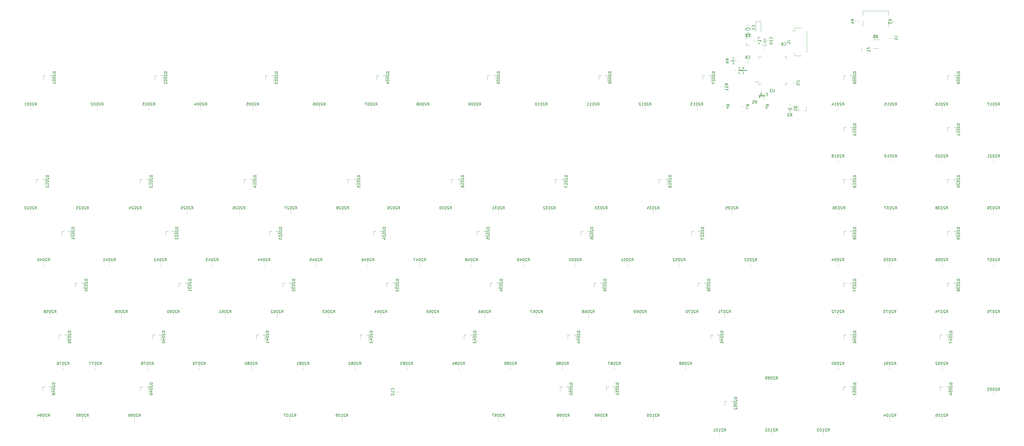
<source format=gbr>
G04 #@! TF.GenerationSoftware,KiCad,Pcbnew,(5.1.6)-1*
G04 #@! TF.CreationDate,2020-06-29T21:56:33+02:00*
G04 #@! TF.ProjectId,E80-1800-pcb-universal,4538302d-3138-4303-902d-7063622d756e,rev?*
G04 #@! TF.SameCoordinates,Original*
G04 #@! TF.FileFunction,Legend,Bot*
G04 #@! TF.FilePolarity,Positive*
%FSLAX46Y46*%
G04 Gerber Fmt 4.6, Leading zero omitted, Abs format (unit mm)*
G04 Created by KiCad (PCBNEW (5.1.6)-1) date 2020-06-29 21:56:33*
%MOMM*%
%LPD*%
G01*
G04 APERTURE LIST*
%ADD10C,0.120000*%
%ADD11C,0.150000*%
%ADD12C,4.100000*%
%ADD13C,1.900000*%
%ADD14R,1.900000X1.900000*%
%ADD15C,6.100000*%
%ADD16R,1.160000X0.750000*%
%ADD17R,0.700000X1.550000*%
%ADD18R,0.400000X1.550000*%
%ADD19O,1.100000X2.200000*%
%ADD20C,0.750000*%
%ADD21O,1.100000X1.700000*%
%ADD22O,1.800000X1.800000*%
%ADD23R,1.800000X1.800000*%
%ADD24C,1.850000*%
%ADD25R,2.005000X2.005000*%
%ADD26C,2.005000*%
%ADD27C,2.350000*%
%ADD28C,4.087800*%
%ADD29R,0.900000X1.000000*%
%ADD30C,3.148000*%
%ADD31R,1.000000X0.900000*%
G04 APERTURE END LIST*
D10*
X267904250Y8942767D02*
X267904250Y8600233D01*
X268924250Y8942767D02*
X268924250Y8600233D01*
X274649490Y-4641667D02*
X274649490Y-4299133D01*
X275669490Y-4641667D02*
X275669490Y-4299133D01*
X267435890Y-4665767D02*
X267435890Y-4323233D01*
X268455890Y-4665767D02*
X268455890Y-4323233D01*
X260222290Y-4641667D02*
X260222290Y-4299133D01*
X261242290Y-4641667D02*
X261242290Y-4299133D01*
X284538623Y-5649500D02*
X284881157Y-5649500D01*
X284538623Y-6669500D02*
X284881157Y-6669500D01*
X322811890Y20515733D02*
X322811890Y20858267D01*
X321791890Y20515733D02*
X321791890Y20858267D01*
X317105890Y16807000D02*
X315305890Y16807000D01*
X315305890Y20027000D02*
X317755890Y20027000D01*
X308735000Y26970267D02*
X308735000Y26627733D01*
X309755000Y26970267D02*
X309755000Y26627733D01*
X322604690Y26942867D02*
X322604690Y26600333D01*
X323624690Y26942867D02*
X323624690Y26600333D01*
X311505890Y28776000D02*
X311505890Y30676000D01*
X311505890Y24876000D02*
X311505890Y26876000D01*
X320905890Y28776000D02*
X320905890Y30676000D01*
X320905890Y24876000D02*
X320905890Y26876000D01*
X311505890Y30676000D02*
X320905890Y30676000D01*
X312861390Y15780936D02*
X312861390Y16985064D01*
X311041390Y15780936D02*
X311041390Y16985064D01*
X274042983Y1081500D02*
X274385517Y1081500D01*
X274042983Y61500D02*
X274385517Y61500D01*
X266304250Y8600233D02*
X266304250Y8942767D01*
X267324250Y8600233D02*
X267324250Y8942767D01*
X275487017Y-2046500D02*
X275144483Y-2046500D01*
X275487017Y-1026500D02*
X275144483Y-1026500D01*
X140781500Y-109111725D02*
X140781500Y-109454259D01*
X139761500Y-109111725D02*
X139761500Y-109454259D01*
X271690390Y19450233D02*
X271690390Y19792767D01*
X272710390Y19450233D02*
X272710390Y19792767D01*
X275897890Y19474873D02*
X275897890Y19817407D01*
X276917890Y19474873D02*
X276917890Y19817407D01*
X282658657Y16461500D02*
X282316123Y16461500D01*
X282658657Y17481500D02*
X282316123Y17481500D01*
X275522017Y16461500D02*
X275179483Y16461500D01*
X275522017Y17481500D02*
X275179483Y17481500D01*
X269411267Y11619008D02*
X269068733Y11619008D01*
X269411267Y12639008D02*
X269068733Y12639008D01*
X285938500Y4020241D02*
X285938500Y4362775D01*
X286958500Y4020241D02*
X286958500Y4362775D01*
X273897890Y19474873D02*
X273897890Y19817407D01*
X274917890Y19474873D02*
X274917890Y19817407D01*
X269171623Y25711860D02*
X269514157Y25711860D01*
X269171623Y24691860D02*
X269514157Y24691860D01*
X269171623Y23425860D02*
X269514157Y23425860D01*
X269171623Y22405860D02*
X269514157Y22405860D01*
X278182522Y-124227913D02*
X277839988Y-124227913D01*
X278182522Y-125247913D02*
X277839988Y-125247913D01*
X259132442Y-124227913D02*
X258789908Y-124227913D01*
X259132442Y-125247913D02*
X258789908Y-125247913D01*
X234725377Y-118870320D02*
X234382843Y-118870320D01*
X234725377Y-119890320D02*
X234382843Y-119890320D01*
X215675297Y-118870320D02*
X215332763Y-118870320D01*
X215675297Y-119890320D02*
X215332763Y-119890320D01*
X201703367Y-118870320D02*
X201360833Y-118870320D01*
X201703367Y-119890320D02*
X201360833Y-119890320D01*
X177890767Y-118870320D02*
X177548233Y-118870320D01*
X177890767Y-119890320D02*
X177548233Y-119890320D01*
X44224577Y-118870320D02*
X43882043Y-118870320D01*
X44224577Y-119890320D02*
X43882043Y-119890320D01*
X25174497Y-118870320D02*
X24831963Y-118870320D01*
X25174497Y-119890320D02*
X24831963Y-119890320D01*
X10886937Y-118870320D02*
X10544403Y-118870320D01*
X10886937Y-119890320D02*
X10544403Y-119890320D01*
X278182522Y-106197833D02*
X277839988Y-106197833D01*
X278182522Y-105177833D02*
X277839988Y-105177833D01*
X246631677Y-100840240D02*
X246289143Y-100840240D01*
X246631677Y-99820240D02*
X246289143Y-99820240D01*
X220437817Y-100840240D02*
X220095283Y-100840240D01*
X220437817Y-99820240D02*
X220095283Y-99820240D01*
X201387737Y-100840240D02*
X201045203Y-100840240D01*
X201387737Y-99820240D02*
X201045203Y-99820240D01*
X182337657Y-100840240D02*
X181995123Y-100840240D01*
X182337657Y-99820240D02*
X181995123Y-99820240D01*
X163287577Y-100840240D02*
X162945043Y-100840240D01*
X163287577Y-99820240D02*
X162945043Y-99820240D01*
X144237497Y-100840240D02*
X143894963Y-100840240D01*
X144237497Y-99820240D02*
X143894963Y-99820240D01*
X125187417Y-100840240D02*
X124844883Y-100840240D01*
X125187417Y-99820240D02*
X124844883Y-99820240D01*
X106137337Y-100840240D02*
X105794803Y-100840240D01*
X106137337Y-99820240D02*
X105794803Y-99820240D01*
X87087257Y-100840240D02*
X86744723Y-100840240D01*
X87087257Y-99820240D02*
X86744723Y-99820240D01*
X68037177Y-100840240D02*
X67694643Y-100840240D01*
X68037177Y-99820240D02*
X67694643Y-99820240D01*
X48987097Y-100840240D02*
X48644563Y-100840240D01*
X48987097Y-99820240D02*
X48644563Y-99820240D01*
X29937017Y-100840240D02*
X29594483Y-100840240D01*
X29937017Y-99820240D02*
X29594483Y-99820240D01*
X18030717Y-100840240D02*
X17688183Y-100840240D01*
X18030717Y-99820240D02*
X17688183Y-99820240D01*
X260919237Y-81790160D02*
X260576703Y-81790160D01*
X260919237Y-80770160D02*
X260576703Y-80770160D01*
X249012937Y-81790160D02*
X248670403Y-81790160D01*
X249012937Y-80770160D02*
X248670403Y-80770160D01*
X229962857Y-81790160D02*
X229620323Y-81790160D01*
X229962857Y-80770160D02*
X229620323Y-80770160D01*
X210912777Y-81790160D02*
X210570243Y-81790160D01*
X210912777Y-80770160D02*
X210570243Y-80770160D01*
X191862697Y-81790160D02*
X191520163Y-81790160D01*
X191862697Y-80770160D02*
X191520163Y-80770160D01*
X172812617Y-81790160D02*
X172470083Y-81790160D01*
X172812617Y-80770160D02*
X172470083Y-80770160D01*
X153762537Y-81790160D02*
X153420003Y-81790160D01*
X153762537Y-80770160D02*
X153420003Y-80770160D01*
X134712457Y-81790160D02*
X134369923Y-81790160D01*
X134712457Y-80770160D02*
X134369923Y-80770160D01*
X115662377Y-81790160D02*
X115319843Y-81790160D01*
X115662377Y-80770160D02*
X115319843Y-80770160D01*
X96612297Y-81790160D02*
X96269763Y-81790160D01*
X96612297Y-80770160D02*
X96269763Y-80770160D01*
X77562217Y-81790160D02*
X77219683Y-81790160D01*
X77562217Y-80770160D02*
X77219683Y-80770160D01*
X58512137Y-81790160D02*
X58169603Y-81790160D01*
X58512137Y-80770160D02*
X58169603Y-80770160D01*
X39462057Y-81790160D02*
X39119523Y-81790160D01*
X39462057Y-80770160D02*
X39119523Y-80770160D01*
X13268197Y-81790160D02*
X12925663Y-81790160D01*
X13268197Y-80770160D02*
X12925663Y-80770160D01*
X101374817Y-119890320D02*
X101032283Y-119890320D01*
X101374817Y-118870320D02*
X101032283Y-118870320D01*
X120424897Y-119890320D02*
X120082363Y-119890320D01*
X120424897Y-118870320D02*
X120082363Y-118870320D01*
X340690467Y-119890480D02*
X340347933Y-119890480D01*
X340690467Y-118870480D02*
X340347933Y-118870480D01*
X321640387Y-119890480D02*
X321297853Y-119890480D01*
X321640387Y-118870480D02*
X321297853Y-118870480D01*
X297232602Y-125247913D02*
X296890068Y-125247913D01*
X297232602Y-124227913D02*
X296890068Y-124227913D01*
X359740547Y-110365440D02*
X359398013Y-110365440D01*
X359740547Y-109345440D02*
X359398013Y-109345440D01*
X340690467Y-100840400D02*
X340347933Y-100840400D01*
X340690467Y-99820400D02*
X340347933Y-99820400D01*
X321640387Y-100840400D02*
X321297853Y-100840400D01*
X321640387Y-99820400D02*
X321297853Y-99820400D01*
X302590307Y-100840400D02*
X302247773Y-100840400D01*
X302590307Y-99820400D02*
X302247773Y-99820400D01*
X359740547Y-81790320D02*
X359398013Y-81790320D01*
X359740547Y-80770320D02*
X359398013Y-80770320D01*
X340690467Y-81790320D02*
X340347933Y-81790320D01*
X340690467Y-80770320D02*
X340347933Y-80770320D01*
X321640387Y-81790320D02*
X321297853Y-81790320D01*
X321640387Y-80770320D02*
X321297853Y-80770320D01*
X302590307Y-81790320D02*
X302247773Y-81790320D01*
X302590307Y-80770320D02*
X302247773Y-80770320D01*
X359740547Y-62740240D02*
X359398013Y-62740240D01*
X359740547Y-61720240D02*
X359398013Y-61720240D01*
X340690467Y-62740240D02*
X340347933Y-62740240D01*
X340690467Y-61720240D02*
X340347933Y-61720240D01*
X321640387Y-62740240D02*
X321297853Y-62740240D01*
X321640387Y-61720240D02*
X321297853Y-61720240D01*
X302590307Y-62740240D02*
X302247773Y-62740240D01*
X302590307Y-61720240D02*
X302247773Y-61720240D01*
X270592292Y-62763913D02*
X270249758Y-62763913D01*
X270592292Y-61743913D02*
X270249758Y-61743913D01*
X244250417Y-62740080D02*
X243907883Y-62740080D01*
X244250417Y-61720080D02*
X243907883Y-61720080D01*
X225200337Y-62740080D02*
X224857803Y-62740080D01*
X225200337Y-61720080D02*
X224857803Y-61720080D01*
X206150257Y-62740080D02*
X205807723Y-62740080D01*
X206150257Y-61720080D02*
X205807723Y-61720080D01*
X187100177Y-62740080D02*
X186757643Y-62740080D01*
X187100177Y-61720080D02*
X186757643Y-61720080D01*
X168050097Y-62740080D02*
X167707563Y-62740080D01*
X168050097Y-61720080D02*
X167707563Y-61720080D01*
X149000017Y-62740080D02*
X148657483Y-62740080D01*
X149000017Y-61720080D02*
X148657483Y-61720080D01*
X129949937Y-62740080D02*
X129607403Y-62740080D01*
X129949937Y-61720080D02*
X129607403Y-61720080D01*
X110899857Y-62740080D02*
X110557323Y-62740080D01*
X110899857Y-61720080D02*
X110557323Y-61720080D01*
X91849777Y-62740080D02*
X91507243Y-62740080D01*
X91849777Y-61720080D02*
X91507243Y-61720080D01*
X72799697Y-62740080D02*
X72457163Y-62740080D01*
X72799697Y-61720080D02*
X72457163Y-61720080D01*
X53749617Y-62740080D02*
X53407083Y-62740080D01*
X53749617Y-61720080D02*
X53407083Y-61720080D01*
X35015167Y-62740080D02*
X34672633Y-62740080D01*
X35015167Y-61720080D02*
X34672633Y-61720080D01*
X10886937Y-62740080D02*
X10544403Y-62740080D01*
X10886937Y-61720080D02*
X10544403Y-61720080D01*
X359740547Y-42670000D02*
X359398013Y-42670000D01*
X359740547Y-43690000D02*
X359398013Y-43690000D01*
X340690282Y-42670000D02*
X340347748Y-42670000D01*
X340690282Y-43690000D02*
X340347748Y-43690000D01*
X321955907Y-42670000D02*
X321613373Y-42670000D01*
X321955907Y-43690000D02*
X321613373Y-43690000D01*
X302905907Y-42670000D02*
X302563373Y-42670000D01*
X302905907Y-43690000D02*
X302563373Y-43690000D01*
X263615017Y-42670000D02*
X263272483Y-42670000D01*
X263615017Y-43690000D02*
X263272483Y-43690000D01*
X234724392Y-42670000D02*
X234381858Y-42670000D01*
X234724392Y-43690000D02*
X234381858Y-43690000D01*
X215674392Y-42670000D02*
X215331858Y-42670000D01*
X215674392Y-43690000D02*
X215331858Y-43690000D01*
X196624392Y-42670000D02*
X196281858Y-42670000D01*
X196624392Y-43690000D02*
X196281858Y-43690000D01*
X177890017Y-42670000D02*
X177547483Y-42670000D01*
X177890017Y-43690000D02*
X177547483Y-43690000D01*
X158524392Y-42670000D02*
X158181858Y-42670000D01*
X158524392Y-43690000D02*
X158181858Y-43690000D01*
X139474392Y-42670000D02*
X139131858Y-42670000D01*
X139474392Y-43690000D02*
X139131858Y-43690000D01*
X120740017Y-42670000D02*
X120397483Y-42670000D01*
X120740017Y-43690000D02*
X120397483Y-43690000D01*
X101690017Y-42670000D02*
X101347483Y-42670000D01*
X101690017Y-43690000D02*
X101347483Y-43690000D01*
X82640017Y-42670000D02*
X82297483Y-42670000D01*
X82640017Y-43690000D02*
X82297483Y-43690000D01*
X63590017Y-42670000D02*
X63247483Y-42670000D01*
X63590017Y-43690000D02*
X63247483Y-43690000D01*
X44540017Y-42670000D02*
X44197483Y-42670000D01*
X44540017Y-43690000D02*
X44197483Y-43690000D01*
X25174392Y-42670000D02*
X24831858Y-42670000D01*
X25174392Y-43690000D02*
X24831858Y-43690000D01*
X6124392Y-42670000D02*
X5781858Y-42670000D01*
X6124392Y-43690000D02*
X5781858Y-43690000D01*
X359740547Y-23619920D02*
X359398013Y-23619920D01*
X359740547Y-24639920D02*
X359398013Y-24639920D01*
X340690282Y-23620000D02*
X340347748Y-23620000D01*
X340690282Y-24640000D02*
X340347748Y-24640000D01*
X321955907Y-23620000D02*
X321613373Y-23620000D01*
X321955907Y-24640000D02*
X321613373Y-24640000D01*
X302590282Y-23620000D02*
X302247748Y-23620000D01*
X302590282Y-24640000D02*
X302247748Y-24640000D01*
X359740547Y-5589840D02*
X359398013Y-5589840D01*
X359740547Y-4569840D02*
X359398013Y-4569840D01*
X340690282Y-5590000D02*
X340347748Y-5590000D01*
X340690282Y-4570000D02*
X340347748Y-4570000D01*
X321955907Y-5590000D02*
X321613373Y-5590000D01*
X321955907Y-4570000D02*
X321613373Y-4570000D01*
X302590282Y-5590000D02*
X302247748Y-5590000D01*
X302590282Y-4570000D02*
X302247748Y-4570000D01*
X250797987Y-5590000D02*
X250455453Y-5590000D01*
X250797987Y-4570000D02*
X250455453Y-4570000D01*
X231747987Y-5590000D02*
X231405453Y-5590000D01*
X231747987Y-4570000D02*
X231405453Y-4570000D01*
X212697987Y-5590000D02*
X212355453Y-5590000D01*
X212697987Y-4570000D02*
X212355453Y-4570000D01*
X193647987Y-5590000D02*
X193305453Y-5590000D01*
X193647987Y-4570000D02*
X193305453Y-4570000D01*
X169240106Y-5590000D02*
X168897572Y-5590000D01*
X169240106Y-4570000D02*
X168897572Y-4570000D01*
X150190106Y-5590000D02*
X149847572Y-5590000D01*
X150190106Y-4570000D02*
X149847572Y-4570000D01*
X131140106Y-5590000D02*
X130797572Y-5590000D01*
X131140106Y-4570000D02*
X130797572Y-4570000D01*
X112090106Y-5590000D02*
X111747572Y-5590000D01*
X112090106Y-4570000D02*
X111747572Y-4570000D01*
X87682225Y-5590000D02*
X87339691Y-5590000D01*
X87682225Y-4570000D02*
X87339691Y-4570000D01*
X68632225Y-5590000D02*
X68289691Y-5590000D01*
X68632225Y-4570000D02*
X68289691Y-4570000D01*
X49582225Y-5590000D02*
X49239691Y-5590000D01*
X49582225Y-4570000D02*
X49239691Y-4570000D01*
X30532225Y-5590000D02*
X30189691Y-5590000D01*
X30532225Y-4570000D02*
X30189691Y-4570000D01*
X6124392Y-5590000D02*
X5781858Y-5590000D01*
X6124392Y-4570000D02*
X5781858Y-4570000D01*
X264641890Y8600233D02*
X264641890Y8942767D01*
X265661890Y8600233D02*
X265661890Y8942767D01*
X259586000Y2496241D02*
X259586000Y2838775D01*
X260606000Y2496241D02*
X260606000Y2838775D01*
X265661890Y12427275D02*
X265661890Y12084741D01*
X264641890Y12427275D02*
X264641890Y12084741D01*
X263781000Y12427275D02*
X263781000Y12084741D01*
X262761000Y12427275D02*
X262761000Y12084741D01*
X271644483Y-1026500D02*
X271987017Y-1026500D01*
X271644483Y-2046500D02*
X271987017Y-2046500D01*
X284538623Y-3755000D02*
X284881157Y-3755000D01*
X284538623Y-4775000D02*
X284881157Y-4775000D01*
X339796000Y-107444000D02*
X339796000Y-108904000D01*
X342956000Y-107444000D02*
X342956000Y-109604000D01*
X342956000Y-107444000D02*
X342026000Y-107444000D01*
X339796000Y-107444000D02*
X340726000Y-107444000D01*
X304490000Y-107444000D02*
X304490000Y-108904000D01*
X307650000Y-107444000D02*
X307650000Y-109604000D01*
X307650000Y-107444000D02*
X306720000Y-107444000D01*
X304490000Y-107444000D02*
X305420000Y-107444000D01*
X260802000Y-112778000D02*
X260802000Y-114238000D01*
X263962000Y-112778000D02*
X263962000Y-114938000D01*
X263962000Y-112778000D02*
X263032000Y-112778000D01*
X260802000Y-112778000D02*
X261732000Y-112778000D01*
X217368000Y-107444000D02*
X217368000Y-108904000D01*
X220528000Y-107444000D02*
X220528000Y-109604000D01*
X220528000Y-107444000D02*
X219598000Y-107444000D01*
X217368000Y-107444000D02*
X218298000Y-107444000D01*
X200350000Y-107444000D02*
X200350000Y-108904000D01*
X203510000Y-107444000D02*
X203510000Y-109604000D01*
X203510000Y-107444000D02*
X202580000Y-107444000D01*
X200350000Y-107444000D02*
X201280000Y-107444000D01*
X46172000Y-107444000D02*
X46172000Y-108904000D01*
X49332000Y-107444000D02*
X49332000Y-109604000D01*
X49332000Y-107444000D02*
X48402000Y-107444000D01*
X46172000Y-107444000D02*
X47102000Y-107444000D01*
X10358000Y-107444000D02*
X10358000Y-108904000D01*
X13518000Y-107444000D02*
X13518000Y-109604000D01*
X13518000Y-107444000D02*
X12588000Y-107444000D01*
X10358000Y-107444000D02*
X11288000Y-107444000D01*
X339796000Y-88394000D02*
X339796000Y-89854000D01*
X342956000Y-88394000D02*
X342956000Y-90554000D01*
X342956000Y-88394000D02*
X342026000Y-88394000D01*
X339796000Y-88394000D02*
X340726000Y-88394000D01*
X304490000Y-88394000D02*
X304490000Y-89854000D01*
X307650000Y-88394000D02*
X307650000Y-90554000D01*
X307650000Y-88394000D02*
X306720000Y-88394000D01*
X304490000Y-88394000D02*
X305420000Y-88394000D01*
X255722000Y-88394000D02*
X255722000Y-89854000D01*
X258882000Y-88394000D02*
X258882000Y-90554000D01*
X258882000Y-88394000D02*
X257952000Y-88394000D01*
X255722000Y-88394000D02*
X256652000Y-88394000D01*
X203144000Y-88394000D02*
X203144000Y-89854000D01*
X206304000Y-88394000D02*
X206304000Y-90554000D01*
X206304000Y-88394000D02*
X205374000Y-88394000D01*
X203144000Y-88394000D02*
X204074000Y-88394000D01*
X165044000Y-88394000D02*
X165044000Y-89854000D01*
X168204000Y-88394000D02*
X168204000Y-90554000D01*
X168204000Y-88394000D02*
X167274000Y-88394000D01*
X165044000Y-88394000D02*
X165974000Y-88394000D01*
X126944000Y-88394000D02*
X126944000Y-89854000D01*
X130104000Y-88394000D02*
X130104000Y-90554000D01*
X130104000Y-88394000D02*
X129174000Y-88394000D01*
X126944000Y-88394000D02*
X127874000Y-88394000D01*
X88844000Y-88394000D02*
X88844000Y-89854000D01*
X92004000Y-88394000D02*
X92004000Y-90554000D01*
X92004000Y-88394000D02*
X91074000Y-88394000D01*
X88844000Y-88394000D02*
X89774000Y-88394000D01*
X50744000Y-88394000D02*
X50744000Y-89854000D01*
X53904000Y-88394000D02*
X53904000Y-90554000D01*
X53904000Y-88394000D02*
X52974000Y-88394000D01*
X50744000Y-88394000D02*
X51674000Y-88394000D01*
X16200000Y-88394000D02*
X16200000Y-89854000D01*
X19360000Y-88394000D02*
X19360000Y-90554000D01*
X19360000Y-88394000D02*
X18430000Y-88394000D01*
X16200000Y-88394000D02*
X17130000Y-88394000D01*
X342590000Y-69344000D02*
X342590000Y-70804000D01*
X345750000Y-69344000D02*
X345750000Y-71504000D01*
X345750000Y-69344000D02*
X344820000Y-69344000D01*
X342590000Y-69344000D02*
X343520000Y-69344000D01*
X304490000Y-69344000D02*
X304490000Y-70804000D01*
X307650000Y-69344000D02*
X307650000Y-71504000D01*
X307650000Y-69344000D02*
X306720000Y-69344000D01*
X304490000Y-69344000D02*
X305420000Y-69344000D01*
X250896000Y-69344000D02*
X250896000Y-70804000D01*
X254056000Y-69344000D02*
X254056000Y-71504000D01*
X254056000Y-69344000D02*
X253126000Y-69344000D01*
X250896000Y-69344000D02*
X251826000Y-69344000D01*
X212796000Y-69344000D02*
X212796000Y-70804000D01*
X215956000Y-69344000D02*
X215956000Y-71504000D01*
X215956000Y-69344000D02*
X215026000Y-69344000D01*
X212796000Y-69344000D02*
X213726000Y-69344000D01*
X174696000Y-69344000D02*
X174696000Y-70804000D01*
X177856000Y-69344000D02*
X177856000Y-71504000D01*
X177856000Y-69344000D02*
X176926000Y-69344000D01*
X174696000Y-69344000D02*
X175626000Y-69344000D01*
X136596000Y-69344000D02*
X136596000Y-70804000D01*
X139756000Y-69344000D02*
X139756000Y-71504000D01*
X139756000Y-69344000D02*
X138826000Y-69344000D01*
X136596000Y-69344000D02*
X137526000Y-69344000D01*
X98496000Y-69344000D02*
X98496000Y-70804000D01*
X101656000Y-69344000D02*
X101656000Y-71504000D01*
X101656000Y-69344000D02*
X100726000Y-69344000D01*
X98496000Y-69344000D02*
X99426000Y-69344000D01*
X60396000Y-69344000D02*
X60396000Y-70804000D01*
X63556000Y-69344000D02*
X63556000Y-71504000D01*
X63556000Y-69344000D02*
X62626000Y-69344000D01*
X60396000Y-69344000D02*
X61326000Y-69344000D01*
X22296000Y-69344000D02*
X22296000Y-70804000D01*
X25456000Y-69344000D02*
X25456000Y-71504000D01*
X25456000Y-69344000D02*
X24526000Y-69344000D01*
X22296000Y-69344000D02*
X23226000Y-69344000D01*
X342590000Y-50294000D02*
X342590000Y-51754000D01*
X345750000Y-50294000D02*
X345750000Y-52454000D01*
X345750000Y-50294000D02*
X344820000Y-50294000D01*
X342590000Y-50294000D02*
X343520000Y-50294000D01*
X304490000Y-50294000D02*
X304490000Y-51754000D01*
X307650000Y-50294000D02*
X307650000Y-52454000D01*
X307650000Y-50294000D02*
X306720000Y-50294000D01*
X304490000Y-50294000D02*
X305420000Y-50294000D01*
X248610000Y-50294000D02*
X248610000Y-51754000D01*
X251770000Y-50294000D02*
X251770000Y-52454000D01*
X251770000Y-50294000D02*
X250840000Y-50294000D01*
X248610000Y-50294000D02*
X249540000Y-50294000D01*
X207970000Y-50294000D02*
X207970000Y-51754000D01*
X211130000Y-50294000D02*
X211130000Y-52454000D01*
X211130000Y-50294000D02*
X210200000Y-50294000D01*
X207970000Y-50294000D02*
X208900000Y-50294000D01*
X169870000Y-50294000D02*
X169870000Y-51754000D01*
X173030000Y-50294000D02*
X173030000Y-52454000D01*
X173030000Y-50294000D02*
X172100000Y-50294000D01*
X169870000Y-50294000D02*
X170800000Y-50294000D01*
X131770000Y-50294000D02*
X131770000Y-51754000D01*
X134930000Y-50294000D02*
X134930000Y-52454000D01*
X134930000Y-50294000D02*
X134000000Y-50294000D01*
X131770000Y-50294000D02*
X132700000Y-50294000D01*
X93670000Y-50294000D02*
X93670000Y-51754000D01*
X96830000Y-50294000D02*
X96830000Y-52454000D01*
X96830000Y-50294000D02*
X95900000Y-50294000D01*
X93670000Y-50294000D02*
X94600000Y-50294000D01*
X55570000Y-50294000D02*
X55570000Y-51754000D01*
X58730000Y-50294000D02*
X58730000Y-52454000D01*
X58730000Y-50294000D02*
X57800000Y-50294000D01*
X55570000Y-50294000D02*
X56500000Y-50294000D01*
X17470000Y-50294000D02*
X17470000Y-51754000D01*
X20630000Y-50294000D02*
X20630000Y-52454000D01*
X20630000Y-50294000D02*
X19700000Y-50294000D01*
X17470000Y-50294000D02*
X18400000Y-50294000D01*
X342590000Y-31244000D02*
X342590000Y-32704000D01*
X345750000Y-31244000D02*
X345750000Y-33404000D01*
X345750000Y-31244000D02*
X344820000Y-31244000D01*
X342590000Y-31244000D02*
X343520000Y-31244000D01*
X304490000Y-31244000D02*
X304490000Y-32704000D01*
X307650000Y-31244000D02*
X307650000Y-33404000D01*
X307650000Y-31244000D02*
X306720000Y-31244000D01*
X304490000Y-31244000D02*
X305420000Y-31244000D01*
X236672000Y-31244000D02*
X236672000Y-32704000D01*
X239832000Y-31244000D02*
X239832000Y-33404000D01*
X239832000Y-31244000D02*
X238902000Y-31244000D01*
X236672000Y-31244000D02*
X237602000Y-31244000D01*
X198572000Y-31244000D02*
X198572000Y-32704000D01*
X201732000Y-31244000D02*
X201732000Y-33404000D01*
X201732000Y-31244000D02*
X200802000Y-31244000D01*
X198572000Y-31244000D02*
X199502000Y-31244000D01*
X160472000Y-31244000D02*
X160472000Y-32704000D01*
X163632000Y-31244000D02*
X163632000Y-33404000D01*
X163632000Y-31244000D02*
X162702000Y-31244000D01*
X160472000Y-31244000D02*
X161402000Y-31244000D01*
X122372000Y-31244000D02*
X122372000Y-32704000D01*
X125532000Y-31244000D02*
X125532000Y-33404000D01*
X125532000Y-31244000D02*
X124602000Y-31244000D01*
X122372000Y-31244000D02*
X123302000Y-31244000D01*
X84272000Y-31244000D02*
X84272000Y-32704000D01*
X87432000Y-31244000D02*
X87432000Y-33404000D01*
X87432000Y-31244000D02*
X86502000Y-31244000D01*
X84272000Y-31244000D02*
X85202000Y-31244000D01*
X46172000Y-31244000D02*
X46172000Y-32704000D01*
X49332000Y-31244000D02*
X49332000Y-33404000D01*
X49332000Y-31244000D02*
X48402000Y-31244000D01*
X46172000Y-31244000D02*
X47102000Y-31244000D01*
X8072000Y-31244000D02*
X8072000Y-32704000D01*
X11232000Y-31244000D02*
X11232000Y-33404000D01*
X11232000Y-31244000D02*
X10302000Y-31244000D01*
X8072000Y-31244000D02*
X9002000Y-31244000D01*
X342590000Y-12194000D02*
X342590000Y-13654000D01*
X345750000Y-12194000D02*
X345750000Y-14354000D01*
X345750000Y-12194000D02*
X344820000Y-12194000D01*
X342590000Y-12194000D02*
X343520000Y-12194000D01*
X304490000Y-12194000D02*
X304490000Y-13654000D01*
X307650000Y-12194000D02*
X307650000Y-14354000D01*
X307650000Y-12194000D02*
X306720000Y-12194000D01*
X304490000Y-12194000D02*
X305420000Y-12194000D01*
X342590000Y6856000D02*
X342590000Y5396000D01*
X345750000Y6856000D02*
X345750000Y4696000D01*
X345750000Y6856000D02*
X344820000Y6856000D01*
X342590000Y6856000D02*
X343520000Y6856000D01*
X304490000Y6856000D02*
X304490000Y5396000D01*
X307650000Y6856000D02*
X307650000Y4696000D01*
X307650000Y6856000D02*
X306720000Y6856000D01*
X304490000Y6856000D02*
X305420000Y6856000D01*
X252674000Y6856000D02*
X252674000Y5396000D01*
X255834000Y6856000D02*
X255834000Y4696000D01*
X255834000Y6856000D02*
X254904000Y6856000D01*
X252674000Y6856000D02*
X253604000Y6856000D01*
X214574000Y6856000D02*
X214574000Y5396000D01*
X217734000Y6856000D02*
X217734000Y4696000D01*
X217734000Y6856000D02*
X216804000Y6856000D01*
X214574000Y6856000D02*
X215504000Y6856000D01*
X173680000Y6856000D02*
X173680000Y5396000D01*
X176840000Y6856000D02*
X176840000Y4696000D01*
X176840000Y6856000D02*
X175910000Y6856000D01*
X173680000Y6856000D02*
X174610000Y6856000D01*
X133040000Y6856000D02*
X133040000Y5396000D01*
X136200000Y6856000D02*
X136200000Y4696000D01*
X136200000Y6856000D02*
X135270000Y6856000D01*
X133040000Y6856000D02*
X133970000Y6856000D01*
X92146000Y6856000D02*
X92146000Y5396000D01*
X95306000Y6856000D02*
X95306000Y4696000D01*
X95306000Y6856000D02*
X94376000Y6856000D01*
X92146000Y6856000D02*
X93076000Y6856000D01*
X51506000Y6856000D02*
X51506000Y5396000D01*
X54666000Y6856000D02*
X54666000Y4696000D01*
X54666000Y6856000D02*
X53736000Y6856000D01*
X51506000Y6856000D02*
X52436000Y6856000D01*
X10612000Y6856000D02*
X10612000Y5396000D01*
X13772000Y6856000D02*
X13772000Y4696000D01*
X13772000Y6856000D02*
X12842000Y6856000D01*
X10612000Y6856000D02*
X11542000Y6856000D01*
X273242250Y4539500D02*
X271902250Y4539500D01*
X273242250Y3589500D02*
X273242250Y4539500D01*
X274192250Y3589500D02*
X273242250Y3589500D01*
X283462250Y3589500D02*
X283462250Y4539500D01*
X282512250Y3589500D02*
X283462250Y3589500D01*
X273242250Y13809500D02*
X273242250Y12859500D01*
X274192250Y13809500D02*
X273242250Y13809500D01*
X283462250Y13809500D02*
X283462250Y12859500D01*
X282512250Y13809500D02*
X283462250Y13809500D01*
X268582890Y18033860D02*
X270042890Y18033860D01*
X268582890Y21193860D02*
X270742890Y21193860D01*
X268582890Y21193860D02*
X268582890Y20263860D01*
X268582890Y18033860D02*
X268582890Y18963860D01*
X290812750Y-6025000D02*
X290812750Y-4565000D01*
X287652750Y-6025000D02*
X287652750Y-3865000D01*
X287652750Y-6025000D02*
X288582750Y-6025000D01*
X290812750Y-6025000D02*
X289882750Y-6025000D01*
X290975000Y23181008D02*
X290975000Y15301008D01*
X286505000Y14131008D02*
X286505000Y15181008D01*
X289005000Y14131008D02*
X286505000Y14131008D01*
X286505000Y23301008D02*
X285515000Y23301008D01*
X286505000Y24351008D02*
X286505000Y23301008D01*
X289005000Y24351008D02*
X286505000Y24351008D01*
X274087890Y26821000D02*
X274087890Y22911000D01*
X272217890Y26821000D02*
X274087890Y26821000D01*
X272217890Y22911000D02*
X272217890Y26821000D01*
D11*
X267341392Y9414357D02*
X267389011Y9461976D01*
X267436630Y9604833D01*
X267436630Y9700071D01*
X267389011Y9842928D01*
X267293773Y9938166D01*
X267198535Y9985785D01*
X267008059Y10033404D01*
X266865202Y10033404D01*
X266674726Y9985785D01*
X266579488Y9938166D01*
X266484250Y9842928D01*
X266436630Y9700071D01*
X266436630Y9604833D01*
X266484250Y9461976D01*
X266531869Y9414357D01*
X267436630Y8461976D02*
X267436630Y9033404D01*
X267436630Y8747690D02*
X266436630Y8747690D01*
X266579488Y8842928D01*
X266674726Y8938166D01*
X266722345Y9033404D01*
X266769964Y7604833D02*
X267436630Y7604833D01*
X266389011Y7842928D02*
X267103297Y8081023D01*
X267103297Y7461976D01*
X277041870Y-4303733D02*
X276565680Y-3970400D01*
X277041870Y-3732304D02*
X276041870Y-3732304D01*
X276041870Y-4113257D01*
X276089490Y-4208495D01*
X276137109Y-4256114D01*
X276232347Y-4303733D01*
X276375204Y-4303733D01*
X276470442Y-4256114D01*
X276518061Y-4208495D01*
X276565680Y-4113257D01*
X276565680Y-3732304D01*
X276470442Y-4875161D02*
X276422823Y-4779923D01*
X276375204Y-4732304D01*
X276279966Y-4684685D01*
X276232347Y-4684685D01*
X276137109Y-4732304D01*
X276089490Y-4779923D01*
X276041870Y-4875161D01*
X276041870Y-5065638D01*
X276089490Y-5160876D01*
X276137109Y-5208495D01*
X276232347Y-5256114D01*
X276279966Y-5256114D01*
X276375204Y-5208495D01*
X276422823Y-5160876D01*
X276470442Y-5065638D01*
X276470442Y-4875161D01*
X276518061Y-4779923D01*
X276565680Y-4732304D01*
X276660918Y-4684685D01*
X276851394Y-4684685D01*
X276946632Y-4732304D01*
X276994251Y-4779923D01*
X277041870Y-4875161D01*
X277041870Y-5065638D01*
X276994251Y-5160876D01*
X276946632Y-5208495D01*
X276851394Y-5256114D01*
X276660918Y-5256114D01*
X276565680Y-5208495D01*
X276518061Y-5160876D01*
X276470442Y-5065638D01*
X269828270Y-4327833D02*
X269352080Y-3994500D01*
X269828270Y-3756404D02*
X268828270Y-3756404D01*
X268828270Y-4137357D01*
X268875890Y-4232595D01*
X268923509Y-4280214D01*
X269018747Y-4327833D01*
X269161604Y-4327833D01*
X269256842Y-4280214D01*
X269304461Y-4232595D01*
X269352080Y-4137357D01*
X269352080Y-3756404D01*
X268828270Y-4661166D02*
X268828270Y-5327833D01*
X269828270Y-4899261D01*
X262614670Y-4303733D02*
X262138480Y-3970400D01*
X262614670Y-3732304D02*
X261614670Y-3732304D01*
X261614670Y-4113257D01*
X261662290Y-4208495D01*
X261709909Y-4256114D01*
X261805147Y-4303733D01*
X261948004Y-4303733D01*
X262043242Y-4256114D01*
X262090861Y-4208495D01*
X262138480Y-4113257D01*
X262138480Y-3732304D01*
X261614670Y-5160876D02*
X261614670Y-4970400D01*
X261662290Y-4875161D01*
X261709909Y-4827542D01*
X261852766Y-4732304D01*
X262043242Y-4684685D01*
X262424194Y-4684685D01*
X262519432Y-4732304D01*
X262567051Y-4779923D01*
X262614670Y-4875161D01*
X262614670Y-5065638D01*
X262567051Y-5160876D01*
X262519432Y-5208495D01*
X262424194Y-5256114D01*
X262186099Y-5256114D01*
X262090861Y-5208495D01*
X262043242Y-5160876D01*
X261995623Y-5065638D01*
X261995623Y-4875161D01*
X262043242Y-4779923D01*
X262090861Y-4732304D01*
X262186099Y-4684685D01*
X284876556Y-8041880D02*
X285209890Y-7565690D01*
X285447985Y-8041880D02*
X285447985Y-7041880D01*
X285067032Y-7041880D01*
X284971794Y-7089500D01*
X284924175Y-7137119D01*
X284876556Y-7232357D01*
X284876556Y-7375214D01*
X284924175Y-7470452D01*
X284971794Y-7518071D01*
X285067032Y-7565690D01*
X285447985Y-7565690D01*
X284495604Y-7137119D02*
X284447985Y-7089500D01*
X284352747Y-7041880D01*
X284114651Y-7041880D01*
X284019413Y-7089500D01*
X283971794Y-7137119D01*
X283924175Y-7232357D01*
X283924175Y-7327595D01*
X283971794Y-7470452D01*
X284543223Y-8041880D01*
X283924175Y-8041880D01*
X324184270Y20853666D02*
X324184270Y21329857D01*
X323184270Y21329857D01*
X324184270Y19996523D02*
X324184270Y20567952D01*
X324184270Y20282238D02*
X323184270Y20282238D01*
X323327128Y20377476D01*
X323422366Y20472714D01*
X323469985Y20567952D01*
X316967794Y21864619D02*
X316967794Y21055095D01*
X316920175Y20959857D01*
X316872556Y20912238D01*
X316777318Y20864619D01*
X316586842Y20864619D01*
X316491604Y20912238D01*
X316443985Y20959857D01*
X316396366Y21055095D01*
X316396366Y21864619D01*
X315396366Y20864619D02*
X315967794Y20864619D01*
X315682080Y20864619D02*
X315682080Y21864619D01*
X315777318Y21721761D01*
X315872556Y21626523D01*
X315967794Y21578904D01*
X308267380Y26965666D02*
X307791190Y27299000D01*
X308267380Y27537095D02*
X307267380Y27537095D01*
X307267380Y27156142D01*
X307315000Y27060904D01*
X307362619Y27013285D01*
X307457857Y26965666D01*
X307600714Y26965666D01*
X307695952Y27013285D01*
X307743571Y27060904D01*
X307791190Y27156142D01*
X307791190Y27537095D01*
X307600714Y26108523D02*
X308267380Y26108523D01*
X307219761Y26346619D02*
X307934047Y26584714D01*
X307934047Y25965666D01*
X322137070Y26938266D02*
X321660880Y27271600D01*
X322137070Y27509695D02*
X321137070Y27509695D01*
X321137070Y27128742D01*
X321184690Y27033504D01*
X321232309Y26985885D01*
X321327547Y26938266D01*
X321470404Y26938266D01*
X321565642Y26985885D01*
X321613261Y27033504D01*
X321660880Y27128742D01*
X321660880Y27509695D01*
X321137070Y26604933D02*
X321137070Y25985885D01*
X321518023Y26319219D01*
X321518023Y26176361D01*
X321565642Y26081123D01*
X321613261Y26033504D01*
X321708499Y25985885D01*
X321946594Y25985885D01*
X322041832Y26033504D01*
X322089451Y26081123D01*
X322137070Y26176361D01*
X322137070Y26462076D01*
X322089451Y26557314D01*
X322041832Y26604933D01*
X316539223Y21678619D02*
X316539223Y20964333D01*
X316586842Y20821476D01*
X316682080Y20726238D01*
X316824937Y20678619D01*
X316920175Y20678619D01*
X316158270Y21678619D02*
X315539223Y21678619D01*
X315872556Y21297666D01*
X315729699Y21297666D01*
X315634461Y21250047D01*
X315586842Y21202428D01*
X315539223Y21107190D01*
X315539223Y20869095D01*
X315586842Y20773857D01*
X315634461Y20726238D01*
X315729699Y20678619D01*
X316015413Y20678619D01*
X316110651Y20726238D01*
X316158270Y20773857D01*
X313699961Y16716333D02*
X313699961Y17049666D01*
X314223770Y17049666D02*
X313223770Y17049666D01*
X313223770Y16573476D01*
X314223770Y15668714D02*
X314223770Y16240142D01*
X314223770Y15954428D02*
X313223770Y15954428D01*
X313366628Y16049666D01*
X313461866Y16144904D01*
X313509485Y16240142D01*
X274380916Y-1215642D02*
X274428535Y-1263261D01*
X274571392Y-1310880D01*
X274666630Y-1310880D01*
X274809488Y-1263261D01*
X274904726Y-1168023D01*
X274952345Y-1072785D01*
X274999964Y-882309D01*
X274999964Y-739452D01*
X274952345Y-548976D01*
X274904726Y-453738D01*
X274809488Y-358500D01*
X274666630Y-310880D01*
X274571392Y-310880D01*
X274428535Y-358500D01*
X274380916Y-406119D01*
X273904726Y-1310880D02*
X273714250Y-1310880D01*
X273619011Y-1263261D01*
X273571392Y-1215642D01*
X273476154Y-1072785D01*
X273428535Y-882309D01*
X273428535Y-501357D01*
X273476154Y-406119D01*
X273523773Y-358500D01*
X273619011Y-310880D01*
X273809488Y-310880D01*
X273904726Y-358500D01*
X273952345Y-406119D01*
X273999964Y-501357D01*
X273999964Y-739452D01*
X273952345Y-834690D01*
X273904726Y-882309D01*
X273809488Y-929928D01*
X273619011Y-929928D01*
X273523773Y-882309D01*
X273476154Y-834690D01*
X273428535Y-739452D01*
X268601392Y9414357D02*
X268649011Y9461976D01*
X268696630Y9604833D01*
X268696630Y9700071D01*
X268649011Y9842928D01*
X268553773Y9938166D01*
X268458535Y9985785D01*
X268268059Y10033404D01*
X268125202Y10033404D01*
X267934726Y9985785D01*
X267839488Y9938166D01*
X267744250Y9842928D01*
X267696630Y9700071D01*
X267696630Y9604833D01*
X267744250Y9461976D01*
X267791869Y9414357D01*
X268696630Y8461976D02*
X268696630Y9033404D01*
X268696630Y8747690D02*
X267696630Y8747690D01*
X267839488Y8842928D01*
X267934726Y8938166D01*
X267982345Y9033404D01*
X267696630Y7557214D02*
X267696630Y8033404D01*
X268172821Y8081023D01*
X268125202Y8033404D01*
X268077583Y7938166D01*
X268077583Y7700071D01*
X268125202Y7604833D01*
X268172821Y7557214D01*
X268268059Y7509595D01*
X268506154Y7509595D01*
X268601392Y7557214D01*
X268649011Y7604833D01*
X268696630Y7700071D01*
X268696630Y7938166D01*
X268649011Y8033404D01*
X268601392Y8081023D01*
X275958607Y-463642D02*
X276006226Y-511261D01*
X276149083Y-558880D01*
X276244321Y-558880D01*
X276387178Y-511261D01*
X276482416Y-416023D01*
X276530035Y-320785D01*
X276577654Y-130309D01*
X276577654Y12547D01*
X276530035Y203023D01*
X276482416Y298261D01*
X276387178Y393500D01*
X276244321Y441119D01*
X276149083Y441119D01*
X276006226Y393500D01*
X275958607Y345880D01*
X275006226Y-558880D02*
X275577654Y-558880D01*
X275291940Y-558880D02*
X275291940Y441119D01*
X275387178Y298261D01*
X275482416Y203023D01*
X275577654Y155404D01*
X274672892Y441119D02*
X274053845Y441119D01*
X274387178Y60166D01*
X274244321Y60166D01*
X274149083Y12547D01*
X274101464Y-35071D01*
X274053845Y-130309D01*
X274053845Y-368404D01*
X274101464Y-463642D01*
X274149083Y-511261D01*
X274244321Y-558880D01*
X274530035Y-558880D01*
X274625273Y-511261D01*
X274672892Y-463642D01*
X139198642Y-108640134D02*
X139246261Y-108592515D01*
X139293880Y-108449658D01*
X139293880Y-108354420D01*
X139246261Y-108211563D01*
X139151023Y-108116325D01*
X139055785Y-108068706D01*
X138865309Y-108021087D01*
X138722452Y-108021087D01*
X138531976Y-108068706D01*
X138436738Y-108116325D01*
X138341500Y-108211563D01*
X138293880Y-108354420D01*
X138293880Y-108449658D01*
X138341500Y-108592515D01*
X138389119Y-108640134D01*
X139293880Y-109592515D02*
X139293880Y-109021087D01*
X139293880Y-109306801D02*
X138293880Y-109306801D01*
X138436738Y-109211563D01*
X138531976Y-109116325D01*
X138579595Y-109021087D01*
X138389119Y-109973468D02*
X138341500Y-110021087D01*
X138293880Y-110116325D01*
X138293880Y-110354420D01*
X138341500Y-110449658D01*
X138389119Y-110497277D01*
X138484357Y-110544896D01*
X138579595Y-110544896D01*
X138722452Y-110497277D01*
X139293880Y-109925849D01*
X139293880Y-110544896D01*
X273987532Y20264357D02*
X274035151Y20311976D01*
X274082770Y20454833D01*
X274082770Y20550071D01*
X274035151Y20692928D01*
X273939913Y20788166D01*
X273844675Y20835785D01*
X273654199Y20883404D01*
X273511342Y20883404D01*
X273320866Y20835785D01*
X273225628Y20788166D01*
X273130390Y20692928D01*
X273082770Y20550071D01*
X273082770Y20454833D01*
X273130390Y20311976D01*
X273178009Y20264357D01*
X274082770Y19311976D02*
X274082770Y19883404D01*
X274082770Y19597690D02*
X273082770Y19597690D01*
X273225628Y19692928D01*
X273320866Y19788166D01*
X273368485Y19883404D01*
X274082770Y18359595D02*
X274082770Y18931023D01*
X274082770Y18645309D02*
X273082770Y18645309D01*
X273225628Y18740547D01*
X273320866Y18835785D01*
X273368485Y18931023D01*
X278195032Y20288997D02*
X278242651Y20336616D01*
X278290270Y20479473D01*
X278290270Y20574711D01*
X278242651Y20717568D01*
X278147413Y20812806D01*
X278052175Y20860425D01*
X277861699Y20908044D01*
X277718842Y20908044D01*
X277528366Y20860425D01*
X277433128Y20812806D01*
X277337890Y20717568D01*
X277290270Y20574711D01*
X277290270Y20479473D01*
X277337890Y20336616D01*
X277385509Y20288997D01*
X278290270Y19336616D02*
X278290270Y19908044D01*
X278290270Y19622330D02*
X277290270Y19622330D01*
X277433128Y19717568D01*
X277528366Y19812806D01*
X277575985Y19908044D01*
X277290270Y18717568D02*
X277290270Y18622330D01*
X277337890Y18527092D01*
X277385509Y18479473D01*
X277480747Y18431854D01*
X277671223Y18384235D01*
X277909318Y18384235D01*
X278099794Y18431854D01*
X278195032Y18479473D01*
X278242651Y18527092D01*
X278290270Y18622330D01*
X278290270Y18717568D01*
X278242651Y18812806D01*
X278195032Y18860425D01*
X278099794Y18908044D01*
X277909318Y18955663D01*
X277671223Y18955663D01*
X277480747Y18908044D01*
X277385509Y18860425D01*
X277337890Y18812806D01*
X277290270Y18717568D01*
X282654056Y18044357D02*
X282701675Y17996738D01*
X282844532Y17949119D01*
X282939770Y17949119D01*
X283082628Y17996738D01*
X283177866Y18091976D01*
X283225485Y18187214D01*
X283273104Y18377690D01*
X283273104Y18520547D01*
X283225485Y18711023D01*
X283177866Y18806261D01*
X283082628Y18901500D01*
X282939770Y18949119D01*
X282844532Y18949119D01*
X282701675Y18901500D01*
X282654056Y18853880D01*
X282082628Y18520547D02*
X282177866Y18568166D01*
X282225485Y18615785D01*
X282273104Y18711023D01*
X282273104Y18758642D01*
X282225485Y18853880D01*
X282177866Y18901500D01*
X282082628Y18949119D01*
X281892151Y18949119D01*
X281796913Y18901500D01*
X281749294Y18853880D01*
X281701675Y18758642D01*
X281701675Y18711023D01*
X281749294Y18615785D01*
X281796913Y18568166D01*
X281892151Y18520547D01*
X282082628Y18520547D01*
X282177866Y18472928D01*
X282225485Y18425309D01*
X282273104Y18330071D01*
X282273104Y18139595D01*
X282225485Y18044357D01*
X282177866Y17996738D01*
X282082628Y17949119D01*
X281892151Y17949119D01*
X281796913Y17996738D01*
X281749294Y18044357D01*
X281701675Y18139595D01*
X281701675Y18330071D01*
X281749294Y18425309D01*
X281796913Y18472928D01*
X281892151Y18520547D01*
X275517416Y18044357D02*
X275565035Y17996738D01*
X275707892Y17949119D01*
X275803130Y17949119D01*
X275945988Y17996738D01*
X276041226Y18091976D01*
X276088845Y18187214D01*
X276136464Y18377690D01*
X276136464Y18520547D01*
X276088845Y18711023D01*
X276041226Y18806261D01*
X275945988Y18901500D01*
X275803130Y18949119D01*
X275707892Y18949119D01*
X275565035Y18901500D01*
X275517416Y18853880D01*
X275184083Y18949119D02*
X274517416Y18949119D01*
X274945988Y17949119D01*
X269406666Y13201865D02*
X269454285Y13154246D01*
X269597142Y13106627D01*
X269692380Y13106627D01*
X269835238Y13154246D01*
X269930476Y13249484D01*
X269978095Y13344722D01*
X270025714Y13535198D01*
X270025714Y13678055D01*
X269978095Y13868531D01*
X269930476Y13963769D01*
X269835238Y14059008D01*
X269692380Y14106627D01*
X269597142Y14106627D01*
X269454285Y14059008D01*
X269406666Y14011388D01*
X268549523Y14106627D02*
X268740000Y14106627D01*
X268835238Y14059008D01*
X268882857Y14011388D01*
X268978095Y13868531D01*
X269025714Y13678055D01*
X269025714Y13297103D01*
X268978095Y13201865D01*
X268930476Y13154246D01*
X268835238Y13106627D01*
X268644761Y13106627D01*
X268549523Y13154246D01*
X268501904Y13201865D01*
X268454285Y13297103D01*
X268454285Y13535198D01*
X268501904Y13630436D01*
X268549523Y13678055D01*
X268644761Y13725674D01*
X268835238Y13725674D01*
X268930476Y13678055D01*
X268978095Y13630436D01*
X269025714Y13535198D01*
X288235642Y4358174D02*
X288283261Y4405793D01*
X288330880Y4548650D01*
X288330880Y4643888D01*
X288283261Y4786746D01*
X288188023Y4881984D01*
X288092785Y4929603D01*
X287902309Y4977222D01*
X287759452Y4977222D01*
X287568976Y4929603D01*
X287473738Y4881984D01*
X287378500Y4786746D01*
X287330880Y4643888D01*
X287330880Y4548650D01*
X287378500Y4405793D01*
X287426119Y4358174D01*
X287330880Y3453412D02*
X287330880Y3929603D01*
X287807071Y3977222D01*
X287759452Y3929603D01*
X287711833Y3834365D01*
X287711833Y3596269D01*
X287759452Y3501031D01*
X287807071Y3453412D01*
X287902309Y3405793D01*
X288140404Y3405793D01*
X288235642Y3453412D01*
X288283261Y3501031D01*
X288330880Y3596269D01*
X288330880Y3834365D01*
X288283261Y3929603D01*
X288235642Y3977222D01*
X276195032Y19812806D02*
X276242651Y19860425D01*
X276290270Y20003282D01*
X276290270Y20098520D01*
X276242651Y20241378D01*
X276147413Y20336616D01*
X276052175Y20384235D01*
X275861699Y20431854D01*
X275718842Y20431854D01*
X275528366Y20384235D01*
X275433128Y20336616D01*
X275337890Y20241378D01*
X275290270Y20098520D01*
X275290270Y20003282D01*
X275337890Y19860425D01*
X275385509Y19812806D01*
X275623604Y18955663D02*
X276290270Y18955663D01*
X275242651Y19193759D02*
X275956937Y19431854D01*
X275956937Y18812806D01*
X269509556Y23414717D02*
X269557175Y23367098D01*
X269700032Y23319479D01*
X269795270Y23319479D01*
X269938128Y23367098D01*
X270033366Y23462336D01*
X270080985Y23557574D01*
X270128604Y23748050D01*
X270128604Y23890907D01*
X270080985Y24081383D01*
X270033366Y24176621D01*
X269938128Y24271860D01*
X269795270Y24319479D01*
X269700032Y24319479D01*
X269557175Y24271860D01*
X269509556Y24224240D01*
X269176223Y24319479D02*
X268557175Y24319479D01*
X268890509Y23938526D01*
X268747651Y23938526D01*
X268652413Y23890907D01*
X268604794Y23843288D01*
X268557175Y23748050D01*
X268557175Y23509955D01*
X268604794Y23414717D01*
X268652413Y23367098D01*
X268747651Y23319479D01*
X269033366Y23319479D01*
X269128604Y23367098D01*
X269176223Y23414717D01*
X269509556Y21128717D02*
X269557175Y21081098D01*
X269700032Y21033479D01*
X269795270Y21033479D01*
X269938128Y21081098D01*
X270033366Y21176336D01*
X270080985Y21271574D01*
X270128604Y21462050D01*
X270128604Y21604907D01*
X270080985Y21795383D01*
X270033366Y21890621D01*
X269938128Y21985860D01*
X269795270Y22033479D01*
X269700032Y22033479D01*
X269557175Y21985860D01*
X269509556Y21938240D01*
X269128604Y21938240D02*
X269080985Y21985860D01*
X268985747Y22033479D01*
X268747651Y22033479D01*
X268652413Y21985860D01*
X268604794Y21938240D01*
X268557175Y21843002D01*
X268557175Y21747764D01*
X268604794Y21604907D01*
X269176223Y21033479D01*
X268557175Y21033479D01*
X279606493Y-123760293D02*
X279939826Y-123284103D01*
X280177921Y-123760293D02*
X280177921Y-122760293D01*
X279796969Y-122760293D01*
X279701731Y-122807913D01*
X279654112Y-122855532D01*
X279606493Y-122950770D01*
X279606493Y-123093627D01*
X279654112Y-123188865D01*
X279701731Y-123236484D01*
X279796969Y-123284103D01*
X280177921Y-123284103D01*
X279225540Y-122855532D02*
X279177921Y-122807913D01*
X279082683Y-122760293D01*
X278844588Y-122760293D01*
X278749350Y-122807913D01*
X278701731Y-122855532D01*
X278654112Y-122950770D01*
X278654112Y-123046008D01*
X278701731Y-123188865D01*
X279273159Y-123760293D01*
X278654112Y-123760293D01*
X277701731Y-123760293D02*
X278273159Y-123760293D01*
X277987445Y-123760293D02*
X277987445Y-122760293D01*
X278082683Y-122903151D01*
X278177921Y-122998389D01*
X278273159Y-123046008D01*
X277082683Y-122760293D02*
X276987445Y-122760293D01*
X276892207Y-122807913D01*
X276844588Y-122855532D01*
X276796969Y-122950770D01*
X276749350Y-123141246D01*
X276749350Y-123379341D01*
X276796969Y-123569817D01*
X276844588Y-123665055D01*
X276892207Y-123712674D01*
X276987445Y-123760293D01*
X277082683Y-123760293D01*
X277177921Y-123712674D01*
X277225540Y-123665055D01*
X277273159Y-123569817D01*
X277320778Y-123379341D01*
X277320778Y-123141246D01*
X277273159Y-122950770D01*
X277225540Y-122855532D01*
X277177921Y-122807913D01*
X277082683Y-122760293D01*
X276368397Y-122855532D02*
X276320778Y-122807913D01*
X276225540Y-122760293D01*
X275987445Y-122760293D01*
X275892207Y-122807913D01*
X275844588Y-122855532D01*
X275796969Y-122950770D01*
X275796969Y-123046008D01*
X275844588Y-123188865D01*
X276416016Y-123760293D01*
X275796969Y-123760293D01*
X260556413Y-123760293D02*
X260889746Y-123284103D01*
X261127841Y-123760293D02*
X261127841Y-122760293D01*
X260746889Y-122760293D01*
X260651651Y-122807913D01*
X260604032Y-122855532D01*
X260556413Y-122950770D01*
X260556413Y-123093627D01*
X260604032Y-123188865D01*
X260651651Y-123236484D01*
X260746889Y-123284103D01*
X261127841Y-123284103D01*
X260175460Y-122855532D02*
X260127841Y-122807913D01*
X260032603Y-122760293D01*
X259794508Y-122760293D01*
X259699270Y-122807913D01*
X259651651Y-122855532D01*
X259604032Y-122950770D01*
X259604032Y-123046008D01*
X259651651Y-123188865D01*
X260223079Y-123760293D01*
X259604032Y-123760293D01*
X258651651Y-123760293D02*
X259223079Y-123760293D01*
X258937365Y-123760293D02*
X258937365Y-122760293D01*
X259032603Y-122903151D01*
X259127841Y-122998389D01*
X259223079Y-123046008D01*
X258032603Y-122760293D02*
X257937365Y-122760293D01*
X257842127Y-122807913D01*
X257794508Y-122855532D01*
X257746889Y-122950770D01*
X257699270Y-123141246D01*
X257699270Y-123379341D01*
X257746889Y-123569817D01*
X257794508Y-123665055D01*
X257842127Y-123712674D01*
X257937365Y-123760293D01*
X258032603Y-123760293D01*
X258127841Y-123712674D01*
X258175460Y-123665055D01*
X258223079Y-123569817D01*
X258270698Y-123379341D01*
X258270698Y-123141246D01*
X258223079Y-122950770D01*
X258175460Y-122855532D01*
X258127841Y-122807913D01*
X258032603Y-122760293D01*
X256746889Y-123760293D02*
X257318317Y-123760293D01*
X257032603Y-123760293D02*
X257032603Y-122760293D01*
X257127841Y-122903151D01*
X257223079Y-122998389D01*
X257318317Y-123046008D01*
X236149348Y-118402700D02*
X236482681Y-117926510D01*
X236720776Y-118402700D02*
X236720776Y-117402700D01*
X236339824Y-117402700D01*
X236244586Y-117450320D01*
X236196967Y-117497939D01*
X236149348Y-117593177D01*
X236149348Y-117736034D01*
X236196967Y-117831272D01*
X236244586Y-117878891D01*
X236339824Y-117926510D01*
X236720776Y-117926510D01*
X235768395Y-117497939D02*
X235720776Y-117450320D01*
X235625538Y-117402700D01*
X235387443Y-117402700D01*
X235292205Y-117450320D01*
X235244586Y-117497939D01*
X235196967Y-117593177D01*
X235196967Y-117688415D01*
X235244586Y-117831272D01*
X235816014Y-118402700D01*
X235196967Y-118402700D01*
X234244586Y-118402700D02*
X234816014Y-118402700D01*
X234530300Y-118402700D02*
X234530300Y-117402700D01*
X234625538Y-117545558D01*
X234720776Y-117640796D01*
X234816014Y-117688415D01*
X233625538Y-117402700D02*
X233530300Y-117402700D01*
X233435062Y-117450320D01*
X233387443Y-117497939D01*
X233339824Y-117593177D01*
X233292205Y-117783653D01*
X233292205Y-118021748D01*
X233339824Y-118212224D01*
X233387443Y-118307462D01*
X233435062Y-118355081D01*
X233530300Y-118402700D01*
X233625538Y-118402700D01*
X233720776Y-118355081D01*
X233768395Y-118307462D01*
X233816014Y-118212224D01*
X233863633Y-118021748D01*
X233863633Y-117783653D01*
X233816014Y-117593177D01*
X233768395Y-117497939D01*
X233720776Y-117450320D01*
X233625538Y-117402700D01*
X232673157Y-117402700D02*
X232577919Y-117402700D01*
X232482681Y-117450320D01*
X232435062Y-117497939D01*
X232387443Y-117593177D01*
X232339824Y-117783653D01*
X232339824Y-118021748D01*
X232387443Y-118212224D01*
X232435062Y-118307462D01*
X232482681Y-118355081D01*
X232577919Y-118402700D01*
X232673157Y-118402700D01*
X232768395Y-118355081D01*
X232816014Y-118307462D01*
X232863633Y-118212224D01*
X232911252Y-118021748D01*
X232911252Y-117783653D01*
X232863633Y-117593177D01*
X232816014Y-117497939D01*
X232768395Y-117450320D01*
X232673157Y-117402700D01*
X217099268Y-118402700D02*
X217432601Y-117926510D01*
X217670696Y-118402700D02*
X217670696Y-117402700D01*
X217289744Y-117402700D01*
X217194506Y-117450320D01*
X217146887Y-117497939D01*
X217099268Y-117593177D01*
X217099268Y-117736034D01*
X217146887Y-117831272D01*
X217194506Y-117878891D01*
X217289744Y-117926510D01*
X217670696Y-117926510D01*
X216718315Y-117497939D02*
X216670696Y-117450320D01*
X216575458Y-117402700D01*
X216337363Y-117402700D01*
X216242125Y-117450320D01*
X216194506Y-117497939D01*
X216146887Y-117593177D01*
X216146887Y-117688415D01*
X216194506Y-117831272D01*
X216765934Y-118402700D01*
X216146887Y-118402700D01*
X215527839Y-117402700D02*
X215432601Y-117402700D01*
X215337363Y-117450320D01*
X215289744Y-117497939D01*
X215242125Y-117593177D01*
X215194506Y-117783653D01*
X215194506Y-118021748D01*
X215242125Y-118212224D01*
X215289744Y-118307462D01*
X215337363Y-118355081D01*
X215432601Y-118402700D01*
X215527839Y-118402700D01*
X215623077Y-118355081D01*
X215670696Y-118307462D01*
X215718315Y-118212224D01*
X215765934Y-118021748D01*
X215765934Y-117783653D01*
X215718315Y-117593177D01*
X215670696Y-117497939D01*
X215623077Y-117450320D01*
X215527839Y-117402700D01*
X214718315Y-118402700D02*
X214527839Y-118402700D01*
X214432601Y-118355081D01*
X214384982Y-118307462D01*
X214289744Y-118164605D01*
X214242125Y-117974129D01*
X214242125Y-117593177D01*
X214289744Y-117497939D01*
X214337363Y-117450320D01*
X214432601Y-117402700D01*
X214623077Y-117402700D01*
X214718315Y-117450320D01*
X214765934Y-117497939D01*
X214813553Y-117593177D01*
X214813553Y-117831272D01*
X214765934Y-117926510D01*
X214718315Y-117974129D01*
X214623077Y-118021748D01*
X214432601Y-118021748D01*
X214337363Y-117974129D01*
X214289744Y-117926510D01*
X214242125Y-117831272D01*
X213765934Y-118402700D02*
X213575458Y-118402700D01*
X213480220Y-118355081D01*
X213432601Y-118307462D01*
X213337363Y-118164605D01*
X213289744Y-117974129D01*
X213289744Y-117593177D01*
X213337363Y-117497939D01*
X213384982Y-117450320D01*
X213480220Y-117402700D01*
X213670696Y-117402700D01*
X213765934Y-117450320D01*
X213813553Y-117497939D01*
X213861172Y-117593177D01*
X213861172Y-117831272D01*
X213813553Y-117926510D01*
X213765934Y-117974129D01*
X213670696Y-118021748D01*
X213480220Y-118021748D01*
X213384982Y-117974129D01*
X213337363Y-117926510D01*
X213289744Y-117831272D01*
X203127338Y-118402700D02*
X203460671Y-117926510D01*
X203698766Y-118402700D02*
X203698766Y-117402700D01*
X203317814Y-117402700D01*
X203222576Y-117450320D01*
X203174957Y-117497939D01*
X203127338Y-117593177D01*
X203127338Y-117736034D01*
X203174957Y-117831272D01*
X203222576Y-117878891D01*
X203317814Y-117926510D01*
X203698766Y-117926510D01*
X202746385Y-117497939D02*
X202698766Y-117450320D01*
X202603528Y-117402700D01*
X202365433Y-117402700D01*
X202270195Y-117450320D01*
X202222576Y-117497939D01*
X202174957Y-117593177D01*
X202174957Y-117688415D01*
X202222576Y-117831272D01*
X202794004Y-118402700D01*
X202174957Y-118402700D01*
X201555909Y-117402700D02*
X201460671Y-117402700D01*
X201365433Y-117450320D01*
X201317814Y-117497939D01*
X201270195Y-117593177D01*
X201222576Y-117783653D01*
X201222576Y-118021748D01*
X201270195Y-118212224D01*
X201317814Y-118307462D01*
X201365433Y-118355081D01*
X201460671Y-118402700D01*
X201555909Y-118402700D01*
X201651147Y-118355081D01*
X201698766Y-118307462D01*
X201746385Y-118212224D01*
X201794004Y-118021748D01*
X201794004Y-117783653D01*
X201746385Y-117593177D01*
X201698766Y-117497939D01*
X201651147Y-117450320D01*
X201555909Y-117402700D01*
X200746385Y-118402700D02*
X200555909Y-118402700D01*
X200460671Y-118355081D01*
X200413052Y-118307462D01*
X200317814Y-118164605D01*
X200270195Y-117974129D01*
X200270195Y-117593177D01*
X200317814Y-117497939D01*
X200365433Y-117450320D01*
X200460671Y-117402700D01*
X200651147Y-117402700D01*
X200746385Y-117450320D01*
X200794004Y-117497939D01*
X200841623Y-117593177D01*
X200841623Y-117831272D01*
X200794004Y-117926510D01*
X200746385Y-117974129D01*
X200651147Y-118021748D01*
X200460671Y-118021748D01*
X200365433Y-117974129D01*
X200317814Y-117926510D01*
X200270195Y-117831272D01*
X199698766Y-117831272D02*
X199794004Y-117783653D01*
X199841623Y-117736034D01*
X199889242Y-117640796D01*
X199889242Y-117593177D01*
X199841623Y-117497939D01*
X199794004Y-117450320D01*
X199698766Y-117402700D01*
X199508290Y-117402700D01*
X199413052Y-117450320D01*
X199365433Y-117497939D01*
X199317814Y-117593177D01*
X199317814Y-117640796D01*
X199365433Y-117736034D01*
X199413052Y-117783653D01*
X199508290Y-117831272D01*
X199698766Y-117831272D01*
X199794004Y-117878891D01*
X199841623Y-117926510D01*
X199889242Y-118021748D01*
X199889242Y-118212224D01*
X199841623Y-118307462D01*
X199794004Y-118355081D01*
X199698766Y-118402700D01*
X199508290Y-118402700D01*
X199413052Y-118355081D01*
X199365433Y-118307462D01*
X199317814Y-118212224D01*
X199317814Y-118021748D01*
X199365433Y-117926510D01*
X199413052Y-117878891D01*
X199508290Y-117831272D01*
X179314738Y-118402700D02*
X179648071Y-117926510D01*
X179886166Y-118402700D02*
X179886166Y-117402700D01*
X179505214Y-117402700D01*
X179409976Y-117450320D01*
X179362357Y-117497939D01*
X179314738Y-117593177D01*
X179314738Y-117736034D01*
X179362357Y-117831272D01*
X179409976Y-117878891D01*
X179505214Y-117926510D01*
X179886166Y-117926510D01*
X178933785Y-117497939D02*
X178886166Y-117450320D01*
X178790928Y-117402700D01*
X178552833Y-117402700D01*
X178457595Y-117450320D01*
X178409976Y-117497939D01*
X178362357Y-117593177D01*
X178362357Y-117688415D01*
X178409976Y-117831272D01*
X178981404Y-118402700D01*
X178362357Y-118402700D01*
X177743309Y-117402700D02*
X177648071Y-117402700D01*
X177552833Y-117450320D01*
X177505214Y-117497939D01*
X177457595Y-117593177D01*
X177409976Y-117783653D01*
X177409976Y-118021748D01*
X177457595Y-118212224D01*
X177505214Y-118307462D01*
X177552833Y-118355081D01*
X177648071Y-118402700D01*
X177743309Y-118402700D01*
X177838547Y-118355081D01*
X177886166Y-118307462D01*
X177933785Y-118212224D01*
X177981404Y-118021748D01*
X177981404Y-117783653D01*
X177933785Y-117593177D01*
X177886166Y-117497939D01*
X177838547Y-117450320D01*
X177743309Y-117402700D01*
X176933785Y-118402700D02*
X176743309Y-118402700D01*
X176648071Y-118355081D01*
X176600452Y-118307462D01*
X176505214Y-118164605D01*
X176457595Y-117974129D01*
X176457595Y-117593177D01*
X176505214Y-117497939D01*
X176552833Y-117450320D01*
X176648071Y-117402700D01*
X176838547Y-117402700D01*
X176933785Y-117450320D01*
X176981404Y-117497939D01*
X177029023Y-117593177D01*
X177029023Y-117831272D01*
X176981404Y-117926510D01*
X176933785Y-117974129D01*
X176838547Y-118021748D01*
X176648071Y-118021748D01*
X176552833Y-117974129D01*
X176505214Y-117926510D01*
X176457595Y-117831272D01*
X176124261Y-117402700D02*
X175457595Y-117402700D01*
X175886166Y-118402700D01*
X45648548Y-118402700D02*
X45981881Y-117926510D01*
X46219976Y-118402700D02*
X46219976Y-117402700D01*
X45839024Y-117402700D01*
X45743786Y-117450320D01*
X45696167Y-117497939D01*
X45648548Y-117593177D01*
X45648548Y-117736034D01*
X45696167Y-117831272D01*
X45743786Y-117878891D01*
X45839024Y-117926510D01*
X46219976Y-117926510D01*
X45267595Y-117497939D02*
X45219976Y-117450320D01*
X45124738Y-117402700D01*
X44886643Y-117402700D01*
X44791405Y-117450320D01*
X44743786Y-117497939D01*
X44696167Y-117593177D01*
X44696167Y-117688415D01*
X44743786Y-117831272D01*
X45315214Y-118402700D01*
X44696167Y-118402700D01*
X44077119Y-117402700D02*
X43981881Y-117402700D01*
X43886643Y-117450320D01*
X43839024Y-117497939D01*
X43791405Y-117593177D01*
X43743786Y-117783653D01*
X43743786Y-118021748D01*
X43791405Y-118212224D01*
X43839024Y-118307462D01*
X43886643Y-118355081D01*
X43981881Y-118402700D01*
X44077119Y-118402700D01*
X44172357Y-118355081D01*
X44219976Y-118307462D01*
X44267595Y-118212224D01*
X44315214Y-118021748D01*
X44315214Y-117783653D01*
X44267595Y-117593177D01*
X44219976Y-117497939D01*
X44172357Y-117450320D01*
X44077119Y-117402700D01*
X43267595Y-118402700D02*
X43077119Y-118402700D01*
X42981881Y-118355081D01*
X42934262Y-118307462D01*
X42839024Y-118164605D01*
X42791405Y-117974129D01*
X42791405Y-117593177D01*
X42839024Y-117497939D01*
X42886643Y-117450320D01*
X42981881Y-117402700D01*
X43172357Y-117402700D01*
X43267595Y-117450320D01*
X43315214Y-117497939D01*
X43362833Y-117593177D01*
X43362833Y-117831272D01*
X43315214Y-117926510D01*
X43267595Y-117974129D01*
X43172357Y-118021748D01*
X42981881Y-118021748D01*
X42886643Y-117974129D01*
X42839024Y-117926510D01*
X42791405Y-117831272D01*
X41934262Y-117402700D02*
X42124738Y-117402700D01*
X42219976Y-117450320D01*
X42267595Y-117497939D01*
X42362833Y-117640796D01*
X42410452Y-117831272D01*
X42410452Y-118212224D01*
X42362833Y-118307462D01*
X42315214Y-118355081D01*
X42219976Y-118402700D01*
X42029500Y-118402700D01*
X41934262Y-118355081D01*
X41886643Y-118307462D01*
X41839024Y-118212224D01*
X41839024Y-117974129D01*
X41886643Y-117878891D01*
X41934262Y-117831272D01*
X42029500Y-117783653D01*
X42219976Y-117783653D01*
X42315214Y-117831272D01*
X42362833Y-117878891D01*
X42410452Y-117974129D01*
X26598468Y-118402700D02*
X26931801Y-117926510D01*
X27169896Y-118402700D02*
X27169896Y-117402700D01*
X26788944Y-117402700D01*
X26693706Y-117450320D01*
X26646087Y-117497939D01*
X26598468Y-117593177D01*
X26598468Y-117736034D01*
X26646087Y-117831272D01*
X26693706Y-117878891D01*
X26788944Y-117926510D01*
X27169896Y-117926510D01*
X26217515Y-117497939D02*
X26169896Y-117450320D01*
X26074658Y-117402700D01*
X25836563Y-117402700D01*
X25741325Y-117450320D01*
X25693706Y-117497939D01*
X25646087Y-117593177D01*
X25646087Y-117688415D01*
X25693706Y-117831272D01*
X26265134Y-118402700D01*
X25646087Y-118402700D01*
X25027039Y-117402700D02*
X24931801Y-117402700D01*
X24836563Y-117450320D01*
X24788944Y-117497939D01*
X24741325Y-117593177D01*
X24693706Y-117783653D01*
X24693706Y-118021748D01*
X24741325Y-118212224D01*
X24788944Y-118307462D01*
X24836563Y-118355081D01*
X24931801Y-118402700D01*
X25027039Y-118402700D01*
X25122277Y-118355081D01*
X25169896Y-118307462D01*
X25217515Y-118212224D01*
X25265134Y-118021748D01*
X25265134Y-117783653D01*
X25217515Y-117593177D01*
X25169896Y-117497939D01*
X25122277Y-117450320D01*
X25027039Y-117402700D01*
X24217515Y-118402700D02*
X24027039Y-118402700D01*
X23931801Y-118355081D01*
X23884182Y-118307462D01*
X23788944Y-118164605D01*
X23741325Y-117974129D01*
X23741325Y-117593177D01*
X23788944Y-117497939D01*
X23836563Y-117450320D01*
X23931801Y-117402700D01*
X24122277Y-117402700D01*
X24217515Y-117450320D01*
X24265134Y-117497939D01*
X24312753Y-117593177D01*
X24312753Y-117831272D01*
X24265134Y-117926510D01*
X24217515Y-117974129D01*
X24122277Y-118021748D01*
X23931801Y-118021748D01*
X23836563Y-117974129D01*
X23788944Y-117926510D01*
X23741325Y-117831272D01*
X22836563Y-117402700D02*
X23312753Y-117402700D01*
X23360372Y-117878891D01*
X23312753Y-117831272D01*
X23217515Y-117783653D01*
X22979420Y-117783653D01*
X22884182Y-117831272D01*
X22836563Y-117878891D01*
X22788944Y-117974129D01*
X22788944Y-118212224D01*
X22836563Y-118307462D01*
X22884182Y-118355081D01*
X22979420Y-118402700D01*
X23217515Y-118402700D01*
X23312753Y-118355081D01*
X23360372Y-118307462D01*
X12310908Y-118402700D02*
X12644241Y-117926510D01*
X12882336Y-118402700D02*
X12882336Y-117402700D01*
X12501384Y-117402700D01*
X12406146Y-117450320D01*
X12358527Y-117497939D01*
X12310908Y-117593177D01*
X12310908Y-117736034D01*
X12358527Y-117831272D01*
X12406146Y-117878891D01*
X12501384Y-117926510D01*
X12882336Y-117926510D01*
X11929955Y-117497939D02*
X11882336Y-117450320D01*
X11787098Y-117402700D01*
X11549003Y-117402700D01*
X11453765Y-117450320D01*
X11406146Y-117497939D01*
X11358527Y-117593177D01*
X11358527Y-117688415D01*
X11406146Y-117831272D01*
X11977574Y-118402700D01*
X11358527Y-118402700D01*
X10739479Y-117402700D02*
X10644241Y-117402700D01*
X10549003Y-117450320D01*
X10501384Y-117497939D01*
X10453765Y-117593177D01*
X10406146Y-117783653D01*
X10406146Y-118021748D01*
X10453765Y-118212224D01*
X10501384Y-118307462D01*
X10549003Y-118355081D01*
X10644241Y-118402700D01*
X10739479Y-118402700D01*
X10834717Y-118355081D01*
X10882336Y-118307462D01*
X10929955Y-118212224D01*
X10977574Y-118021748D01*
X10977574Y-117783653D01*
X10929955Y-117593177D01*
X10882336Y-117497939D01*
X10834717Y-117450320D01*
X10739479Y-117402700D01*
X9929955Y-118402700D02*
X9739479Y-118402700D01*
X9644241Y-118355081D01*
X9596622Y-118307462D01*
X9501384Y-118164605D01*
X9453765Y-117974129D01*
X9453765Y-117593177D01*
X9501384Y-117497939D01*
X9549003Y-117450320D01*
X9644241Y-117402700D01*
X9834717Y-117402700D01*
X9929955Y-117450320D01*
X9977574Y-117497939D01*
X10025193Y-117593177D01*
X10025193Y-117831272D01*
X9977574Y-117926510D01*
X9929955Y-117974129D01*
X9834717Y-118021748D01*
X9644241Y-118021748D01*
X9549003Y-117974129D01*
X9501384Y-117926510D01*
X9453765Y-117831272D01*
X8596622Y-117736034D02*
X8596622Y-118402700D01*
X8834717Y-117355081D02*
X9072812Y-118069367D01*
X8453765Y-118069367D01*
X279606493Y-104710213D02*
X279939826Y-104234023D01*
X280177921Y-104710213D02*
X280177921Y-103710213D01*
X279796969Y-103710213D01*
X279701731Y-103757833D01*
X279654112Y-103805452D01*
X279606493Y-103900690D01*
X279606493Y-104043547D01*
X279654112Y-104138785D01*
X279701731Y-104186404D01*
X279796969Y-104234023D01*
X280177921Y-104234023D01*
X279225540Y-103805452D02*
X279177921Y-103757833D01*
X279082683Y-103710213D01*
X278844588Y-103710213D01*
X278749350Y-103757833D01*
X278701731Y-103805452D01*
X278654112Y-103900690D01*
X278654112Y-103995928D01*
X278701731Y-104138785D01*
X279273159Y-104710213D01*
X278654112Y-104710213D01*
X278035064Y-103710213D02*
X277939826Y-103710213D01*
X277844588Y-103757833D01*
X277796969Y-103805452D01*
X277749350Y-103900690D01*
X277701731Y-104091166D01*
X277701731Y-104329261D01*
X277749350Y-104519737D01*
X277796969Y-104614975D01*
X277844588Y-104662594D01*
X277939826Y-104710213D01*
X278035064Y-104710213D01*
X278130302Y-104662594D01*
X278177921Y-104614975D01*
X278225540Y-104519737D01*
X278273159Y-104329261D01*
X278273159Y-104091166D01*
X278225540Y-103900690D01*
X278177921Y-103805452D01*
X278130302Y-103757833D01*
X278035064Y-103710213D01*
X277130302Y-104138785D02*
X277225540Y-104091166D01*
X277273159Y-104043547D01*
X277320778Y-103948309D01*
X277320778Y-103900690D01*
X277273159Y-103805452D01*
X277225540Y-103757833D01*
X277130302Y-103710213D01*
X276939826Y-103710213D01*
X276844588Y-103757833D01*
X276796969Y-103805452D01*
X276749350Y-103900690D01*
X276749350Y-103948309D01*
X276796969Y-104043547D01*
X276844588Y-104091166D01*
X276939826Y-104138785D01*
X277130302Y-104138785D01*
X277225540Y-104186404D01*
X277273159Y-104234023D01*
X277320778Y-104329261D01*
X277320778Y-104519737D01*
X277273159Y-104614975D01*
X277225540Y-104662594D01*
X277130302Y-104710213D01*
X276939826Y-104710213D01*
X276844588Y-104662594D01*
X276796969Y-104614975D01*
X276749350Y-104519737D01*
X276749350Y-104329261D01*
X276796969Y-104234023D01*
X276844588Y-104186404D01*
X276939826Y-104138785D01*
X276273159Y-104710213D02*
X276082683Y-104710213D01*
X275987445Y-104662594D01*
X275939826Y-104614975D01*
X275844588Y-104472118D01*
X275796969Y-104281642D01*
X275796969Y-103900690D01*
X275844588Y-103805452D01*
X275892207Y-103757833D01*
X275987445Y-103710213D01*
X276177921Y-103710213D01*
X276273159Y-103757833D01*
X276320778Y-103805452D01*
X276368397Y-103900690D01*
X276368397Y-104138785D01*
X276320778Y-104234023D01*
X276273159Y-104281642D01*
X276177921Y-104329261D01*
X275987445Y-104329261D01*
X275892207Y-104281642D01*
X275844588Y-104234023D01*
X275796969Y-104138785D01*
X248055648Y-99352620D02*
X248388981Y-98876430D01*
X248627076Y-99352620D02*
X248627076Y-98352620D01*
X248246124Y-98352620D01*
X248150886Y-98400240D01*
X248103267Y-98447859D01*
X248055648Y-98543097D01*
X248055648Y-98685954D01*
X248103267Y-98781192D01*
X248150886Y-98828811D01*
X248246124Y-98876430D01*
X248627076Y-98876430D01*
X247674695Y-98447859D02*
X247627076Y-98400240D01*
X247531838Y-98352620D01*
X247293743Y-98352620D01*
X247198505Y-98400240D01*
X247150886Y-98447859D01*
X247103267Y-98543097D01*
X247103267Y-98638335D01*
X247150886Y-98781192D01*
X247722314Y-99352620D01*
X247103267Y-99352620D01*
X246484219Y-98352620D02*
X246388981Y-98352620D01*
X246293743Y-98400240D01*
X246246124Y-98447859D01*
X246198505Y-98543097D01*
X246150886Y-98733573D01*
X246150886Y-98971668D01*
X246198505Y-99162144D01*
X246246124Y-99257382D01*
X246293743Y-99305001D01*
X246388981Y-99352620D01*
X246484219Y-99352620D01*
X246579457Y-99305001D01*
X246627076Y-99257382D01*
X246674695Y-99162144D01*
X246722314Y-98971668D01*
X246722314Y-98733573D01*
X246674695Y-98543097D01*
X246627076Y-98447859D01*
X246579457Y-98400240D01*
X246484219Y-98352620D01*
X245579457Y-98781192D02*
X245674695Y-98733573D01*
X245722314Y-98685954D01*
X245769933Y-98590716D01*
X245769933Y-98543097D01*
X245722314Y-98447859D01*
X245674695Y-98400240D01*
X245579457Y-98352620D01*
X245388981Y-98352620D01*
X245293743Y-98400240D01*
X245246124Y-98447859D01*
X245198505Y-98543097D01*
X245198505Y-98590716D01*
X245246124Y-98685954D01*
X245293743Y-98733573D01*
X245388981Y-98781192D01*
X245579457Y-98781192D01*
X245674695Y-98828811D01*
X245722314Y-98876430D01*
X245769933Y-98971668D01*
X245769933Y-99162144D01*
X245722314Y-99257382D01*
X245674695Y-99305001D01*
X245579457Y-99352620D01*
X245388981Y-99352620D01*
X245293743Y-99305001D01*
X245246124Y-99257382D01*
X245198505Y-99162144D01*
X245198505Y-98971668D01*
X245246124Y-98876430D01*
X245293743Y-98828811D01*
X245388981Y-98781192D01*
X244627076Y-98781192D02*
X244722314Y-98733573D01*
X244769933Y-98685954D01*
X244817552Y-98590716D01*
X244817552Y-98543097D01*
X244769933Y-98447859D01*
X244722314Y-98400240D01*
X244627076Y-98352620D01*
X244436600Y-98352620D01*
X244341362Y-98400240D01*
X244293743Y-98447859D01*
X244246124Y-98543097D01*
X244246124Y-98590716D01*
X244293743Y-98685954D01*
X244341362Y-98733573D01*
X244436600Y-98781192D01*
X244627076Y-98781192D01*
X244722314Y-98828811D01*
X244769933Y-98876430D01*
X244817552Y-98971668D01*
X244817552Y-99162144D01*
X244769933Y-99257382D01*
X244722314Y-99305001D01*
X244627076Y-99352620D01*
X244436600Y-99352620D01*
X244341362Y-99305001D01*
X244293743Y-99257382D01*
X244246124Y-99162144D01*
X244246124Y-98971668D01*
X244293743Y-98876430D01*
X244341362Y-98828811D01*
X244436600Y-98781192D01*
X221861788Y-99352620D02*
X222195121Y-98876430D01*
X222433216Y-99352620D02*
X222433216Y-98352620D01*
X222052264Y-98352620D01*
X221957026Y-98400240D01*
X221909407Y-98447859D01*
X221861788Y-98543097D01*
X221861788Y-98685954D01*
X221909407Y-98781192D01*
X221957026Y-98828811D01*
X222052264Y-98876430D01*
X222433216Y-98876430D01*
X221480835Y-98447859D02*
X221433216Y-98400240D01*
X221337978Y-98352620D01*
X221099883Y-98352620D01*
X221004645Y-98400240D01*
X220957026Y-98447859D01*
X220909407Y-98543097D01*
X220909407Y-98638335D01*
X220957026Y-98781192D01*
X221528454Y-99352620D01*
X220909407Y-99352620D01*
X220290359Y-98352620D02*
X220195121Y-98352620D01*
X220099883Y-98400240D01*
X220052264Y-98447859D01*
X220004645Y-98543097D01*
X219957026Y-98733573D01*
X219957026Y-98971668D01*
X220004645Y-99162144D01*
X220052264Y-99257382D01*
X220099883Y-99305001D01*
X220195121Y-99352620D01*
X220290359Y-99352620D01*
X220385597Y-99305001D01*
X220433216Y-99257382D01*
X220480835Y-99162144D01*
X220528454Y-98971668D01*
X220528454Y-98733573D01*
X220480835Y-98543097D01*
X220433216Y-98447859D01*
X220385597Y-98400240D01*
X220290359Y-98352620D01*
X219385597Y-98781192D02*
X219480835Y-98733573D01*
X219528454Y-98685954D01*
X219576073Y-98590716D01*
X219576073Y-98543097D01*
X219528454Y-98447859D01*
X219480835Y-98400240D01*
X219385597Y-98352620D01*
X219195121Y-98352620D01*
X219099883Y-98400240D01*
X219052264Y-98447859D01*
X219004645Y-98543097D01*
X219004645Y-98590716D01*
X219052264Y-98685954D01*
X219099883Y-98733573D01*
X219195121Y-98781192D01*
X219385597Y-98781192D01*
X219480835Y-98828811D01*
X219528454Y-98876430D01*
X219576073Y-98971668D01*
X219576073Y-99162144D01*
X219528454Y-99257382D01*
X219480835Y-99305001D01*
X219385597Y-99352620D01*
X219195121Y-99352620D01*
X219099883Y-99305001D01*
X219052264Y-99257382D01*
X219004645Y-99162144D01*
X219004645Y-98971668D01*
X219052264Y-98876430D01*
X219099883Y-98828811D01*
X219195121Y-98781192D01*
X218671311Y-98352620D02*
X218004645Y-98352620D01*
X218433216Y-99352620D01*
X202811708Y-99352620D02*
X203145041Y-98876430D01*
X203383136Y-99352620D02*
X203383136Y-98352620D01*
X203002184Y-98352620D01*
X202906946Y-98400240D01*
X202859327Y-98447859D01*
X202811708Y-98543097D01*
X202811708Y-98685954D01*
X202859327Y-98781192D01*
X202906946Y-98828811D01*
X203002184Y-98876430D01*
X203383136Y-98876430D01*
X202430755Y-98447859D02*
X202383136Y-98400240D01*
X202287898Y-98352620D01*
X202049803Y-98352620D01*
X201954565Y-98400240D01*
X201906946Y-98447859D01*
X201859327Y-98543097D01*
X201859327Y-98638335D01*
X201906946Y-98781192D01*
X202478374Y-99352620D01*
X201859327Y-99352620D01*
X201240279Y-98352620D02*
X201145041Y-98352620D01*
X201049803Y-98400240D01*
X201002184Y-98447859D01*
X200954565Y-98543097D01*
X200906946Y-98733573D01*
X200906946Y-98971668D01*
X200954565Y-99162144D01*
X201002184Y-99257382D01*
X201049803Y-99305001D01*
X201145041Y-99352620D01*
X201240279Y-99352620D01*
X201335517Y-99305001D01*
X201383136Y-99257382D01*
X201430755Y-99162144D01*
X201478374Y-98971668D01*
X201478374Y-98733573D01*
X201430755Y-98543097D01*
X201383136Y-98447859D01*
X201335517Y-98400240D01*
X201240279Y-98352620D01*
X200335517Y-98781192D02*
X200430755Y-98733573D01*
X200478374Y-98685954D01*
X200525993Y-98590716D01*
X200525993Y-98543097D01*
X200478374Y-98447859D01*
X200430755Y-98400240D01*
X200335517Y-98352620D01*
X200145041Y-98352620D01*
X200049803Y-98400240D01*
X200002184Y-98447859D01*
X199954565Y-98543097D01*
X199954565Y-98590716D01*
X200002184Y-98685954D01*
X200049803Y-98733573D01*
X200145041Y-98781192D01*
X200335517Y-98781192D01*
X200430755Y-98828811D01*
X200478374Y-98876430D01*
X200525993Y-98971668D01*
X200525993Y-99162144D01*
X200478374Y-99257382D01*
X200430755Y-99305001D01*
X200335517Y-99352620D01*
X200145041Y-99352620D01*
X200049803Y-99305001D01*
X200002184Y-99257382D01*
X199954565Y-99162144D01*
X199954565Y-98971668D01*
X200002184Y-98876430D01*
X200049803Y-98828811D01*
X200145041Y-98781192D01*
X199097422Y-98352620D02*
X199287898Y-98352620D01*
X199383136Y-98400240D01*
X199430755Y-98447859D01*
X199525993Y-98590716D01*
X199573612Y-98781192D01*
X199573612Y-99162144D01*
X199525993Y-99257382D01*
X199478374Y-99305001D01*
X199383136Y-99352620D01*
X199192660Y-99352620D01*
X199097422Y-99305001D01*
X199049803Y-99257382D01*
X199002184Y-99162144D01*
X199002184Y-98924049D01*
X199049803Y-98828811D01*
X199097422Y-98781192D01*
X199192660Y-98733573D01*
X199383136Y-98733573D01*
X199478374Y-98781192D01*
X199525993Y-98828811D01*
X199573612Y-98924049D01*
X183761628Y-99352620D02*
X184094961Y-98876430D01*
X184333056Y-99352620D02*
X184333056Y-98352620D01*
X183952104Y-98352620D01*
X183856866Y-98400240D01*
X183809247Y-98447859D01*
X183761628Y-98543097D01*
X183761628Y-98685954D01*
X183809247Y-98781192D01*
X183856866Y-98828811D01*
X183952104Y-98876430D01*
X184333056Y-98876430D01*
X183380675Y-98447859D02*
X183333056Y-98400240D01*
X183237818Y-98352620D01*
X182999723Y-98352620D01*
X182904485Y-98400240D01*
X182856866Y-98447859D01*
X182809247Y-98543097D01*
X182809247Y-98638335D01*
X182856866Y-98781192D01*
X183428294Y-99352620D01*
X182809247Y-99352620D01*
X182190199Y-98352620D02*
X182094961Y-98352620D01*
X181999723Y-98400240D01*
X181952104Y-98447859D01*
X181904485Y-98543097D01*
X181856866Y-98733573D01*
X181856866Y-98971668D01*
X181904485Y-99162144D01*
X181952104Y-99257382D01*
X181999723Y-99305001D01*
X182094961Y-99352620D01*
X182190199Y-99352620D01*
X182285437Y-99305001D01*
X182333056Y-99257382D01*
X182380675Y-99162144D01*
X182428294Y-98971668D01*
X182428294Y-98733573D01*
X182380675Y-98543097D01*
X182333056Y-98447859D01*
X182285437Y-98400240D01*
X182190199Y-98352620D01*
X181285437Y-98781192D02*
X181380675Y-98733573D01*
X181428294Y-98685954D01*
X181475913Y-98590716D01*
X181475913Y-98543097D01*
X181428294Y-98447859D01*
X181380675Y-98400240D01*
X181285437Y-98352620D01*
X181094961Y-98352620D01*
X180999723Y-98400240D01*
X180952104Y-98447859D01*
X180904485Y-98543097D01*
X180904485Y-98590716D01*
X180952104Y-98685954D01*
X180999723Y-98733573D01*
X181094961Y-98781192D01*
X181285437Y-98781192D01*
X181380675Y-98828811D01*
X181428294Y-98876430D01*
X181475913Y-98971668D01*
X181475913Y-99162144D01*
X181428294Y-99257382D01*
X181380675Y-99305001D01*
X181285437Y-99352620D01*
X181094961Y-99352620D01*
X180999723Y-99305001D01*
X180952104Y-99257382D01*
X180904485Y-99162144D01*
X180904485Y-98971668D01*
X180952104Y-98876430D01*
X180999723Y-98828811D01*
X181094961Y-98781192D01*
X179999723Y-98352620D02*
X180475913Y-98352620D01*
X180523532Y-98828811D01*
X180475913Y-98781192D01*
X180380675Y-98733573D01*
X180142580Y-98733573D01*
X180047342Y-98781192D01*
X179999723Y-98828811D01*
X179952104Y-98924049D01*
X179952104Y-99162144D01*
X179999723Y-99257382D01*
X180047342Y-99305001D01*
X180142580Y-99352620D01*
X180380675Y-99352620D01*
X180475913Y-99305001D01*
X180523532Y-99257382D01*
X164711548Y-99352620D02*
X165044881Y-98876430D01*
X165282976Y-99352620D02*
X165282976Y-98352620D01*
X164902024Y-98352620D01*
X164806786Y-98400240D01*
X164759167Y-98447859D01*
X164711548Y-98543097D01*
X164711548Y-98685954D01*
X164759167Y-98781192D01*
X164806786Y-98828811D01*
X164902024Y-98876430D01*
X165282976Y-98876430D01*
X164330595Y-98447859D02*
X164282976Y-98400240D01*
X164187738Y-98352620D01*
X163949643Y-98352620D01*
X163854405Y-98400240D01*
X163806786Y-98447859D01*
X163759167Y-98543097D01*
X163759167Y-98638335D01*
X163806786Y-98781192D01*
X164378214Y-99352620D01*
X163759167Y-99352620D01*
X163140119Y-98352620D02*
X163044881Y-98352620D01*
X162949643Y-98400240D01*
X162902024Y-98447859D01*
X162854405Y-98543097D01*
X162806786Y-98733573D01*
X162806786Y-98971668D01*
X162854405Y-99162144D01*
X162902024Y-99257382D01*
X162949643Y-99305001D01*
X163044881Y-99352620D01*
X163140119Y-99352620D01*
X163235357Y-99305001D01*
X163282976Y-99257382D01*
X163330595Y-99162144D01*
X163378214Y-98971668D01*
X163378214Y-98733573D01*
X163330595Y-98543097D01*
X163282976Y-98447859D01*
X163235357Y-98400240D01*
X163140119Y-98352620D01*
X162235357Y-98781192D02*
X162330595Y-98733573D01*
X162378214Y-98685954D01*
X162425833Y-98590716D01*
X162425833Y-98543097D01*
X162378214Y-98447859D01*
X162330595Y-98400240D01*
X162235357Y-98352620D01*
X162044881Y-98352620D01*
X161949643Y-98400240D01*
X161902024Y-98447859D01*
X161854405Y-98543097D01*
X161854405Y-98590716D01*
X161902024Y-98685954D01*
X161949643Y-98733573D01*
X162044881Y-98781192D01*
X162235357Y-98781192D01*
X162330595Y-98828811D01*
X162378214Y-98876430D01*
X162425833Y-98971668D01*
X162425833Y-99162144D01*
X162378214Y-99257382D01*
X162330595Y-99305001D01*
X162235357Y-99352620D01*
X162044881Y-99352620D01*
X161949643Y-99305001D01*
X161902024Y-99257382D01*
X161854405Y-99162144D01*
X161854405Y-98971668D01*
X161902024Y-98876430D01*
X161949643Y-98828811D01*
X162044881Y-98781192D01*
X160997262Y-98685954D02*
X160997262Y-99352620D01*
X161235357Y-98305001D02*
X161473452Y-99019287D01*
X160854405Y-99019287D01*
X145661468Y-99352620D02*
X145994801Y-98876430D01*
X146232896Y-99352620D02*
X146232896Y-98352620D01*
X145851944Y-98352620D01*
X145756706Y-98400240D01*
X145709087Y-98447859D01*
X145661468Y-98543097D01*
X145661468Y-98685954D01*
X145709087Y-98781192D01*
X145756706Y-98828811D01*
X145851944Y-98876430D01*
X146232896Y-98876430D01*
X145280515Y-98447859D02*
X145232896Y-98400240D01*
X145137658Y-98352620D01*
X144899563Y-98352620D01*
X144804325Y-98400240D01*
X144756706Y-98447859D01*
X144709087Y-98543097D01*
X144709087Y-98638335D01*
X144756706Y-98781192D01*
X145328134Y-99352620D01*
X144709087Y-99352620D01*
X144090039Y-98352620D02*
X143994801Y-98352620D01*
X143899563Y-98400240D01*
X143851944Y-98447859D01*
X143804325Y-98543097D01*
X143756706Y-98733573D01*
X143756706Y-98971668D01*
X143804325Y-99162144D01*
X143851944Y-99257382D01*
X143899563Y-99305001D01*
X143994801Y-99352620D01*
X144090039Y-99352620D01*
X144185277Y-99305001D01*
X144232896Y-99257382D01*
X144280515Y-99162144D01*
X144328134Y-98971668D01*
X144328134Y-98733573D01*
X144280515Y-98543097D01*
X144232896Y-98447859D01*
X144185277Y-98400240D01*
X144090039Y-98352620D01*
X143185277Y-98781192D02*
X143280515Y-98733573D01*
X143328134Y-98685954D01*
X143375753Y-98590716D01*
X143375753Y-98543097D01*
X143328134Y-98447859D01*
X143280515Y-98400240D01*
X143185277Y-98352620D01*
X142994801Y-98352620D01*
X142899563Y-98400240D01*
X142851944Y-98447859D01*
X142804325Y-98543097D01*
X142804325Y-98590716D01*
X142851944Y-98685954D01*
X142899563Y-98733573D01*
X142994801Y-98781192D01*
X143185277Y-98781192D01*
X143280515Y-98828811D01*
X143328134Y-98876430D01*
X143375753Y-98971668D01*
X143375753Y-99162144D01*
X143328134Y-99257382D01*
X143280515Y-99305001D01*
X143185277Y-99352620D01*
X142994801Y-99352620D01*
X142899563Y-99305001D01*
X142851944Y-99257382D01*
X142804325Y-99162144D01*
X142804325Y-98971668D01*
X142851944Y-98876430D01*
X142899563Y-98828811D01*
X142994801Y-98781192D01*
X142470991Y-98352620D02*
X141851944Y-98352620D01*
X142185277Y-98733573D01*
X142042420Y-98733573D01*
X141947182Y-98781192D01*
X141899563Y-98828811D01*
X141851944Y-98924049D01*
X141851944Y-99162144D01*
X141899563Y-99257382D01*
X141947182Y-99305001D01*
X142042420Y-99352620D01*
X142328134Y-99352620D01*
X142423372Y-99305001D01*
X142470991Y-99257382D01*
X126611388Y-99352620D02*
X126944721Y-98876430D01*
X127182816Y-99352620D02*
X127182816Y-98352620D01*
X126801864Y-98352620D01*
X126706626Y-98400240D01*
X126659007Y-98447859D01*
X126611388Y-98543097D01*
X126611388Y-98685954D01*
X126659007Y-98781192D01*
X126706626Y-98828811D01*
X126801864Y-98876430D01*
X127182816Y-98876430D01*
X126230435Y-98447859D02*
X126182816Y-98400240D01*
X126087578Y-98352620D01*
X125849483Y-98352620D01*
X125754245Y-98400240D01*
X125706626Y-98447859D01*
X125659007Y-98543097D01*
X125659007Y-98638335D01*
X125706626Y-98781192D01*
X126278054Y-99352620D01*
X125659007Y-99352620D01*
X125039959Y-98352620D02*
X124944721Y-98352620D01*
X124849483Y-98400240D01*
X124801864Y-98447859D01*
X124754245Y-98543097D01*
X124706626Y-98733573D01*
X124706626Y-98971668D01*
X124754245Y-99162144D01*
X124801864Y-99257382D01*
X124849483Y-99305001D01*
X124944721Y-99352620D01*
X125039959Y-99352620D01*
X125135197Y-99305001D01*
X125182816Y-99257382D01*
X125230435Y-99162144D01*
X125278054Y-98971668D01*
X125278054Y-98733573D01*
X125230435Y-98543097D01*
X125182816Y-98447859D01*
X125135197Y-98400240D01*
X125039959Y-98352620D01*
X124135197Y-98781192D02*
X124230435Y-98733573D01*
X124278054Y-98685954D01*
X124325673Y-98590716D01*
X124325673Y-98543097D01*
X124278054Y-98447859D01*
X124230435Y-98400240D01*
X124135197Y-98352620D01*
X123944721Y-98352620D01*
X123849483Y-98400240D01*
X123801864Y-98447859D01*
X123754245Y-98543097D01*
X123754245Y-98590716D01*
X123801864Y-98685954D01*
X123849483Y-98733573D01*
X123944721Y-98781192D01*
X124135197Y-98781192D01*
X124230435Y-98828811D01*
X124278054Y-98876430D01*
X124325673Y-98971668D01*
X124325673Y-99162144D01*
X124278054Y-99257382D01*
X124230435Y-99305001D01*
X124135197Y-99352620D01*
X123944721Y-99352620D01*
X123849483Y-99305001D01*
X123801864Y-99257382D01*
X123754245Y-99162144D01*
X123754245Y-98971668D01*
X123801864Y-98876430D01*
X123849483Y-98828811D01*
X123944721Y-98781192D01*
X123373292Y-98447859D02*
X123325673Y-98400240D01*
X123230435Y-98352620D01*
X122992340Y-98352620D01*
X122897102Y-98400240D01*
X122849483Y-98447859D01*
X122801864Y-98543097D01*
X122801864Y-98638335D01*
X122849483Y-98781192D01*
X123420911Y-99352620D01*
X122801864Y-99352620D01*
X107561308Y-99352620D02*
X107894641Y-98876430D01*
X108132736Y-99352620D02*
X108132736Y-98352620D01*
X107751784Y-98352620D01*
X107656546Y-98400240D01*
X107608927Y-98447859D01*
X107561308Y-98543097D01*
X107561308Y-98685954D01*
X107608927Y-98781192D01*
X107656546Y-98828811D01*
X107751784Y-98876430D01*
X108132736Y-98876430D01*
X107180355Y-98447859D02*
X107132736Y-98400240D01*
X107037498Y-98352620D01*
X106799403Y-98352620D01*
X106704165Y-98400240D01*
X106656546Y-98447859D01*
X106608927Y-98543097D01*
X106608927Y-98638335D01*
X106656546Y-98781192D01*
X107227974Y-99352620D01*
X106608927Y-99352620D01*
X105989879Y-98352620D02*
X105894641Y-98352620D01*
X105799403Y-98400240D01*
X105751784Y-98447859D01*
X105704165Y-98543097D01*
X105656546Y-98733573D01*
X105656546Y-98971668D01*
X105704165Y-99162144D01*
X105751784Y-99257382D01*
X105799403Y-99305001D01*
X105894641Y-99352620D01*
X105989879Y-99352620D01*
X106085117Y-99305001D01*
X106132736Y-99257382D01*
X106180355Y-99162144D01*
X106227974Y-98971668D01*
X106227974Y-98733573D01*
X106180355Y-98543097D01*
X106132736Y-98447859D01*
X106085117Y-98400240D01*
X105989879Y-98352620D01*
X105085117Y-98781192D02*
X105180355Y-98733573D01*
X105227974Y-98685954D01*
X105275593Y-98590716D01*
X105275593Y-98543097D01*
X105227974Y-98447859D01*
X105180355Y-98400240D01*
X105085117Y-98352620D01*
X104894641Y-98352620D01*
X104799403Y-98400240D01*
X104751784Y-98447859D01*
X104704165Y-98543097D01*
X104704165Y-98590716D01*
X104751784Y-98685954D01*
X104799403Y-98733573D01*
X104894641Y-98781192D01*
X105085117Y-98781192D01*
X105180355Y-98828811D01*
X105227974Y-98876430D01*
X105275593Y-98971668D01*
X105275593Y-99162144D01*
X105227974Y-99257382D01*
X105180355Y-99305001D01*
X105085117Y-99352620D01*
X104894641Y-99352620D01*
X104799403Y-99305001D01*
X104751784Y-99257382D01*
X104704165Y-99162144D01*
X104704165Y-98971668D01*
X104751784Y-98876430D01*
X104799403Y-98828811D01*
X104894641Y-98781192D01*
X103751784Y-99352620D02*
X104323212Y-99352620D01*
X104037498Y-99352620D02*
X104037498Y-98352620D01*
X104132736Y-98495478D01*
X104227974Y-98590716D01*
X104323212Y-98638335D01*
X88511228Y-99352620D02*
X88844561Y-98876430D01*
X89082656Y-99352620D02*
X89082656Y-98352620D01*
X88701704Y-98352620D01*
X88606466Y-98400240D01*
X88558847Y-98447859D01*
X88511228Y-98543097D01*
X88511228Y-98685954D01*
X88558847Y-98781192D01*
X88606466Y-98828811D01*
X88701704Y-98876430D01*
X89082656Y-98876430D01*
X88130275Y-98447859D02*
X88082656Y-98400240D01*
X87987418Y-98352620D01*
X87749323Y-98352620D01*
X87654085Y-98400240D01*
X87606466Y-98447859D01*
X87558847Y-98543097D01*
X87558847Y-98638335D01*
X87606466Y-98781192D01*
X88177894Y-99352620D01*
X87558847Y-99352620D01*
X86939799Y-98352620D02*
X86844561Y-98352620D01*
X86749323Y-98400240D01*
X86701704Y-98447859D01*
X86654085Y-98543097D01*
X86606466Y-98733573D01*
X86606466Y-98971668D01*
X86654085Y-99162144D01*
X86701704Y-99257382D01*
X86749323Y-99305001D01*
X86844561Y-99352620D01*
X86939799Y-99352620D01*
X87035037Y-99305001D01*
X87082656Y-99257382D01*
X87130275Y-99162144D01*
X87177894Y-98971668D01*
X87177894Y-98733573D01*
X87130275Y-98543097D01*
X87082656Y-98447859D01*
X87035037Y-98400240D01*
X86939799Y-98352620D01*
X86035037Y-98781192D02*
X86130275Y-98733573D01*
X86177894Y-98685954D01*
X86225513Y-98590716D01*
X86225513Y-98543097D01*
X86177894Y-98447859D01*
X86130275Y-98400240D01*
X86035037Y-98352620D01*
X85844561Y-98352620D01*
X85749323Y-98400240D01*
X85701704Y-98447859D01*
X85654085Y-98543097D01*
X85654085Y-98590716D01*
X85701704Y-98685954D01*
X85749323Y-98733573D01*
X85844561Y-98781192D01*
X86035037Y-98781192D01*
X86130275Y-98828811D01*
X86177894Y-98876430D01*
X86225513Y-98971668D01*
X86225513Y-99162144D01*
X86177894Y-99257382D01*
X86130275Y-99305001D01*
X86035037Y-99352620D01*
X85844561Y-99352620D01*
X85749323Y-99305001D01*
X85701704Y-99257382D01*
X85654085Y-99162144D01*
X85654085Y-98971668D01*
X85701704Y-98876430D01*
X85749323Y-98828811D01*
X85844561Y-98781192D01*
X85035037Y-98352620D02*
X84939799Y-98352620D01*
X84844561Y-98400240D01*
X84796942Y-98447859D01*
X84749323Y-98543097D01*
X84701704Y-98733573D01*
X84701704Y-98971668D01*
X84749323Y-99162144D01*
X84796942Y-99257382D01*
X84844561Y-99305001D01*
X84939799Y-99352620D01*
X85035037Y-99352620D01*
X85130275Y-99305001D01*
X85177894Y-99257382D01*
X85225513Y-99162144D01*
X85273132Y-98971668D01*
X85273132Y-98733573D01*
X85225513Y-98543097D01*
X85177894Y-98447859D01*
X85130275Y-98400240D01*
X85035037Y-98352620D01*
X69461148Y-99352620D02*
X69794481Y-98876430D01*
X70032576Y-99352620D02*
X70032576Y-98352620D01*
X69651624Y-98352620D01*
X69556386Y-98400240D01*
X69508767Y-98447859D01*
X69461148Y-98543097D01*
X69461148Y-98685954D01*
X69508767Y-98781192D01*
X69556386Y-98828811D01*
X69651624Y-98876430D01*
X70032576Y-98876430D01*
X69080195Y-98447859D02*
X69032576Y-98400240D01*
X68937338Y-98352620D01*
X68699243Y-98352620D01*
X68604005Y-98400240D01*
X68556386Y-98447859D01*
X68508767Y-98543097D01*
X68508767Y-98638335D01*
X68556386Y-98781192D01*
X69127814Y-99352620D01*
X68508767Y-99352620D01*
X67889719Y-98352620D02*
X67794481Y-98352620D01*
X67699243Y-98400240D01*
X67651624Y-98447859D01*
X67604005Y-98543097D01*
X67556386Y-98733573D01*
X67556386Y-98971668D01*
X67604005Y-99162144D01*
X67651624Y-99257382D01*
X67699243Y-99305001D01*
X67794481Y-99352620D01*
X67889719Y-99352620D01*
X67984957Y-99305001D01*
X68032576Y-99257382D01*
X68080195Y-99162144D01*
X68127814Y-98971668D01*
X68127814Y-98733573D01*
X68080195Y-98543097D01*
X68032576Y-98447859D01*
X67984957Y-98400240D01*
X67889719Y-98352620D01*
X67223052Y-98352620D02*
X66556386Y-98352620D01*
X66984957Y-99352620D01*
X66127814Y-99352620D02*
X65937338Y-99352620D01*
X65842100Y-99305001D01*
X65794481Y-99257382D01*
X65699243Y-99114525D01*
X65651624Y-98924049D01*
X65651624Y-98543097D01*
X65699243Y-98447859D01*
X65746862Y-98400240D01*
X65842100Y-98352620D01*
X66032576Y-98352620D01*
X66127814Y-98400240D01*
X66175433Y-98447859D01*
X66223052Y-98543097D01*
X66223052Y-98781192D01*
X66175433Y-98876430D01*
X66127814Y-98924049D01*
X66032576Y-98971668D01*
X65842100Y-98971668D01*
X65746862Y-98924049D01*
X65699243Y-98876430D01*
X65651624Y-98781192D01*
X50411068Y-99352620D02*
X50744401Y-98876430D01*
X50982496Y-99352620D02*
X50982496Y-98352620D01*
X50601544Y-98352620D01*
X50506306Y-98400240D01*
X50458687Y-98447859D01*
X50411068Y-98543097D01*
X50411068Y-98685954D01*
X50458687Y-98781192D01*
X50506306Y-98828811D01*
X50601544Y-98876430D01*
X50982496Y-98876430D01*
X50030115Y-98447859D02*
X49982496Y-98400240D01*
X49887258Y-98352620D01*
X49649163Y-98352620D01*
X49553925Y-98400240D01*
X49506306Y-98447859D01*
X49458687Y-98543097D01*
X49458687Y-98638335D01*
X49506306Y-98781192D01*
X50077734Y-99352620D01*
X49458687Y-99352620D01*
X48839639Y-98352620D02*
X48744401Y-98352620D01*
X48649163Y-98400240D01*
X48601544Y-98447859D01*
X48553925Y-98543097D01*
X48506306Y-98733573D01*
X48506306Y-98971668D01*
X48553925Y-99162144D01*
X48601544Y-99257382D01*
X48649163Y-99305001D01*
X48744401Y-99352620D01*
X48839639Y-99352620D01*
X48934877Y-99305001D01*
X48982496Y-99257382D01*
X49030115Y-99162144D01*
X49077734Y-98971668D01*
X49077734Y-98733573D01*
X49030115Y-98543097D01*
X48982496Y-98447859D01*
X48934877Y-98400240D01*
X48839639Y-98352620D01*
X48172972Y-98352620D02*
X47506306Y-98352620D01*
X47934877Y-99352620D01*
X46982496Y-98781192D02*
X47077734Y-98733573D01*
X47125353Y-98685954D01*
X47172972Y-98590716D01*
X47172972Y-98543097D01*
X47125353Y-98447859D01*
X47077734Y-98400240D01*
X46982496Y-98352620D01*
X46792020Y-98352620D01*
X46696782Y-98400240D01*
X46649163Y-98447859D01*
X46601544Y-98543097D01*
X46601544Y-98590716D01*
X46649163Y-98685954D01*
X46696782Y-98733573D01*
X46792020Y-98781192D01*
X46982496Y-98781192D01*
X47077734Y-98828811D01*
X47125353Y-98876430D01*
X47172972Y-98971668D01*
X47172972Y-99162144D01*
X47125353Y-99257382D01*
X47077734Y-99305001D01*
X46982496Y-99352620D01*
X46792020Y-99352620D01*
X46696782Y-99305001D01*
X46649163Y-99257382D01*
X46601544Y-99162144D01*
X46601544Y-98971668D01*
X46649163Y-98876430D01*
X46696782Y-98828811D01*
X46792020Y-98781192D01*
X31360988Y-99352620D02*
X31694321Y-98876430D01*
X31932416Y-99352620D02*
X31932416Y-98352620D01*
X31551464Y-98352620D01*
X31456226Y-98400240D01*
X31408607Y-98447859D01*
X31360988Y-98543097D01*
X31360988Y-98685954D01*
X31408607Y-98781192D01*
X31456226Y-98828811D01*
X31551464Y-98876430D01*
X31932416Y-98876430D01*
X30980035Y-98447859D02*
X30932416Y-98400240D01*
X30837178Y-98352620D01*
X30599083Y-98352620D01*
X30503845Y-98400240D01*
X30456226Y-98447859D01*
X30408607Y-98543097D01*
X30408607Y-98638335D01*
X30456226Y-98781192D01*
X31027654Y-99352620D01*
X30408607Y-99352620D01*
X29789559Y-98352620D02*
X29694321Y-98352620D01*
X29599083Y-98400240D01*
X29551464Y-98447859D01*
X29503845Y-98543097D01*
X29456226Y-98733573D01*
X29456226Y-98971668D01*
X29503845Y-99162144D01*
X29551464Y-99257382D01*
X29599083Y-99305001D01*
X29694321Y-99352620D01*
X29789559Y-99352620D01*
X29884797Y-99305001D01*
X29932416Y-99257382D01*
X29980035Y-99162144D01*
X30027654Y-98971668D01*
X30027654Y-98733573D01*
X29980035Y-98543097D01*
X29932416Y-98447859D01*
X29884797Y-98400240D01*
X29789559Y-98352620D01*
X29122892Y-98352620D02*
X28456226Y-98352620D01*
X28884797Y-99352620D01*
X28170511Y-98352620D02*
X27503845Y-98352620D01*
X27932416Y-99352620D01*
X19454688Y-99352620D02*
X19788021Y-98876430D01*
X20026116Y-99352620D02*
X20026116Y-98352620D01*
X19645164Y-98352620D01*
X19549926Y-98400240D01*
X19502307Y-98447859D01*
X19454688Y-98543097D01*
X19454688Y-98685954D01*
X19502307Y-98781192D01*
X19549926Y-98828811D01*
X19645164Y-98876430D01*
X20026116Y-98876430D01*
X19073735Y-98447859D02*
X19026116Y-98400240D01*
X18930878Y-98352620D01*
X18692783Y-98352620D01*
X18597545Y-98400240D01*
X18549926Y-98447859D01*
X18502307Y-98543097D01*
X18502307Y-98638335D01*
X18549926Y-98781192D01*
X19121354Y-99352620D01*
X18502307Y-99352620D01*
X17883259Y-98352620D02*
X17788021Y-98352620D01*
X17692783Y-98400240D01*
X17645164Y-98447859D01*
X17597545Y-98543097D01*
X17549926Y-98733573D01*
X17549926Y-98971668D01*
X17597545Y-99162144D01*
X17645164Y-99257382D01*
X17692783Y-99305001D01*
X17788021Y-99352620D01*
X17883259Y-99352620D01*
X17978497Y-99305001D01*
X18026116Y-99257382D01*
X18073735Y-99162144D01*
X18121354Y-98971668D01*
X18121354Y-98733573D01*
X18073735Y-98543097D01*
X18026116Y-98447859D01*
X17978497Y-98400240D01*
X17883259Y-98352620D01*
X17216592Y-98352620D02*
X16549926Y-98352620D01*
X16978497Y-99352620D01*
X15740402Y-98352620D02*
X15930878Y-98352620D01*
X16026116Y-98400240D01*
X16073735Y-98447859D01*
X16168973Y-98590716D01*
X16216592Y-98781192D01*
X16216592Y-99162144D01*
X16168973Y-99257382D01*
X16121354Y-99305001D01*
X16026116Y-99352620D01*
X15835640Y-99352620D01*
X15740402Y-99305001D01*
X15692783Y-99257382D01*
X15645164Y-99162144D01*
X15645164Y-98924049D01*
X15692783Y-98828811D01*
X15740402Y-98781192D01*
X15835640Y-98733573D01*
X16026116Y-98733573D01*
X16121354Y-98781192D01*
X16168973Y-98828811D01*
X16216592Y-98924049D01*
X262343208Y-80302540D02*
X262676541Y-79826350D01*
X262914636Y-80302540D02*
X262914636Y-79302540D01*
X262533684Y-79302540D01*
X262438446Y-79350160D01*
X262390827Y-79397779D01*
X262343208Y-79493017D01*
X262343208Y-79635874D01*
X262390827Y-79731112D01*
X262438446Y-79778731D01*
X262533684Y-79826350D01*
X262914636Y-79826350D01*
X261962255Y-79397779D02*
X261914636Y-79350160D01*
X261819398Y-79302540D01*
X261581303Y-79302540D01*
X261486065Y-79350160D01*
X261438446Y-79397779D01*
X261390827Y-79493017D01*
X261390827Y-79588255D01*
X261438446Y-79731112D01*
X262009874Y-80302540D01*
X261390827Y-80302540D01*
X260771779Y-79302540D02*
X260676541Y-79302540D01*
X260581303Y-79350160D01*
X260533684Y-79397779D01*
X260486065Y-79493017D01*
X260438446Y-79683493D01*
X260438446Y-79921588D01*
X260486065Y-80112064D01*
X260533684Y-80207302D01*
X260581303Y-80254921D01*
X260676541Y-80302540D01*
X260771779Y-80302540D01*
X260867017Y-80254921D01*
X260914636Y-80207302D01*
X260962255Y-80112064D01*
X261009874Y-79921588D01*
X261009874Y-79683493D01*
X260962255Y-79493017D01*
X260914636Y-79397779D01*
X260867017Y-79350160D01*
X260771779Y-79302540D01*
X260105112Y-79302540D02*
X259438446Y-79302540D01*
X259867017Y-80302540D01*
X258533684Y-80302540D02*
X259105112Y-80302540D01*
X258819398Y-80302540D02*
X258819398Y-79302540D01*
X258914636Y-79445398D01*
X259009874Y-79540636D01*
X259105112Y-79588255D01*
X250436908Y-80302540D02*
X250770241Y-79826350D01*
X251008336Y-80302540D02*
X251008336Y-79302540D01*
X250627384Y-79302540D01*
X250532146Y-79350160D01*
X250484527Y-79397779D01*
X250436908Y-79493017D01*
X250436908Y-79635874D01*
X250484527Y-79731112D01*
X250532146Y-79778731D01*
X250627384Y-79826350D01*
X251008336Y-79826350D01*
X250055955Y-79397779D02*
X250008336Y-79350160D01*
X249913098Y-79302540D01*
X249675003Y-79302540D01*
X249579765Y-79350160D01*
X249532146Y-79397779D01*
X249484527Y-79493017D01*
X249484527Y-79588255D01*
X249532146Y-79731112D01*
X250103574Y-80302540D01*
X249484527Y-80302540D01*
X248865479Y-79302540D02*
X248770241Y-79302540D01*
X248675003Y-79350160D01*
X248627384Y-79397779D01*
X248579765Y-79493017D01*
X248532146Y-79683493D01*
X248532146Y-79921588D01*
X248579765Y-80112064D01*
X248627384Y-80207302D01*
X248675003Y-80254921D01*
X248770241Y-80302540D01*
X248865479Y-80302540D01*
X248960717Y-80254921D01*
X249008336Y-80207302D01*
X249055955Y-80112064D01*
X249103574Y-79921588D01*
X249103574Y-79683493D01*
X249055955Y-79493017D01*
X249008336Y-79397779D01*
X248960717Y-79350160D01*
X248865479Y-79302540D01*
X248198812Y-79302540D02*
X247532146Y-79302540D01*
X247960717Y-80302540D01*
X246960717Y-79302540D02*
X246865479Y-79302540D01*
X246770241Y-79350160D01*
X246722622Y-79397779D01*
X246675003Y-79493017D01*
X246627384Y-79683493D01*
X246627384Y-79921588D01*
X246675003Y-80112064D01*
X246722622Y-80207302D01*
X246770241Y-80254921D01*
X246865479Y-80302540D01*
X246960717Y-80302540D01*
X247055955Y-80254921D01*
X247103574Y-80207302D01*
X247151193Y-80112064D01*
X247198812Y-79921588D01*
X247198812Y-79683493D01*
X247151193Y-79493017D01*
X247103574Y-79397779D01*
X247055955Y-79350160D01*
X246960717Y-79302540D01*
X231386828Y-80302540D02*
X231720161Y-79826350D01*
X231958256Y-80302540D02*
X231958256Y-79302540D01*
X231577304Y-79302540D01*
X231482066Y-79350160D01*
X231434447Y-79397779D01*
X231386828Y-79493017D01*
X231386828Y-79635874D01*
X231434447Y-79731112D01*
X231482066Y-79778731D01*
X231577304Y-79826350D01*
X231958256Y-79826350D01*
X231005875Y-79397779D02*
X230958256Y-79350160D01*
X230863018Y-79302540D01*
X230624923Y-79302540D01*
X230529685Y-79350160D01*
X230482066Y-79397779D01*
X230434447Y-79493017D01*
X230434447Y-79588255D01*
X230482066Y-79731112D01*
X231053494Y-80302540D01*
X230434447Y-80302540D01*
X229815399Y-79302540D02*
X229720161Y-79302540D01*
X229624923Y-79350160D01*
X229577304Y-79397779D01*
X229529685Y-79493017D01*
X229482066Y-79683493D01*
X229482066Y-79921588D01*
X229529685Y-80112064D01*
X229577304Y-80207302D01*
X229624923Y-80254921D01*
X229720161Y-80302540D01*
X229815399Y-80302540D01*
X229910637Y-80254921D01*
X229958256Y-80207302D01*
X230005875Y-80112064D01*
X230053494Y-79921588D01*
X230053494Y-79683493D01*
X230005875Y-79493017D01*
X229958256Y-79397779D01*
X229910637Y-79350160D01*
X229815399Y-79302540D01*
X228624923Y-79302540D02*
X228815399Y-79302540D01*
X228910637Y-79350160D01*
X228958256Y-79397779D01*
X229053494Y-79540636D01*
X229101113Y-79731112D01*
X229101113Y-80112064D01*
X229053494Y-80207302D01*
X229005875Y-80254921D01*
X228910637Y-80302540D01*
X228720161Y-80302540D01*
X228624923Y-80254921D01*
X228577304Y-80207302D01*
X228529685Y-80112064D01*
X228529685Y-79873969D01*
X228577304Y-79778731D01*
X228624923Y-79731112D01*
X228720161Y-79683493D01*
X228910637Y-79683493D01*
X229005875Y-79731112D01*
X229053494Y-79778731D01*
X229101113Y-79873969D01*
X228053494Y-80302540D02*
X227863018Y-80302540D01*
X227767780Y-80254921D01*
X227720161Y-80207302D01*
X227624923Y-80064445D01*
X227577304Y-79873969D01*
X227577304Y-79493017D01*
X227624923Y-79397779D01*
X227672542Y-79350160D01*
X227767780Y-79302540D01*
X227958256Y-79302540D01*
X228053494Y-79350160D01*
X228101113Y-79397779D01*
X228148732Y-79493017D01*
X228148732Y-79731112D01*
X228101113Y-79826350D01*
X228053494Y-79873969D01*
X227958256Y-79921588D01*
X227767780Y-79921588D01*
X227672542Y-79873969D01*
X227624923Y-79826350D01*
X227577304Y-79731112D01*
X212336748Y-80302540D02*
X212670081Y-79826350D01*
X212908176Y-80302540D02*
X212908176Y-79302540D01*
X212527224Y-79302540D01*
X212431986Y-79350160D01*
X212384367Y-79397779D01*
X212336748Y-79493017D01*
X212336748Y-79635874D01*
X212384367Y-79731112D01*
X212431986Y-79778731D01*
X212527224Y-79826350D01*
X212908176Y-79826350D01*
X211955795Y-79397779D02*
X211908176Y-79350160D01*
X211812938Y-79302540D01*
X211574843Y-79302540D01*
X211479605Y-79350160D01*
X211431986Y-79397779D01*
X211384367Y-79493017D01*
X211384367Y-79588255D01*
X211431986Y-79731112D01*
X212003414Y-80302540D01*
X211384367Y-80302540D01*
X210765319Y-79302540D02*
X210670081Y-79302540D01*
X210574843Y-79350160D01*
X210527224Y-79397779D01*
X210479605Y-79493017D01*
X210431986Y-79683493D01*
X210431986Y-79921588D01*
X210479605Y-80112064D01*
X210527224Y-80207302D01*
X210574843Y-80254921D01*
X210670081Y-80302540D01*
X210765319Y-80302540D01*
X210860557Y-80254921D01*
X210908176Y-80207302D01*
X210955795Y-80112064D01*
X211003414Y-79921588D01*
X211003414Y-79683493D01*
X210955795Y-79493017D01*
X210908176Y-79397779D01*
X210860557Y-79350160D01*
X210765319Y-79302540D01*
X209574843Y-79302540D02*
X209765319Y-79302540D01*
X209860557Y-79350160D01*
X209908176Y-79397779D01*
X210003414Y-79540636D01*
X210051033Y-79731112D01*
X210051033Y-80112064D01*
X210003414Y-80207302D01*
X209955795Y-80254921D01*
X209860557Y-80302540D01*
X209670081Y-80302540D01*
X209574843Y-80254921D01*
X209527224Y-80207302D01*
X209479605Y-80112064D01*
X209479605Y-79873969D01*
X209527224Y-79778731D01*
X209574843Y-79731112D01*
X209670081Y-79683493D01*
X209860557Y-79683493D01*
X209955795Y-79731112D01*
X210003414Y-79778731D01*
X210051033Y-79873969D01*
X208908176Y-79731112D02*
X209003414Y-79683493D01*
X209051033Y-79635874D01*
X209098652Y-79540636D01*
X209098652Y-79493017D01*
X209051033Y-79397779D01*
X209003414Y-79350160D01*
X208908176Y-79302540D01*
X208717700Y-79302540D01*
X208622462Y-79350160D01*
X208574843Y-79397779D01*
X208527224Y-79493017D01*
X208527224Y-79540636D01*
X208574843Y-79635874D01*
X208622462Y-79683493D01*
X208717700Y-79731112D01*
X208908176Y-79731112D01*
X209003414Y-79778731D01*
X209051033Y-79826350D01*
X209098652Y-79921588D01*
X209098652Y-80112064D01*
X209051033Y-80207302D01*
X209003414Y-80254921D01*
X208908176Y-80302540D01*
X208717700Y-80302540D01*
X208622462Y-80254921D01*
X208574843Y-80207302D01*
X208527224Y-80112064D01*
X208527224Y-79921588D01*
X208574843Y-79826350D01*
X208622462Y-79778731D01*
X208717700Y-79731112D01*
X193286668Y-80302540D02*
X193620001Y-79826350D01*
X193858096Y-80302540D02*
X193858096Y-79302540D01*
X193477144Y-79302540D01*
X193381906Y-79350160D01*
X193334287Y-79397779D01*
X193286668Y-79493017D01*
X193286668Y-79635874D01*
X193334287Y-79731112D01*
X193381906Y-79778731D01*
X193477144Y-79826350D01*
X193858096Y-79826350D01*
X192905715Y-79397779D02*
X192858096Y-79350160D01*
X192762858Y-79302540D01*
X192524763Y-79302540D01*
X192429525Y-79350160D01*
X192381906Y-79397779D01*
X192334287Y-79493017D01*
X192334287Y-79588255D01*
X192381906Y-79731112D01*
X192953334Y-80302540D01*
X192334287Y-80302540D01*
X191715239Y-79302540D02*
X191620001Y-79302540D01*
X191524763Y-79350160D01*
X191477144Y-79397779D01*
X191429525Y-79493017D01*
X191381906Y-79683493D01*
X191381906Y-79921588D01*
X191429525Y-80112064D01*
X191477144Y-80207302D01*
X191524763Y-80254921D01*
X191620001Y-80302540D01*
X191715239Y-80302540D01*
X191810477Y-80254921D01*
X191858096Y-80207302D01*
X191905715Y-80112064D01*
X191953334Y-79921588D01*
X191953334Y-79683493D01*
X191905715Y-79493017D01*
X191858096Y-79397779D01*
X191810477Y-79350160D01*
X191715239Y-79302540D01*
X190524763Y-79302540D02*
X190715239Y-79302540D01*
X190810477Y-79350160D01*
X190858096Y-79397779D01*
X190953334Y-79540636D01*
X191000953Y-79731112D01*
X191000953Y-80112064D01*
X190953334Y-80207302D01*
X190905715Y-80254921D01*
X190810477Y-80302540D01*
X190620001Y-80302540D01*
X190524763Y-80254921D01*
X190477144Y-80207302D01*
X190429525Y-80112064D01*
X190429525Y-79873969D01*
X190477144Y-79778731D01*
X190524763Y-79731112D01*
X190620001Y-79683493D01*
X190810477Y-79683493D01*
X190905715Y-79731112D01*
X190953334Y-79778731D01*
X191000953Y-79873969D01*
X190096191Y-79302540D02*
X189429525Y-79302540D01*
X189858096Y-80302540D01*
X174236588Y-80302540D02*
X174569921Y-79826350D01*
X174808016Y-80302540D02*
X174808016Y-79302540D01*
X174427064Y-79302540D01*
X174331826Y-79350160D01*
X174284207Y-79397779D01*
X174236588Y-79493017D01*
X174236588Y-79635874D01*
X174284207Y-79731112D01*
X174331826Y-79778731D01*
X174427064Y-79826350D01*
X174808016Y-79826350D01*
X173855635Y-79397779D02*
X173808016Y-79350160D01*
X173712778Y-79302540D01*
X173474683Y-79302540D01*
X173379445Y-79350160D01*
X173331826Y-79397779D01*
X173284207Y-79493017D01*
X173284207Y-79588255D01*
X173331826Y-79731112D01*
X173903254Y-80302540D01*
X173284207Y-80302540D01*
X172665159Y-79302540D02*
X172569921Y-79302540D01*
X172474683Y-79350160D01*
X172427064Y-79397779D01*
X172379445Y-79493017D01*
X172331826Y-79683493D01*
X172331826Y-79921588D01*
X172379445Y-80112064D01*
X172427064Y-80207302D01*
X172474683Y-80254921D01*
X172569921Y-80302540D01*
X172665159Y-80302540D01*
X172760397Y-80254921D01*
X172808016Y-80207302D01*
X172855635Y-80112064D01*
X172903254Y-79921588D01*
X172903254Y-79683493D01*
X172855635Y-79493017D01*
X172808016Y-79397779D01*
X172760397Y-79350160D01*
X172665159Y-79302540D01*
X171474683Y-79302540D02*
X171665159Y-79302540D01*
X171760397Y-79350160D01*
X171808016Y-79397779D01*
X171903254Y-79540636D01*
X171950873Y-79731112D01*
X171950873Y-80112064D01*
X171903254Y-80207302D01*
X171855635Y-80254921D01*
X171760397Y-80302540D01*
X171569921Y-80302540D01*
X171474683Y-80254921D01*
X171427064Y-80207302D01*
X171379445Y-80112064D01*
X171379445Y-79873969D01*
X171427064Y-79778731D01*
X171474683Y-79731112D01*
X171569921Y-79683493D01*
X171760397Y-79683493D01*
X171855635Y-79731112D01*
X171903254Y-79778731D01*
X171950873Y-79873969D01*
X170522302Y-79302540D02*
X170712778Y-79302540D01*
X170808016Y-79350160D01*
X170855635Y-79397779D01*
X170950873Y-79540636D01*
X170998492Y-79731112D01*
X170998492Y-80112064D01*
X170950873Y-80207302D01*
X170903254Y-80254921D01*
X170808016Y-80302540D01*
X170617540Y-80302540D01*
X170522302Y-80254921D01*
X170474683Y-80207302D01*
X170427064Y-80112064D01*
X170427064Y-79873969D01*
X170474683Y-79778731D01*
X170522302Y-79731112D01*
X170617540Y-79683493D01*
X170808016Y-79683493D01*
X170903254Y-79731112D01*
X170950873Y-79778731D01*
X170998492Y-79873969D01*
X155186508Y-80302540D02*
X155519841Y-79826350D01*
X155757936Y-80302540D02*
X155757936Y-79302540D01*
X155376984Y-79302540D01*
X155281746Y-79350160D01*
X155234127Y-79397779D01*
X155186508Y-79493017D01*
X155186508Y-79635874D01*
X155234127Y-79731112D01*
X155281746Y-79778731D01*
X155376984Y-79826350D01*
X155757936Y-79826350D01*
X154805555Y-79397779D02*
X154757936Y-79350160D01*
X154662698Y-79302540D01*
X154424603Y-79302540D01*
X154329365Y-79350160D01*
X154281746Y-79397779D01*
X154234127Y-79493017D01*
X154234127Y-79588255D01*
X154281746Y-79731112D01*
X154853174Y-80302540D01*
X154234127Y-80302540D01*
X153615079Y-79302540D02*
X153519841Y-79302540D01*
X153424603Y-79350160D01*
X153376984Y-79397779D01*
X153329365Y-79493017D01*
X153281746Y-79683493D01*
X153281746Y-79921588D01*
X153329365Y-80112064D01*
X153376984Y-80207302D01*
X153424603Y-80254921D01*
X153519841Y-80302540D01*
X153615079Y-80302540D01*
X153710317Y-80254921D01*
X153757936Y-80207302D01*
X153805555Y-80112064D01*
X153853174Y-79921588D01*
X153853174Y-79683493D01*
X153805555Y-79493017D01*
X153757936Y-79397779D01*
X153710317Y-79350160D01*
X153615079Y-79302540D01*
X152424603Y-79302540D02*
X152615079Y-79302540D01*
X152710317Y-79350160D01*
X152757936Y-79397779D01*
X152853174Y-79540636D01*
X152900793Y-79731112D01*
X152900793Y-80112064D01*
X152853174Y-80207302D01*
X152805555Y-80254921D01*
X152710317Y-80302540D01*
X152519841Y-80302540D01*
X152424603Y-80254921D01*
X152376984Y-80207302D01*
X152329365Y-80112064D01*
X152329365Y-79873969D01*
X152376984Y-79778731D01*
X152424603Y-79731112D01*
X152519841Y-79683493D01*
X152710317Y-79683493D01*
X152805555Y-79731112D01*
X152853174Y-79778731D01*
X152900793Y-79873969D01*
X151424603Y-79302540D02*
X151900793Y-79302540D01*
X151948412Y-79778731D01*
X151900793Y-79731112D01*
X151805555Y-79683493D01*
X151567460Y-79683493D01*
X151472222Y-79731112D01*
X151424603Y-79778731D01*
X151376984Y-79873969D01*
X151376984Y-80112064D01*
X151424603Y-80207302D01*
X151472222Y-80254921D01*
X151567460Y-80302540D01*
X151805555Y-80302540D01*
X151900793Y-80254921D01*
X151948412Y-80207302D01*
X136136428Y-80302540D02*
X136469761Y-79826350D01*
X136707856Y-80302540D02*
X136707856Y-79302540D01*
X136326904Y-79302540D01*
X136231666Y-79350160D01*
X136184047Y-79397779D01*
X136136428Y-79493017D01*
X136136428Y-79635874D01*
X136184047Y-79731112D01*
X136231666Y-79778731D01*
X136326904Y-79826350D01*
X136707856Y-79826350D01*
X135755475Y-79397779D02*
X135707856Y-79350160D01*
X135612618Y-79302540D01*
X135374523Y-79302540D01*
X135279285Y-79350160D01*
X135231666Y-79397779D01*
X135184047Y-79493017D01*
X135184047Y-79588255D01*
X135231666Y-79731112D01*
X135803094Y-80302540D01*
X135184047Y-80302540D01*
X134564999Y-79302540D02*
X134469761Y-79302540D01*
X134374523Y-79350160D01*
X134326904Y-79397779D01*
X134279285Y-79493017D01*
X134231666Y-79683493D01*
X134231666Y-79921588D01*
X134279285Y-80112064D01*
X134326904Y-80207302D01*
X134374523Y-80254921D01*
X134469761Y-80302540D01*
X134564999Y-80302540D01*
X134660237Y-80254921D01*
X134707856Y-80207302D01*
X134755475Y-80112064D01*
X134803094Y-79921588D01*
X134803094Y-79683493D01*
X134755475Y-79493017D01*
X134707856Y-79397779D01*
X134660237Y-79350160D01*
X134564999Y-79302540D01*
X133374523Y-79302540D02*
X133564999Y-79302540D01*
X133660237Y-79350160D01*
X133707856Y-79397779D01*
X133803094Y-79540636D01*
X133850713Y-79731112D01*
X133850713Y-80112064D01*
X133803094Y-80207302D01*
X133755475Y-80254921D01*
X133660237Y-80302540D01*
X133469761Y-80302540D01*
X133374523Y-80254921D01*
X133326904Y-80207302D01*
X133279285Y-80112064D01*
X133279285Y-79873969D01*
X133326904Y-79778731D01*
X133374523Y-79731112D01*
X133469761Y-79683493D01*
X133660237Y-79683493D01*
X133755475Y-79731112D01*
X133803094Y-79778731D01*
X133850713Y-79873969D01*
X132422142Y-79635874D02*
X132422142Y-80302540D01*
X132660237Y-79254921D02*
X132898332Y-79969207D01*
X132279285Y-79969207D01*
X117086348Y-80302540D02*
X117419681Y-79826350D01*
X117657776Y-80302540D02*
X117657776Y-79302540D01*
X117276824Y-79302540D01*
X117181586Y-79350160D01*
X117133967Y-79397779D01*
X117086348Y-79493017D01*
X117086348Y-79635874D01*
X117133967Y-79731112D01*
X117181586Y-79778731D01*
X117276824Y-79826350D01*
X117657776Y-79826350D01*
X116705395Y-79397779D02*
X116657776Y-79350160D01*
X116562538Y-79302540D01*
X116324443Y-79302540D01*
X116229205Y-79350160D01*
X116181586Y-79397779D01*
X116133967Y-79493017D01*
X116133967Y-79588255D01*
X116181586Y-79731112D01*
X116753014Y-80302540D01*
X116133967Y-80302540D01*
X115514919Y-79302540D02*
X115419681Y-79302540D01*
X115324443Y-79350160D01*
X115276824Y-79397779D01*
X115229205Y-79493017D01*
X115181586Y-79683493D01*
X115181586Y-79921588D01*
X115229205Y-80112064D01*
X115276824Y-80207302D01*
X115324443Y-80254921D01*
X115419681Y-80302540D01*
X115514919Y-80302540D01*
X115610157Y-80254921D01*
X115657776Y-80207302D01*
X115705395Y-80112064D01*
X115753014Y-79921588D01*
X115753014Y-79683493D01*
X115705395Y-79493017D01*
X115657776Y-79397779D01*
X115610157Y-79350160D01*
X115514919Y-79302540D01*
X114324443Y-79302540D02*
X114514919Y-79302540D01*
X114610157Y-79350160D01*
X114657776Y-79397779D01*
X114753014Y-79540636D01*
X114800633Y-79731112D01*
X114800633Y-80112064D01*
X114753014Y-80207302D01*
X114705395Y-80254921D01*
X114610157Y-80302540D01*
X114419681Y-80302540D01*
X114324443Y-80254921D01*
X114276824Y-80207302D01*
X114229205Y-80112064D01*
X114229205Y-79873969D01*
X114276824Y-79778731D01*
X114324443Y-79731112D01*
X114419681Y-79683493D01*
X114610157Y-79683493D01*
X114705395Y-79731112D01*
X114753014Y-79778731D01*
X114800633Y-79873969D01*
X113895871Y-79302540D02*
X113276824Y-79302540D01*
X113610157Y-79683493D01*
X113467300Y-79683493D01*
X113372062Y-79731112D01*
X113324443Y-79778731D01*
X113276824Y-79873969D01*
X113276824Y-80112064D01*
X113324443Y-80207302D01*
X113372062Y-80254921D01*
X113467300Y-80302540D01*
X113753014Y-80302540D01*
X113848252Y-80254921D01*
X113895871Y-80207302D01*
X98036268Y-80302540D02*
X98369601Y-79826350D01*
X98607696Y-80302540D02*
X98607696Y-79302540D01*
X98226744Y-79302540D01*
X98131506Y-79350160D01*
X98083887Y-79397779D01*
X98036268Y-79493017D01*
X98036268Y-79635874D01*
X98083887Y-79731112D01*
X98131506Y-79778731D01*
X98226744Y-79826350D01*
X98607696Y-79826350D01*
X97655315Y-79397779D02*
X97607696Y-79350160D01*
X97512458Y-79302540D01*
X97274363Y-79302540D01*
X97179125Y-79350160D01*
X97131506Y-79397779D01*
X97083887Y-79493017D01*
X97083887Y-79588255D01*
X97131506Y-79731112D01*
X97702934Y-80302540D01*
X97083887Y-80302540D01*
X96464839Y-79302540D02*
X96369601Y-79302540D01*
X96274363Y-79350160D01*
X96226744Y-79397779D01*
X96179125Y-79493017D01*
X96131506Y-79683493D01*
X96131506Y-79921588D01*
X96179125Y-80112064D01*
X96226744Y-80207302D01*
X96274363Y-80254921D01*
X96369601Y-80302540D01*
X96464839Y-80302540D01*
X96560077Y-80254921D01*
X96607696Y-80207302D01*
X96655315Y-80112064D01*
X96702934Y-79921588D01*
X96702934Y-79683493D01*
X96655315Y-79493017D01*
X96607696Y-79397779D01*
X96560077Y-79350160D01*
X96464839Y-79302540D01*
X95274363Y-79302540D02*
X95464839Y-79302540D01*
X95560077Y-79350160D01*
X95607696Y-79397779D01*
X95702934Y-79540636D01*
X95750553Y-79731112D01*
X95750553Y-80112064D01*
X95702934Y-80207302D01*
X95655315Y-80254921D01*
X95560077Y-80302540D01*
X95369601Y-80302540D01*
X95274363Y-80254921D01*
X95226744Y-80207302D01*
X95179125Y-80112064D01*
X95179125Y-79873969D01*
X95226744Y-79778731D01*
X95274363Y-79731112D01*
X95369601Y-79683493D01*
X95560077Y-79683493D01*
X95655315Y-79731112D01*
X95702934Y-79778731D01*
X95750553Y-79873969D01*
X94798172Y-79397779D02*
X94750553Y-79350160D01*
X94655315Y-79302540D01*
X94417220Y-79302540D01*
X94321982Y-79350160D01*
X94274363Y-79397779D01*
X94226744Y-79493017D01*
X94226744Y-79588255D01*
X94274363Y-79731112D01*
X94845791Y-80302540D01*
X94226744Y-80302540D01*
X78986188Y-80302540D02*
X79319521Y-79826350D01*
X79557616Y-80302540D02*
X79557616Y-79302540D01*
X79176664Y-79302540D01*
X79081426Y-79350160D01*
X79033807Y-79397779D01*
X78986188Y-79493017D01*
X78986188Y-79635874D01*
X79033807Y-79731112D01*
X79081426Y-79778731D01*
X79176664Y-79826350D01*
X79557616Y-79826350D01*
X78605235Y-79397779D02*
X78557616Y-79350160D01*
X78462378Y-79302540D01*
X78224283Y-79302540D01*
X78129045Y-79350160D01*
X78081426Y-79397779D01*
X78033807Y-79493017D01*
X78033807Y-79588255D01*
X78081426Y-79731112D01*
X78652854Y-80302540D01*
X78033807Y-80302540D01*
X77414759Y-79302540D02*
X77319521Y-79302540D01*
X77224283Y-79350160D01*
X77176664Y-79397779D01*
X77129045Y-79493017D01*
X77081426Y-79683493D01*
X77081426Y-79921588D01*
X77129045Y-80112064D01*
X77176664Y-80207302D01*
X77224283Y-80254921D01*
X77319521Y-80302540D01*
X77414759Y-80302540D01*
X77509997Y-80254921D01*
X77557616Y-80207302D01*
X77605235Y-80112064D01*
X77652854Y-79921588D01*
X77652854Y-79683493D01*
X77605235Y-79493017D01*
X77557616Y-79397779D01*
X77509997Y-79350160D01*
X77414759Y-79302540D01*
X76224283Y-79302540D02*
X76414759Y-79302540D01*
X76509997Y-79350160D01*
X76557616Y-79397779D01*
X76652854Y-79540636D01*
X76700473Y-79731112D01*
X76700473Y-80112064D01*
X76652854Y-80207302D01*
X76605235Y-80254921D01*
X76509997Y-80302540D01*
X76319521Y-80302540D01*
X76224283Y-80254921D01*
X76176664Y-80207302D01*
X76129045Y-80112064D01*
X76129045Y-79873969D01*
X76176664Y-79778731D01*
X76224283Y-79731112D01*
X76319521Y-79683493D01*
X76509997Y-79683493D01*
X76605235Y-79731112D01*
X76652854Y-79778731D01*
X76700473Y-79873969D01*
X75176664Y-80302540D02*
X75748092Y-80302540D01*
X75462378Y-80302540D02*
X75462378Y-79302540D01*
X75557616Y-79445398D01*
X75652854Y-79540636D01*
X75748092Y-79588255D01*
X59936108Y-80302540D02*
X60269441Y-79826350D01*
X60507536Y-80302540D02*
X60507536Y-79302540D01*
X60126584Y-79302540D01*
X60031346Y-79350160D01*
X59983727Y-79397779D01*
X59936108Y-79493017D01*
X59936108Y-79635874D01*
X59983727Y-79731112D01*
X60031346Y-79778731D01*
X60126584Y-79826350D01*
X60507536Y-79826350D01*
X59555155Y-79397779D02*
X59507536Y-79350160D01*
X59412298Y-79302540D01*
X59174203Y-79302540D01*
X59078965Y-79350160D01*
X59031346Y-79397779D01*
X58983727Y-79493017D01*
X58983727Y-79588255D01*
X59031346Y-79731112D01*
X59602774Y-80302540D01*
X58983727Y-80302540D01*
X58364679Y-79302540D02*
X58269441Y-79302540D01*
X58174203Y-79350160D01*
X58126584Y-79397779D01*
X58078965Y-79493017D01*
X58031346Y-79683493D01*
X58031346Y-79921588D01*
X58078965Y-80112064D01*
X58126584Y-80207302D01*
X58174203Y-80254921D01*
X58269441Y-80302540D01*
X58364679Y-80302540D01*
X58459917Y-80254921D01*
X58507536Y-80207302D01*
X58555155Y-80112064D01*
X58602774Y-79921588D01*
X58602774Y-79683493D01*
X58555155Y-79493017D01*
X58507536Y-79397779D01*
X58459917Y-79350160D01*
X58364679Y-79302540D01*
X57174203Y-79302540D02*
X57364679Y-79302540D01*
X57459917Y-79350160D01*
X57507536Y-79397779D01*
X57602774Y-79540636D01*
X57650393Y-79731112D01*
X57650393Y-80112064D01*
X57602774Y-80207302D01*
X57555155Y-80254921D01*
X57459917Y-80302540D01*
X57269441Y-80302540D01*
X57174203Y-80254921D01*
X57126584Y-80207302D01*
X57078965Y-80112064D01*
X57078965Y-79873969D01*
X57126584Y-79778731D01*
X57174203Y-79731112D01*
X57269441Y-79683493D01*
X57459917Y-79683493D01*
X57555155Y-79731112D01*
X57602774Y-79778731D01*
X57650393Y-79873969D01*
X56459917Y-79302540D02*
X56364679Y-79302540D01*
X56269441Y-79350160D01*
X56221822Y-79397779D01*
X56174203Y-79493017D01*
X56126584Y-79683493D01*
X56126584Y-79921588D01*
X56174203Y-80112064D01*
X56221822Y-80207302D01*
X56269441Y-80254921D01*
X56364679Y-80302540D01*
X56459917Y-80302540D01*
X56555155Y-80254921D01*
X56602774Y-80207302D01*
X56650393Y-80112064D01*
X56698012Y-79921588D01*
X56698012Y-79683493D01*
X56650393Y-79493017D01*
X56602774Y-79397779D01*
X56555155Y-79350160D01*
X56459917Y-79302540D01*
X40886028Y-80302540D02*
X41219361Y-79826350D01*
X41457456Y-80302540D02*
X41457456Y-79302540D01*
X41076504Y-79302540D01*
X40981266Y-79350160D01*
X40933647Y-79397779D01*
X40886028Y-79493017D01*
X40886028Y-79635874D01*
X40933647Y-79731112D01*
X40981266Y-79778731D01*
X41076504Y-79826350D01*
X41457456Y-79826350D01*
X40505075Y-79397779D02*
X40457456Y-79350160D01*
X40362218Y-79302540D01*
X40124123Y-79302540D01*
X40028885Y-79350160D01*
X39981266Y-79397779D01*
X39933647Y-79493017D01*
X39933647Y-79588255D01*
X39981266Y-79731112D01*
X40552694Y-80302540D01*
X39933647Y-80302540D01*
X39314599Y-79302540D02*
X39219361Y-79302540D01*
X39124123Y-79350160D01*
X39076504Y-79397779D01*
X39028885Y-79493017D01*
X38981266Y-79683493D01*
X38981266Y-79921588D01*
X39028885Y-80112064D01*
X39076504Y-80207302D01*
X39124123Y-80254921D01*
X39219361Y-80302540D01*
X39314599Y-80302540D01*
X39409837Y-80254921D01*
X39457456Y-80207302D01*
X39505075Y-80112064D01*
X39552694Y-79921588D01*
X39552694Y-79683493D01*
X39505075Y-79493017D01*
X39457456Y-79397779D01*
X39409837Y-79350160D01*
X39314599Y-79302540D01*
X38076504Y-79302540D02*
X38552694Y-79302540D01*
X38600313Y-79778731D01*
X38552694Y-79731112D01*
X38457456Y-79683493D01*
X38219361Y-79683493D01*
X38124123Y-79731112D01*
X38076504Y-79778731D01*
X38028885Y-79873969D01*
X38028885Y-80112064D01*
X38076504Y-80207302D01*
X38124123Y-80254921D01*
X38219361Y-80302540D01*
X38457456Y-80302540D01*
X38552694Y-80254921D01*
X38600313Y-80207302D01*
X37552694Y-80302540D02*
X37362218Y-80302540D01*
X37266980Y-80254921D01*
X37219361Y-80207302D01*
X37124123Y-80064445D01*
X37076504Y-79873969D01*
X37076504Y-79493017D01*
X37124123Y-79397779D01*
X37171742Y-79350160D01*
X37266980Y-79302540D01*
X37457456Y-79302540D01*
X37552694Y-79350160D01*
X37600313Y-79397779D01*
X37647932Y-79493017D01*
X37647932Y-79731112D01*
X37600313Y-79826350D01*
X37552694Y-79873969D01*
X37457456Y-79921588D01*
X37266980Y-79921588D01*
X37171742Y-79873969D01*
X37124123Y-79826350D01*
X37076504Y-79731112D01*
X14692168Y-80302540D02*
X15025501Y-79826350D01*
X15263596Y-80302540D02*
X15263596Y-79302540D01*
X14882644Y-79302540D01*
X14787406Y-79350160D01*
X14739787Y-79397779D01*
X14692168Y-79493017D01*
X14692168Y-79635874D01*
X14739787Y-79731112D01*
X14787406Y-79778731D01*
X14882644Y-79826350D01*
X15263596Y-79826350D01*
X14311215Y-79397779D02*
X14263596Y-79350160D01*
X14168358Y-79302540D01*
X13930263Y-79302540D01*
X13835025Y-79350160D01*
X13787406Y-79397779D01*
X13739787Y-79493017D01*
X13739787Y-79588255D01*
X13787406Y-79731112D01*
X14358834Y-80302540D01*
X13739787Y-80302540D01*
X13120739Y-79302540D02*
X13025501Y-79302540D01*
X12930263Y-79350160D01*
X12882644Y-79397779D01*
X12835025Y-79493017D01*
X12787406Y-79683493D01*
X12787406Y-79921588D01*
X12835025Y-80112064D01*
X12882644Y-80207302D01*
X12930263Y-80254921D01*
X13025501Y-80302540D01*
X13120739Y-80302540D01*
X13215977Y-80254921D01*
X13263596Y-80207302D01*
X13311215Y-80112064D01*
X13358834Y-79921588D01*
X13358834Y-79683493D01*
X13311215Y-79493017D01*
X13263596Y-79397779D01*
X13215977Y-79350160D01*
X13120739Y-79302540D01*
X11882644Y-79302540D02*
X12358834Y-79302540D01*
X12406453Y-79778731D01*
X12358834Y-79731112D01*
X12263596Y-79683493D01*
X12025501Y-79683493D01*
X11930263Y-79731112D01*
X11882644Y-79778731D01*
X11835025Y-79873969D01*
X11835025Y-80112064D01*
X11882644Y-80207302D01*
X11930263Y-80254921D01*
X12025501Y-80302540D01*
X12263596Y-80302540D01*
X12358834Y-80254921D01*
X12406453Y-80207302D01*
X11263596Y-79731112D02*
X11358834Y-79683493D01*
X11406453Y-79635874D01*
X11454072Y-79540636D01*
X11454072Y-79493017D01*
X11406453Y-79397779D01*
X11358834Y-79350160D01*
X11263596Y-79302540D01*
X11073120Y-79302540D01*
X10977882Y-79350160D01*
X10930263Y-79397779D01*
X10882644Y-79493017D01*
X10882644Y-79540636D01*
X10930263Y-79635874D01*
X10977882Y-79683493D01*
X11073120Y-79731112D01*
X11263596Y-79731112D01*
X11358834Y-79778731D01*
X11406453Y-79826350D01*
X11454072Y-79921588D01*
X11454072Y-80112064D01*
X11406453Y-80207302D01*
X11358834Y-80254921D01*
X11263596Y-80302540D01*
X11073120Y-80302540D01*
X10977882Y-80254921D01*
X10930263Y-80207302D01*
X10882644Y-80112064D01*
X10882644Y-79921588D01*
X10930263Y-79826350D01*
X10977882Y-79778731D01*
X11073120Y-79731112D01*
X102798788Y-118402700D02*
X103132121Y-117926510D01*
X103370216Y-118402700D02*
X103370216Y-117402700D01*
X102989264Y-117402700D01*
X102894026Y-117450320D01*
X102846407Y-117497939D01*
X102798788Y-117593177D01*
X102798788Y-117736034D01*
X102846407Y-117831272D01*
X102894026Y-117878891D01*
X102989264Y-117926510D01*
X103370216Y-117926510D01*
X102417835Y-117497939D02*
X102370216Y-117450320D01*
X102274978Y-117402700D01*
X102036883Y-117402700D01*
X101941645Y-117450320D01*
X101894026Y-117497939D01*
X101846407Y-117593177D01*
X101846407Y-117688415D01*
X101894026Y-117831272D01*
X102465454Y-118402700D01*
X101846407Y-118402700D01*
X100894026Y-118402700D02*
X101465454Y-118402700D01*
X101179740Y-118402700D02*
X101179740Y-117402700D01*
X101274978Y-117545558D01*
X101370216Y-117640796D01*
X101465454Y-117688415D01*
X100274978Y-117402700D02*
X100179740Y-117402700D01*
X100084502Y-117450320D01*
X100036883Y-117497939D01*
X99989264Y-117593177D01*
X99941645Y-117783653D01*
X99941645Y-118021748D01*
X99989264Y-118212224D01*
X100036883Y-118307462D01*
X100084502Y-118355081D01*
X100179740Y-118402700D01*
X100274978Y-118402700D01*
X100370216Y-118355081D01*
X100417835Y-118307462D01*
X100465454Y-118212224D01*
X100513073Y-118021748D01*
X100513073Y-117783653D01*
X100465454Y-117593177D01*
X100417835Y-117497939D01*
X100370216Y-117450320D01*
X100274978Y-117402700D01*
X99608311Y-117402700D02*
X98941645Y-117402700D01*
X99370216Y-118402700D01*
X121848868Y-118402700D02*
X122182201Y-117926510D01*
X122420296Y-118402700D02*
X122420296Y-117402700D01*
X122039344Y-117402700D01*
X121944106Y-117450320D01*
X121896487Y-117497939D01*
X121848868Y-117593177D01*
X121848868Y-117736034D01*
X121896487Y-117831272D01*
X121944106Y-117878891D01*
X122039344Y-117926510D01*
X122420296Y-117926510D01*
X121467915Y-117497939D02*
X121420296Y-117450320D01*
X121325058Y-117402700D01*
X121086963Y-117402700D01*
X120991725Y-117450320D01*
X120944106Y-117497939D01*
X120896487Y-117593177D01*
X120896487Y-117688415D01*
X120944106Y-117831272D01*
X121515534Y-118402700D01*
X120896487Y-118402700D01*
X119944106Y-118402700D02*
X120515534Y-118402700D01*
X120229820Y-118402700D02*
X120229820Y-117402700D01*
X120325058Y-117545558D01*
X120420296Y-117640796D01*
X120515534Y-117688415D01*
X119325058Y-117402700D02*
X119229820Y-117402700D01*
X119134582Y-117450320D01*
X119086963Y-117497939D01*
X119039344Y-117593177D01*
X118991725Y-117783653D01*
X118991725Y-118021748D01*
X119039344Y-118212224D01*
X119086963Y-118307462D01*
X119134582Y-118355081D01*
X119229820Y-118402700D01*
X119325058Y-118402700D01*
X119420296Y-118355081D01*
X119467915Y-118307462D01*
X119515534Y-118212224D01*
X119563153Y-118021748D01*
X119563153Y-117783653D01*
X119515534Y-117593177D01*
X119467915Y-117497939D01*
X119420296Y-117450320D01*
X119325058Y-117402700D01*
X118134582Y-117402700D02*
X118325058Y-117402700D01*
X118420296Y-117450320D01*
X118467915Y-117497939D01*
X118563153Y-117640796D01*
X118610772Y-117831272D01*
X118610772Y-118212224D01*
X118563153Y-118307462D01*
X118515534Y-118355081D01*
X118420296Y-118402700D01*
X118229820Y-118402700D01*
X118134582Y-118355081D01*
X118086963Y-118307462D01*
X118039344Y-118212224D01*
X118039344Y-117974129D01*
X118086963Y-117878891D01*
X118134582Y-117831272D01*
X118229820Y-117783653D01*
X118420296Y-117783653D01*
X118515534Y-117831272D01*
X118563153Y-117878891D01*
X118610772Y-117974129D01*
X342114438Y-118402860D02*
X342447771Y-117926670D01*
X342685866Y-118402860D02*
X342685866Y-117402860D01*
X342304914Y-117402860D01*
X342209676Y-117450480D01*
X342162057Y-117498099D01*
X342114438Y-117593337D01*
X342114438Y-117736194D01*
X342162057Y-117831432D01*
X342209676Y-117879051D01*
X342304914Y-117926670D01*
X342685866Y-117926670D01*
X341733485Y-117498099D02*
X341685866Y-117450480D01*
X341590628Y-117402860D01*
X341352533Y-117402860D01*
X341257295Y-117450480D01*
X341209676Y-117498099D01*
X341162057Y-117593337D01*
X341162057Y-117688575D01*
X341209676Y-117831432D01*
X341781104Y-118402860D01*
X341162057Y-118402860D01*
X340209676Y-118402860D02*
X340781104Y-118402860D01*
X340495390Y-118402860D02*
X340495390Y-117402860D01*
X340590628Y-117545718D01*
X340685866Y-117640956D01*
X340781104Y-117688575D01*
X339590628Y-117402860D02*
X339495390Y-117402860D01*
X339400152Y-117450480D01*
X339352533Y-117498099D01*
X339304914Y-117593337D01*
X339257295Y-117783813D01*
X339257295Y-118021908D01*
X339304914Y-118212384D01*
X339352533Y-118307622D01*
X339400152Y-118355241D01*
X339495390Y-118402860D01*
X339590628Y-118402860D01*
X339685866Y-118355241D01*
X339733485Y-118307622D01*
X339781104Y-118212384D01*
X339828723Y-118021908D01*
X339828723Y-117783813D01*
X339781104Y-117593337D01*
X339733485Y-117498099D01*
X339685866Y-117450480D01*
X339590628Y-117402860D01*
X338352533Y-117402860D02*
X338828723Y-117402860D01*
X338876342Y-117879051D01*
X338828723Y-117831432D01*
X338733485Y-117783813D01*
X338495390Y-117783813D01*
X338400152Y-117831432D01*
X338352533Y-117879051D01*
X338304914Y-117974289D01*
X338304914Y-118212384D01*
X338352533Y-118307622D01*
X338400152Y-118355241D01*
X338495390Y-118402860D01*
X338733485Y-118402860D01*
X338828723Y-118355241D01*
X338876342Y-118307622D01*
X323064358Y-118402860D02*
X323397691Y-117926670D01*
X323635786Y-118402860D02*
X323635786Y-117402860D01*
X323254834Y-117402860D01*
X323159596Y-117450480D01*
X323111977Y-117498099D01*
X323064358Y-117593337D01*
X323064358Y-117736194D01*
X323111977Y-117831432D01*
X323159596Y-117879051D01*
X323254834Y-117926670D01*
X323635786Y-117926670D01*
X322683405Y-117498099D02*
X322635786Y-117450480D01*
X322540548Y-117402860D01*
X322302453Y-117402860D01*
X322207215Y-117450480D01*
X322159596Y-117498099D01*
X322111977Y-117593337D01*
X322111977Y-117688575D01*
X322159596Y-117831432D01*
X322731024Y-118402860D01*
X322111977Y-118402860D01*
X321159596Y-118402860D02*
X321731024Y-118402860D01*
X321445310Y-118402860D02*
X321445310Y-117402860D01*
X321540548Y-117545718D01*
X321635786Y-117640956D01*
X321731024Y-117688575D01*
X320540548Y-117402860D02*
X320445310Y-117402860D01*
X320350072Y-117450480D01*
X320302453Y-117498099D01*
X320254834Y-117593337D01*
X320207215Y-117783813D01*
X320207215Y-118021908D01*
X320254834Y-118212384D01*
X320302453Y-118307622D01*
X320350072Y-118355241D01*
X320445310Y-118402860D01*
X320540548Y-118402860D01*
X320635786Y-118355241D01*
X320683405Y-118307622D01*
X320731024Y-118212384D01*
X320778643Y-118021908D01*
X320778643Y-117783813D01*
X320731024Y-117593337D01*
X320683405Y-117498099D01*
X320635786Y-117450480D01*
X320540548Y-117402860D01*
X319350072Y-117736194D02*
X319350072Y-118402860D01*
X319588167Y-117355241D02*
X319826262Y-118069527D01*
X319207215Y-118069527D01*
X298656573Y-123760293D02*
X298989906Y-123284103D01*
X299228001Y-123760293D02*
X299228001Y-122760293D01*
X298847049Y-122760293D01*
X298751811Y-122807913D01*
X298704192Y-122855532D01*
X298656573Y-122950770D01*
X298656573Y-123093627D01*
X298704192Y-123188865D01*
X298751811Y-123236484D01*
X298847049Y-123284103D01*
X299228001Y-123284103D01*
X298275620Y-122855532D02*
X298228001Y-122807913D01*
X298132763Y-122760293D01*
X297894668Y-122760293D01*
X297799430Y-122807913D01*
X297751811Y-122855532D01*
X297704192Y-122950770D01*
X297704192Y-123046008D01*
X297751811Y-123188865D01*
X298323239Y-123760293D01*
X297704192Y-123760293D01*
X296751811Y-123760293D02*
X297323239Y-123760293D01*
X297037525Y-123760293D02*
X297037525Y-122760293D01*
X297132763Y-122903151D01*
X297228001Y-122998389D01*
X297323239Y-123046008D01*
X296132763Y-122760293D02*
X296037525Y-122760293D01*
X295942287Y-122807913D01*
X295894668Y-122855532D01*
X295847049Y-122950770D01*
X295799430Y-123141246D01*
X295799430Y-123379341D01*
X295847049Y-123569817D01*
X295894668Y-123665055D01*
X295942287Y-123712674D01*
X296037525Y-123760293D01*
X296132763Y-123760293D01*
X296228001Y-123712674D01*
X296275620Y-123665055D01*
X296323239Y-123569817D01*
X296370858Y-123379341D01*
X296370858Y-123141246D01*
X296323239Y-122950770D01*
X296275620Y-122855532D01*
X296228001Y-122807913D01*
X296132763Y-122760293D01*
X295466096Y-122760293D02*
X294847049Y-122760293D01*
X295180382Y-123141246D01*
X295037525Y-123141246D01*
X294942287Y-123188865D01*
X294894668Y-123236484D01*
X294847049Y-123331722D01*
X294847049Y-123569817D01*
X294894668Y-123665055D01*
X294942287Y-123712674D01*
X295037525Y-123760293D01*
X295323239Y-123760293D01*
X295418477Y-123712674D01*
X295466096Y-123665055D01*
X361164518Y-108877820D02*
X361497851Y-108401630D01*
X361735946Y-108877820D02*
X361735946Y-107877820D01*
X361354994Y-107877820D01*
X361259756Y-107925440D01*
X361212137Y-107973059D01*
X361164518Y-108068297D01*
X361164518Y-108211154D01*
X361212137Y-108306392D01*
X361259756Y-108354011D01*
X361354994Y-108401630D01*
X361735946Y-108401630D01*
X360783565Y-107973059D02*
X360735946Y-107925440D01*
X360640708Y-107877820D01*
X360402613Y-107877820D01*
X360307375Y-107925440D01*
X360259756Y-107973059D01*
X360212137Y-108068297D01*
X360212137Y-108163535D01*
X360259756Y-108306392D01*
X360831184Y-108877820D01*
X360212137Y-108877820D01*
X359593089Y-107877820D02*
X359497851Y-107877820D01*
X359402613Y-107925440D01*
X359354994Y-107973059D01*
X359307375Y-108068297D01*
X359259756Y-108258773D01*
X359259756Y-108496868D01*
X359307375Y-108687344D01*
X359354994Y-108782582D01*
X359402613Y-108830201D01*
X359497851Y-108877820D01*
X359593089Y-108877820D01*
X359688327Y-108830201D01*
X359735946Y-108782582D01*
X359783565Y-108687344D01*
X359831184Y-108496868D01*
X359831184Y-108258773D01*
X359783565Y-108068297D01*
X359735946Y-107973059D01*
X359688327Y-107925440D01*
X359593089Y-107877820D01*
X358783565Y-108877820D02*
X358593089Y-108877820D01*
X358497851Y-108830201D01*
X358450232Y-108782582D01*
X358354994Y-108639725D01*
X358307375Y-108449249D01*
X358307375Y-108068297D01*
X358354994Y-107973059D01*
X358402613Y-107925440D01*
X358497851Y-107877820D01*
X358688327Y-107877820D01*
X358783565Y-107925440D01*
X358831184Y-107973059D01*
X358878803Y-108068297D01*
X358878803Y-108306392D01*
X358831184Y-108401630D01*
X358783565Y-108449249D01*
X358688327Y-108496868D01*
X358497851Y-108496868D01*
X358402613Y-108449249D01*
X358354994Y-108401630D01*
X358307375Y-108306392D01*
X357974041Y-107877820D02*
X357354994Y-107877820D01*
X357688327Y-108258773D01*
X357545470Y-108258773D01*
X357450232Y-108306392D01*
X357402613Y-108354011D01*
X357354994Y-108449249D01*
X357354994Y-108687344D01*
X357402613Y-108782582D01*
X357450232Y-108830201D01*
X357545470Y-108877820D01*
X357831184Y-108877820D01*
X357926422Y-108830201D01*
X357974041Y-108782582D01*
X342114438Y-99352780D02*
X342447771Y-98876590D01*
X342685866Y-99352780D02*
X342685866Y-98352780D01*
X342304914Y-98352780D01*
X342209676Y-98400400D01*
X342162057Y-98448019D01*
X342114438Y-98543257D01*
X342114438Y-98686114D01*
X342162057Y-98781352D01*
X342209676Y-98828971D01*
X342304914Y-98876590D01*
X342685866Y-98876590D01*
X341733485Y-98448019D02*
X341685866Y-98400400D01*
X341590628Y-98352780D01*
X341352533Y-98352780D01*
X341257295Y-98400400D01*
X341209676Y-98448019D01*
X341162057Y-98543257D01*
X341162057Y-98638495D01*
X341209676Y-98781352D01*
X341781104Y-99352780D01*
X341162057Y-99352780D01*
X340543009Y-98352780D02*
X340447771Y-98352780D01*
X340352533Y-98400400D01*
X340304914Y-98448019D01*
X340257295Y-98543257D01*
X340209676Y-98733733D01*
X340209676Y-98971828D01*
X340257295Y-99162304D01*
X340304914Y-99257542D01*
X340352533Y-99305161D01*
X340447771Y-99352780D01*
X340543009Y-99352780D01*
X340638247Y-99305161D01*
X340685866Y-99257542D01*
X340733485Y-99162304D01*
X340781104Y-98971828D01*
X340781104Y-98733733D01*
X340733485Y-98543257D01*
X340685866Y-98448019D01*
X340638247Y-98400400D01*
X340543009Y-98352780D01*
X339733485Y-99352780D02*
X339543009Y-99352780D01*
X339447771Y-99305161D01*
X339400152Y-99257542D01*
X339304914Y-99114685D01*
X339257295Y-98924209D01*
X339257295Y-98543257D01*
X339304914Y-98448019D01*
X339352533Y-98400400D01*
X339447771Y-98352780D01*
X339638247Y-98352780D01*
X339733485Y-98400400D01*
X339781104Y-98448019D01*
X339828723Y-98543257D01*
X339828723Y-98781352D01*
X339781104Y-98876590D01*
X339733485Y-98924209D01*
X339638247Y-98971828D01*
X339447771Y-98971828D01*
X339352533Y-98924209D01*
X339304914Y-98876590D01*
X339257295Y-98781352D01*
X338876342Y-98448019D02*
X338828723Y-98400400D01*
X338733485Y-98352780D01*
X338495390Y-98352780D01*
X338400152Y-98400400D01*
X338352533Y-98448019D01*
X338304914Y-98543257D01*
X338304914Y-98638495D01*
X338352533Y-98781352D01*
X338923961Y-99352780D01*
X338304914Y-99352780D01*
X323064358Y-99352780D02*
X323397691Y-98876590D01*
X323635786Y-99352780D02*
X323635786Y-98352780D01*
X323254834Y-98352780D01*
X323159596Y-98400400D01*
X323111977Y-98448019D01*
X323064358Y-98543257D01*
X323064358Y-98686114D01*
X323111977Y-98781352D01*
X323159596Y-98828971D01*
X323254834Y-98876590D01*
X323635786Y-98876590D01*
X322683405Y-98448019D02*
X322635786Y-98400400D01*
X322540548Y-98352780D01*
X322302453Y-98352780D01*
X322207215Y-98400400D01*
X322159596Y-98448019D01*
X322111977Y-98543257D01*
X322111977Y-98638495D01*
X322159596Y-98781352D01*
X322731024Y-99352780D01*
X322111977Y-99352780D01*
X321492929Y-98352780D02*
X321397691Y-98352780D01*
X321302453Y-98400400D01*
X321254834Y-98448019D01*
X321207215Y-98543257D01*
X321159596Y-98733733D01*
X321159596Y-98971828D01*
X321207215Y-99162304D01*
X321254834Y-99257542D01*
X321302453Y-99305161D01*
X321397691Y-99352780D01*
X321492929Y-99352780D01*
X321588167Y-99305161D01*
X321635786Y-99257542D01*
X321683405Y-99162304D01*
X321731024Y-98971828D01*
X321731024Y-98733733D01*
X321683405Y-98543257D01*
X321635786Y-98448019D01*
X321588167Y-98400400D01*
X321492929Y-98352780D01*
X320683405Y-99352780D02*
X320492929Y-99352780D01*
X320397691Y-99305161D01*
X320350072Y-99257542D01*
X320254834Y-99114685D01*
X320207215Y-98924209D01*
X320207215Y-98543257D01*
X320254834Y-98448019D01*
X320302453Y-98400400D01*
X320397691Y-98352780D01*
X320588167Y-98352780D01*
X320683405Y-98400400D01*
X320731024Y-98448019D01*
X320778643Y-98543257D01*
X320778643Y-98781352D01*
X320731024Y-98876590D01*
X320683405Y-98924209D01*
X320588167Y-98971828D01*
X320397691Y-98971828D01*
X320302453Y-98924209D01*
X320254834Y-98876590D01*
X320207215Y-98781352D01*
X319254834Y-99352780D02*
X319826262Y-99352780D01*
X319540548Y-99352780D02*
X319540548Y-98352780D01*
X319635786Y-98495638D01*
X319731024Y-98590876D01*
X319826262Y-98638495D01*
X304014278Y-99352780D02*
X304347611Y-98876590D01*
X304585706Y-99352780D02*
X304585706Y-98352780D01*
X304204754Y-98352780D01*
X304109516Y-98400400D01*
X304061897Y-98448019D01*
X304014278Y-98543257D01*
X304014278Y-98686114D01*
X304061897Y-98781352D01*
X304109516Y-98828971D01*
X304204754Y-98876590D01*
X304585706Y-98876590D01*
X303633325Y-98448019D02*
X303585706Y-98400400D01*
X303490468Y-98352780D01*
X303252373Y-98352780D01*
X303157135Y-98400400D01*
X303109516Y-98448019D01*
X303061897Y-98543257D01*
X303061897Y-98638495D01*
X303109516Y-98781352D01*
X303680944Y-99352780D01*
X303061897Y-99352780D01*
X302442849Y-98352780D02*
X302347611Y-98352780D01*
X302252373Y-98400400D01*
X302204754Y-98448019D01*
X302157135Y-98543257D01*
X302109516Y-98733733D01*
X302109516Y-98971828D01*
X302157135Y-99162304D01*
X302204754Y-99257542D01*
X302252373Y-99305161D01*
X302347611Y-99352780D01*
X302442849Y-99352780D01*
X302538087Y-99305161D01*
X302585706Y-99257542D01*
X302633325Y-99162304D01*
X302680944Y-98971828D01*
X302680944Y-98733733D01*
X302633325Y-98543257D01*
X302585706Y-98448019D01*
X302538087Y-98400400D01*
X302442849Y-98352780D01*
X301633325Y-99352780D02*
X301442849Y-99352780D01*
X301347611Y-99305161D01*
X301299992Y-99257542D01*
X301204754Y-99114685D01*
X301157135Y-98924209D01*
X301157135Y-98543257D01*
X301204754Y-98448019D01*
X301252373Y-98400400D01*
X301347611Y-98352780D01*
X301538087Y-98352780D01*
X301633325Y-98400400D01*
X301680944Y-98448019D01*
X301728563Y-98543257D01*
X301728563Y-98781352D01*
X301680944Y-98876590D01*
X301633325Y-98924209D01*
X301538087Y-98971828D01*
X301347611Y-98971828D01*
X301252373Y-98924209D01*
X301204754Y-98876590D01*
X301157135Y-98781352D01*
X300538087Y-98352780D02*
X300442849Y-98352780D01*
X300347611Y-98400400D01*
X300299992Y-98448019D01*
X300252373Y-98543257D01*
X300204754Y-98733733D01*
X300204754Y-98971828D01*
X300252373Y-99162304D01*
X300299992Y-99257542D01*
X300347611Y-99305161D01*
X300442849Y-99352780D01*
X300538087Y-99352780D01*
X300633325Y-99305161D01*
X300680944Y-99257542D01*
X300728563Y-99162304D01*
X300776182Y-98971828D01*
X300776182Y-98733733D01*
X300728563Y-98543257D01*
X300680944Y-98448019D01*
X300633325Y-98400400D01*
X300538087Y-98352780D01*
X361164518Y-80302700D02*
X361497851Y-79826510D01*
X361735946Y-80302700D02*
X361735946Y-79302700D01*
X361354994Y-79302700D01*
X361259756Y-79350320D01*
X361212137Y-79397939D01*
X361164518Y-79493177D01*
X361164518Y-79636034D01*
X361212137Y-79731272D01*
X361259756Y-79778891D01*
X361354994Y-79826510D01*
X361735946Y-79826510D01*
X360783565Y-79397939D02*
X360735946Y-79350320D01*
X360640708Y-79302700D01*
X360402613Y-79302700D01*
X360307375Y-79350320D01*
X360259756Y-79397939D01*
X360212137Y-79493177D01*
X360212137Y-79588415D01*
X360259756Y-79731272D01*
X360831184Y-80302700D01*
X360212137Y-80302700D01*
X359593089Y-79302700D02*
X359497851Y-79302700D01*
X359402613Y-79350320D01*
X359354994Y-79397939D01*
X359307375Y-79493177D01*
X359259756Y-79683653D01*
X359259756Y-79921748D01*
X359307375Y-80112224D01*
X359354994Y-80207462D01*
X359402613Y-80255081D01*
X359497851Y-80302700D01*
X359593089Y-80302700D01*
X359688327Y-80255081D01*
X359735946Y-80207462D01*
X359783565Y-80112224D01*
X359831184Y-79921748D01*
X359831184Y-79683653D01*
X359783565Y-79493177D01*
X359735946Y-79397939D01*
X359688327Y-79350320D01*
X359593089Y-79302700D01*
X358926422Y-79302700D02*
X358259756Y-79302700D01*
X358688327Y-80302700D01*
X357402613Y-79302700D02*
X357878803Y-79302700D01*
X357926422Y-79778891D01*
X357878803Y-79731272D01*
X357783565Y-79683653D01*
X357545470Y-79683653D01*
X357450232Y-79731272D01*
X357402613Y-79778891D01*
X357354994Y-79874129D01*
X357354994Y-80112224D01*
X357402613Y-80207462D01*
X357450232Y-80255081D01*
X357545470Y-80302700D01*
X357783565Y-80302700D01*
X357878803Y-80255081D01*
X357926422Y-80207462D01*
X342114438Y-80302700D02*
X342447771Y-79826510D01*
X342685866Y-80302700D02*
X342685866Y-79302700D01*
X342304914Y-79302700D01*
X342209676Y-79350320D01*
X342162057Y-79397939D01*
X342114438Y-79493177D01*
X342114438Y-79636034D01*
X342162057Y-79731272D01*
X342209676Y-79778891D01*
X342304914Y-79826510D01*
X342685866Y-79826510D01*
X341733485Y-79397939D02*
X341685866Y-79350320D01*
X341590628Y-79302700D01*
X341352533Y-79302700D01*
X341257295Y-79350320D01*
X341209676Y-79397939D01*
X341162057Y-79493177D01*
X341162057Y-79588415D01*
X341209676Y-79731272D01*
X341781104Y-80302700D01*
X341162057Y-80302700D01*
X340543009Y-79302700D02*
X340447771Y-79302700D01*
X340352533Y-79350320D01*
X340304914Y-79397939D01*
X340257295Y-79493177D01*
X340209676Y-79683653D01*
X340209676Y-79921748D01*
X340257295Y-80112224D01*
X340304914Y-80207462D01*
X340352533Y-80255081D01*
X340447771Y-80302700D01*
X340543009Y-80302700D01*
X340638247Y-80255081D01*
X340685866Y-80207462D01*
X340733485Y-80112224D01*
X340781104Y-79921748D01*
X340781104Y-79683653D01*
X340733485Y-79493177D01*
X340685866Y-79397939D01*
X340638247Y-79350320D01*
X340543009Y-79302700D01*
X339876342Y-79302700D02*
X339209676Y-79302700D01*
X339638247Y-80302700D01*
X338400152Y-79636034D02*
X338400152Y-80302700D01*
X338638247Y-79255081D02*
X338876342Y-79969367D01*
X338257295Y-79969367D01*
X323064358Y-80302700D02*
X323397691Y-79826510D01*
X323635786Y-80302700D02*
X323635786Y-79302700D01*
X323254834Y-79302700D01*
X323159596Y-79350320D01*
X323111977Y-79397939D01*
X323064358Y-79493177D01*
X323064358Y-79636034D01*
X323111977Y-79731272D01*
X323159596Y-79778891D01*
X323254834Y-79826510D01*
X323635786Y-79826510D01*
X322683405Y-79397939D02*
X322635786Y-79350320D01*
X322540548Y-79302700D01*
X322302453Y-79302700D01*
X322207215Y-79350320D01*
X322159596Y-79397939D01*
X322111977Y-79493177D01*
X322111977Y-79588415D01*
X322159596Y-79731272D01*
X322731024Y-80302700D01*
X322111977Y-80302700D01*
X321492929Y-79302700D02*
X321397691Y-79302700D01*
X321302453Y-79350320D01*
X321254834Y-79397939D01*
X321207215Y-79493177D01*
X321159596Y-79683653D01*
X321159596Y-79921748D01*
X321207215Y-80112224D01*
X321254834Y-80207462D01*
X321302453Y-80255081D01*
X321397691Y-80302700D01*
X321492929Y-80302700D01*
X321588167Y-80255081D01*
X321635786Y-80207462D01*
X321683405Y-80112224D01*
X321731024Y-79921748D01*
X321731024Y-79683653D01*
X321683405Y-79493177D01*
X321635786Y-79397939D01*
X321588167Y-79350320D01*
X321492929Y-79302700D01*
X320826262Y-79302700D02*
X320159596Y-79302700D01*
X320588167Y-80302700D01*
X319873881Y-79302700D02*
X319254834Y-79302700D01*
X319588167Y-79683653D01*
X319445310Y-79683653D01*
X319350072Y-79731272D01*
X319302453Y-79778891D01*
X319254834Y-79874129D01*
X319254834Y-80112224D01*
X319302453Y-80207462D01*
X319350072Y-80255081D01*
X319445310Y-80302700D01*
X319731024Y-80302700D01*
X319826262Y-80255081D01*
X319873881Y-80207462D01*
X304014278Y-80302700D02*
X304347611Y-79826510D01*
X304585706Y-80302700D02*
X304585706Y-79302700D01*
X304204754Y-79302700D01*
X304109516Y-79350320D01*
X304061897Y-79397939D01*
X304014278Y-79493177D01*
X304014278Y-79636034D01*
X304061897Y-79731272D01*
X304109516Y-79778891D01*
X304204754Y-79826510D01*
X304585706Y-79826510D01*
X303633325Y-79397939D02*
X303585706Y-79350320D01*
X303490468Y-79302700D01*
X303252373Y-79302700D01*
X303157135Y-79350320D01*
X303109516Y-79397939D01*
X303061897Y-79493177D01*
X303061897Y-79588415D01*
X303109516Y-79731272D01*
X303680944Y-80302700D01*
X303061897Y-80302700D01*
X302442849Y-79302700D02*
X302347611Y-79302700D01*
X302252373Y-79350320D01*
X302204754Y-79397939D01*
X302157135Y-79493177D01*
X302109516Y-79683653D01*
X302109516Y-79921748D01*
X302157135Y-80112224D01*
X302204754Y-80207462D01*
X302252373Y-80255081D01*
X302347611Y-80302700D01*
X302442849Y-80302700D01*
X302538087Y-80255081D01*
X302585706Y-80207462D01*
X302633325Y-80112224D01*
X302680944Y-79921748D01*
X302680944Y-79683653D01*
X302633325Y-79493177D01*
X302585706Y-79397939D01*
X302538087Y-79350320D01*
X302442849Y-79302700D01*
X301776182Y-79302700D02*
X301109516Y-79302700D01*
X301538087Y-80302700D01*
X300776182Y-79397939D02*
X300728563Y-79350320D01*
X300633325Y-79302700D01*
X300395230Y-79302700D01*
X300299992Y-79350320D01*
X300252373Y-79397939D01*
X300204754Y-79493177D01*
X300204754Y-79588415D01*
X300252373Y-79731272D01*
X300823801Y-80302700D01*
X300204754Y-80302700D01*
X361164518Y-61252620D02*
X361497851Y-60776430D01*
X361735946Y-61252620D02*
X361735946Y-60252620D01*
X361354994Y-60252620D01*
X361259756Y-60300240D01*
X361212137Y-60347859D01*
X361164518Y-60443097D01*
X361164518Y-60585954D01*
X361212137Y-60681192D01*
X361259756Y-60728811D01*
X361354994Y-60776430D01*
X361735946Y-60776430D01*
X360783565Y-60347859D02*
X360735946Y-60300240D01*
X360640708Y-60252620D01*
X360402613Y-60252620D01*
X360307375Y-60300240D01*
X360259756Y-60347859D01*
X360212137Y-60443097D01*
X360212137Y-60538335D01*
X360259756Y-60681192D01*
X360831184Y-61252620D01*
X360212137Y-61252620D01*
X359593089Y-60252620D02*
X359497851Y-60252620D01*
X359402613Y-60300240D01*
X359354994Y-60347859D01*
X359307375Y-60443097D01*
X359259756Y-60633573D01*
X359259756Y-60871668D01*
X359307375Y-61062144D01*
X359354994Y-61157382D01*
X359402613Y-61205001D01*
X359497851Y-61252620D01*
X359593089Y-61252620D01*
X359688327Y-61205001D01*
X359735946Y-61157382D01*
X359783565Y-61062144D01*
X359831184Y-60871668D01*
X359831184Y-60633573D01*
X359783565Y-60443097D01*
X359735946Y-60347859D01*
X359688327Y-60300240D01*
X359593089Y-60252620D01*
X358354994Y-60252620D02*
X358831184Y-60252620D01*
X358878803Y-60728811D01*
X358831184Y-60681192D01*
X358735946Y-60633573D01*
X358497851Y-60633573D01*
X358402613Y-60681192D01*
X358354994Y-60728811D01*
X358307375Y-60824049D01*
X358307375Y-61062144D01*
X358354994Y-61157382D01*
X358402613Y-61205001D01*
X358497851Y-61252620D01*
X358735946Y-61252620D01*
X358831184Y-61205001D01*
X358878803Y-61157382D01*
X357974041Y-60252620D02*
X357307375Y-60252620D01*
X357735946Y-61252620D01*
X342114438Y-61252620D02*
X342447771Y-60776430D01*
X342685866Y-61252620D02*
X342685866Y-60252620D01*
X342304914Y-60252620D01*
X342209676Y-60300240D01*
X342162057Y-60347859D01*
X342114438Y-60443097D01*
X342114438Y-60585954D01*
X342162057Y-60681192D01*
X342209676Y-60728811D01*
X342304914Y-60776430D01*
X342685866Y-60776430D01*
X341733485Y-60347859D02*
X341685866Y-60300240D01*
X341590628Y-60252620D01*
X341352533Y-60252620D01*
X341257295Y-60300240D01*
X341209676Y-60347859D01*
X341162057Y-60443097D01*
X341162057Y-60538335D01*
X341209676Y-60681192D01*
X341781104Y-61252620D01*
X341162057Y-61252620D01*
X340543009Y-60252620D02*
X340447771Y-60252620D01*
X340352533Y-60300240D01*
X340304914Y-60347859D01*
X340257295Y-60443097D01*
X340209676Y-60633573D01*
X340209676Y-60871668D01*
X340257295Y-61062144D01*
X340304914Y-61157382D01*
X340352533Y-61205001D01*
X340447771Y-61252620D01*
X340543009Y-61252620D01*
X340638247Y-61205001D01*
X340685866Y-61157382D01*
X340733485Y-61062144D01*
X340781104Y-60871668D01*
X340781104Y-60633573D01*
X340733485Y-60443097D01*
X340685866Y-60347859D01*
X340638247Y-60300240D01*
X340543009Y-60252620D01*
X339304914Y-60252620D02*
X339781104Y-60252620D01*
X339828723Y-60728811D01*
X339781104Y-60681192D01*
X339685866Y-60633573D01*
X339447771Y-60633573D01*
X339352533Y-60681192D01*
X339304914Y-60728811D01*
X339257295Y-60824049D01*
X339257295Y-61062144D01*
X339304914Y-61157382D01*
X339352533Y-61205001D01*
X339447771Y-61252620D01*
X339685866Y-61252620D01*
X339781104Y-61205001D01*
X339828723Y-61157382D01*
X338400152Y-60252620D02*
X338590628Y-60252620D01*
X338685866Y-60300240D01*
X338733485Y-60347859D01*
X338828723Y-60490716D01*
X338876342Y-60681192D01*
X338876342Y-61062144D01*
X338828723Y-61157382D01*
X338781104Y-61205001D01*
X338685866Y-61252620D01*
X338495390Y-61252620D01*
X338400152Y-61205001D01*
X338352533Y-61157382D01*
X338304914Y-61062144D01*
X338304914Y-60824049D01*
X338352533Y-60728811D01*
X338400152Y-60681192D01*
X338495390Y-60633573D01*
X338685866Y-60633573D01*
X338781104Y-60681192D01*
X338828723Y-60728811D01*
X338876342Y-60824049D01*
X323064358Y-61252620D02*
X323397691Y-60776430D01*
X323635786Y-61252620D02*
X323635786Y-60252620D01*
X323254834Y-60252620D01*
X323159596Y-60300240D01*
X323111977Y-60347859D01*
X323064358Y-60443097D01*
X323064358Y-60585954D01*
X323111977Y-60681192D01*
X323159596Y-60728811D01*
X323254834Y-60776430D01*
X323635786Y-60776430D01*
X322683405Y-60347859D02*
X322635786Y-60300240D01*
X322540548Y-60252620D01*
X322302453Y-60252620D01*
X322207215Y-60300240D01*
X322159596Y-60347859D01*
X322111977Y-60443097D01*
X322111977Y-60538335D01*
X322159596Y-60681192D01*
X322731024Y-61252620D01*
X322111977Y-61252620D01*
X321492929Y-60252620D02*
X321397691Y-60252620D01*
X321302453Y-60300240D01*
X321254834Y-60347859D01*
X321207215Y-60443097D01*
X321159596Y-60633573D01*
X321159596Y-60871668D01*
X321207215Y-61062144D01*
X321254834Y-61157382D01*
X321302453Y-61205001D01*
X321397691Y-61252620D01*
X321492929Y-61252620D01*
X321588167Y-61205001D01*
X321635786Y-61157382D01*
X321683405Y-61062144D01*
X321731024Y-60871668D01*
X321731024Y-60633573D01*
X321683405Y-60443097D01*
X321635786Y-60347859D01*
X321588167Y-60300240D01*
X321492929Y-60252620D01*
X320254834Y-60252620D02*
X320731024Y-60252620D01*
X320778643Y-60728811D01*
X320731024Y-60681192D01*
X320635786Y-60633573D01*
X320397691Y-60633573D01*
X320302453Y-60681192D01*
X320254834Y-60728811D01*
X320207215Y-60824049D01*
X320207215Y-61062144D01*
X320254834Y-61157382D01*
X320302453Y-61205001D01*
X320397691Y-61252620D01*
X320635786Y-61252620D01*
X320731024Y-61205001D01*
X320778643Y-61157382D01*
X319302453Y-60252620D02*
X319778643Y-60252620D01*
X319826262Y-60728811D01*
X319778643Y-60681192D01*
X319683405Y-60633573D01*
X319445310Y-60633573D01*
X319350072Y-60681192D01*
X319302453Y-60728811D01*
X319254834Y-60824049D01*
X319254834Y-61062144D01*
X319302453Y-61157382D01*
X319350072Y-61205001D01*
X319445310Y-61252620D01*
X319683405Y-61252620D01*
X319778643Y-61205001D01*
X319826262Y-61157382D01*
X304014278Y-61252620D02*
X304347611Y-60776430D01*
X304585706Y-61252620D02*
X304585706Y-60252620D01*
X304204754Y-60252620D01*
X304109516Y-60300240D01*
X304061897Y-60347859D01*
X304014278Y-60443097D01*
X304014278Y-60585954D01*
X304061897Y-60681192D01*
X304109516Y-60728811D01*
X304204754Y-60776430D01*
X304585706Y-60776430D01*
X303633325Y-60347859D02*
X303585706Y-60300240D01*
X303490468Y-60252620D01*
X303252373Y-60252620D01*
X303157135Y-60300240D01*
X303109516Y-60347859D01*
X303061897Y-60443097D01*
X303061897Y-60538335D01*
X303109516Y-60681192D01*
X303680944Y-61252620D01*
X303061897Y-61252620D01*
X302442849Y-60252620D02*
X302347611Y-60252620D01*
X302252373Y-60300240D01*
X302204754Y-60347859D01*
X302157135Y-60443097D01*
X302109516Y-60633573D01*
X302109516Y-60871668D01*
X302157135Y-61062144D01*
X302204754Y-61157382D01*
X302252373Y-61205001D01*
X302347611Y-61252620D01*
X302442849Y-61252620D01*
X302538087Y-61205001D01*
X302585706Y-61157382D01*
X302633325Y-61062144D01*
X302680944Y-60871668D01*
X302680944Y-60633573D01*
X302633325Y-60443097D01*
X302585706Y-60347859D01*
X302538087Y-60300240D01*
X302442849Y-60252620D01*
X301204754Y-60252620D02*
X301680944Y-60252620D01*
X301728563Y-60728811D01*
X301680944Y-60681192D01*
X301585706Y-60633573D01*
X301347611Y-60633573D01*
X301252373Y-60681192D01*
X301204754Y-60728811D01*
X301157135Y-60824049D01*
X301157135Y-61062144D01*
X301204754Y-61157382D01*
X301252373Y-61205001D01*
X301347611Y-61252620D01*
X301585706Y-61252620D01*
X301680944Y-61205001D01*
X301728563Y-61157382D01*
X300299992Y-60585954D02*
X300299992Y-61252620D01*
X300538087Y-60205001D02*
X300776182Y-60919287D01*
X300157135Y-60919287D01*
X272016263Y-61276293D02*
X272349596Y-60800103D01*
X272587691Y-61276293D02*
X272587691Y-60276293D01*
X272206739Y-60276293D01*
X272111501Y-60323913D01*
X272063882Y-60371532D01*
X272016263Y-60466770D01*
X272016263Y-60609627D01*
X272063882Y-60704865D01*
X272111501Y-60752484D01*
X272206739Y-60800103D01*
X272587691Y-60800103D01*
X271635310Y-60371532D02*
X271587691Y-60323913D01*
X271492453Y-60276293D01*
X271254358Y-60276293D01*
X271159120Y-60323913D01*
X271111501Y-60371532D01*
X271063882Y-60466770D01*
X271063882Y-60562008D01*
X271111501Y-60704865D01*
X271682929Y-61276293D01*
X271063882Y-61276293D01*
X270444834Y-60276293D02*
X270349596Y-60276293D01*
X270254358Y-60323913D01*
X270206739Y-60371532D01*
X270159120Y-60466770D01*
X270111501Y-60657246D01*
X270111501Y-60895341D01*
X270159120Y-61085817D01*
X270206739Y-61181055D01*
X270254358Y-61228674D01*
X270349596Y-61276293D01*
X270444834Y-61276293D01*
X270540072Y-61228674D01*
X270587691Y-61181055D01*
X270635310Y-61085817D01*
X270682929Y-60895341D01*
X270682929Y-60657246D01*
X270635310Y-60466770D01*
X270587691Y-60371532D01*
X270540072Y-60323913D01*
X270444834Y-60276293D01*
X269206739Y-60276293D02*
X269682929Y-60276293D01*
X269730548Y-60752484D01*
X269682929Y-60704865D01*
X269587691Y-60657246D01*
X269349596Y-60657246D01*
X269254358Y-60704865D01*
X269206739Y-60752484D01*
X269159120Y-60847722D01*
X269159120Y-61085817D01*
X269206739Y-61181055D01*
X269254358Y-61228674D01*
X269349596Y-61276293D01*
X269587691Y-61276293D01*
X269682929Y-61228674D01*
X269730548Y-61181055D01*
X268825786Y-60276293D02*
X268206739Y-60276293D01*
X268540072Y-60657246D01*
X268397215Y-60657246D01*
X268301977Y-60704865D01*
X268254358Y-60752484D01*
X268206739Y-60847722D01*
X268206739Y-61085817D01*
X268254358Y-61181055D01*
X268301977Y-61228674D01*
X268397215Y-61276293D01*
X268682929Y-61276293D01*
X268778167Y-61228674D01*
X268825786Y-61181055D01*
X245674388Y-61252460D02*
X246007721Y-60776270D01*
X246245816Y-61252460D02*
X246245816Y-60252460D01*
X245864864Y-60252460D01*
X245769626Y-60300080D01*
X245722007Y-60347699D01*
X245674388Y-60442937D01*
X245674388Y-60585794D01*
X245722007Y-60681032D01*
X245769626Y-60728651D01*
X245864864Y-60776270D01*
X246245816Y-60776270D01*
X245293435Y-60347699D02*
X245245816Y-60300080D01*
X245150578Y-60252460D01*
X244912483Y-60252460D01*
X244817245Y-60300080D01*
X244769626Y-60347699D01*
X244722007Y-60442937D01*
X244722007Y-60538175D01*
X244769626Y-60681032D01*
X245341054Y-61252460D01*
X244722007Y-61252460D01*
X244102959Y-60252460D02*
X244007721Y-60252460D01*
X243912483Y-60300080D01*
X243864864Y-60347699D01*
X243817245Y-60442937D01*
X243769626Y-60633413D01*
X243769626Y-60871508D01*
X243817245Y-61061984D01*
X243864864Y-61157222D01*
X243912483Y-61204841D01*
X244007721Y-61252460D01*
X244102959Y-61252460D01*
X244198197Y-61204841D01*
X244245816Y-61157222D01*
X244293435Y-61061984D01*
X244341054Y-60871508D01*
X244341054Y-60633413D01*
X244293435Y-60442937D01*
X244245816Y-60347699D01*
X244198197Y-60300080D01*
X244102959Y-60252460D01*
X242864864Y-60252460D02*
X243341054Y-60252460D01*
X243388673Y-60728651D01*
X243341054Y-60681032D01*
X243245816Y-60633413D01*
X243007721Y-60633413D01*
X242912483Y-60681032D01*
X242864864Y-60728651D01*
X242817245Y-60823889D01*
X242817245Y-61061984D01*
X242864864Y-61157222D01*
X242912483Y-61204841D01*
X243007721Y-61252460D01*
X243245816Y-61252460D01*
X243341054Y-61204841D01*
X243388673Y-61157222D01*
X242436292Y-60347699D02*
X242388673Y-60300080D01*
X242293435Y-60252460D01*
X242055340Y-60252460D01*
X241960102Y-60300080D01*
X241912483Y-60347699D01*
X241864864Y-60442937D01*
X241864864Y-60538175D01*
X241912483Y-60681032D01*
X242483911Y-61252460D01*
X241864864Y-61252460D01*
X226624308Y-61252460D02*
X226957641Y-60776270D01*
X227195736Y-61252460D02*
X227195736Y-60252460D01*
X226814784Y-60252460D01*
X226719546Y-60300080D01*
X226671927Y-60347699D01*
X226624308Y-60442937D01*
X226624308Y-60585794D01*
X226671927Y-60681032D01*
X226719546Y-60728651D01*
X226814784Y-60776270D01*
X227195736Y-60776270D01*
X226243355Y-60347699D02*
X226195736Y-60300080D01*
X226100498Y-60252460D01*
X225862403Y-60252460D01*
X225767165Y-60300080D01*
X225719546Y-60347699D01*
X225671927Y-60442937D01*
X225671927Y-60538175D01*
X225719546Y-60681032D01*
X226290974Y-61252460D01*
X225671927Y-61252460D01*
X225052879Y-60252460D02*
X224957641Y-60252460D01*
X224862403Y-60300080D01*
X224814784Y-60347699D01*
X224767165Y-60442937D01*
X224719546Y-60633413D01*
X224719546Y-60871508D01*
X224767165Y-61061984D01*
X224814784Y-61157222D01*
X224862403Y-61204841D01*
X224957641Y-61252460D01*
X225052879Y-61252460D01*
X225148117Y-61204841D01*
X225195736Y-61157222D01*
X225243355Y-61061984D01*
X225290974Y-60871508D01*
X225290974Y-60633413D01*
X225243355Y-60442937D01*
X225195736Y-60347699D01*
X225148117Y-60300080D01*
X225052879Y-60252460D01*
X223814784Y-60252460D02*
X224290974Y-60252460D01*
X224338593Y-60728651D01*
X224290974Y-60681032D01*
X224195736Y-60633413D01*
X223957641Y-60633413D01*
X223862403Y-60681032D01*
X223814784Y-60728651D01*
X223767165Y-60823889D01*
X223767165Y-61061984D01*
X223814784Y-61157222D01*
X223862403Y-61204841D01*
X223957641Y-61252460D01*
X224195736Y-61252460D01*
X224290974Y-61204841D01*
X224338593Y-61157222D01*
X222814784Y-61252460D02*
X223386212Y-61252460D01*
X223100498Y-61252460D02*
X223100498Y-60252460D01*
X223195736Y-60395318D01*
X223290974Y-60490556D01*
X223386212Y-60538175D01*
X207574228Y-61252460D02*
X207907561Y-60776270D01*
X208145656Y-61252460D02*
X208145656Y-60252460D01*
X207764704Y-60252460D01*
X207669466Y-60300080D01*
X207621847Y-60347699D01*
X207574228Y-60442937D01*
X207574228Y-60585794D01*
X207621847Y-60681032D01*
X207669466Y-60728651D01*
X207764704Y-60776270D01*
X208145656Y-60776270D01*
X207193275Y-60347699D02*
X207145656Y-60300080D01*
X207050418Y-60252460D01*
X206812323Y-60252460D01*
X206717085Y-60300080D01*
X206669466Y-60347699D01*
X206621847Y-60442937D01*
X206621847Y-60538175D01*
X206669466Y-60681032D01*
X207240894Y-61252460D01*
X206621847Y-61252460D01*
X206002799Y-60252460D02*
X205907561Y-60252460D01*
X205812323Y-60300080D01*
X205764704Y-60347699D01*
X205717085Y-60442937D01*
X205669466Y-60633413D01*
X205669466Y-60871508D01*
X205717085Y-61061984D01*
X205764704Y-61157222D01*
X205812323Y-61204841D01*
X205907561Y-61252460D01*
X206002799Y-61252460D01*
X206098037Y-61204841D01*
X206145656Y-61157222D01*
X206193275Y-61061984D01*
X206240894Y-60871508D01*
X206240894Y-60633413D01*
X206193275Y-60442937D01*
X206145656Y-60347699D01*
X206098037Y-60300080D01*
X206002799Y-60252460D01*
X204764704Y-60252460D02*
X205240894Y-60252460D01*
X205288513Y-60728651D01*
X205240894Y-60681032D01*
X205145656Y-60633413D01*
X204907561Y-60633413D01*
X204812323Y-60681032D01*
X204764704Y-60728651D01*
X204717085Y-60823889D01*
X204717085Y-61061984D01*
X204764704Y-61157222D01*
X204812323Y-61204841D01*
X204907561Y-61252460D01*
X205145656Y-61252460D01*
X205240894Y-61204841D01*
X205288513Y-61157222D01*
X204098037Y-60252460D02*
X204002799Y-60252460D01*
X203907561Y-60300080D01*
X203859942Y-60347699D01*
X203812323Y-60442937D01*
X203764704Y-60633413D01*
X203764704Y-60871508D01*
X203812323Y-61061984D01*
X203859942Y-61157222D01*
X203907561Y-61204841D01*
X204002799Y-61252460D01*
X204098037Y-61252460D01*
X204193275Y-61204841D01*
X204240894Y-61157222D01*
X204288513Y-61061984D01*
X204336132Y-60871508D01*
X204336132Y-60633413D01*
X204288513Y-60442937D01*
X204240894Y-60347699D01*
X204193275Y-60300080D01*
X204098037Y-60252460D01*
X188524148Y-61252460D02*
X188857481Y-60776270D01*
X189095576Y-61252460D02*
X189095576Y-60252460D01*
X188714624Y-60252460D01*
X188619386Y-60300080D01*
X188571767Y-60347699D01*
X188524148Y-60442937D01*
X188524148Y-60585794D01*
X188571767Y-60681032D01*
X188619386Y-60728651D01*
X188714624Y-60776270D01*
X189095576Y-60776270D01*
X188143195Y-60347699D02*
X188095576Y-60300080D01*
X188000338Y-60252460D01*
X187762243Y-60252460D01*
X187667005Y-60300080D01*
X187619386Y-60347699D01*
X187571767Y-60442937D01*
X187571767Y-60538175D01*
X187619386Y-60681032D01*
X188190814Y-61252460D01*
X187571767Y-61252460D01*
X186952719Y-60252460D02*
X186857481Y-60252460D01*
X186762243Y-60300080D01*
X186714624Y-60347699D01*
X186667005Y-60442937D01*
X186619386Y-60633413D01*
X186619386Y-60871508D01*
X186667005Y-61061984D01*
X186714624Y-61157222D01*
X186762243Y-61204841D01*
X186857481Y-61252460D01*
X186952719Y-61252460D01*
X187047957Y-61204841D01*
X187095576Y-61157222D01*
X187143195Y-61061984D01*
X187190814Y-60871508D01*
X187190814Y-60633413D01*
X187143195Y-60442937D01*
X187095576Y-60347699D01*
X187047957Y-60300080D01*
X186952719Y-60252460D01*
X185762243Y-60585794D02*
X185762243Y-61252460D01*
X186000338Y-60204841D02*
X186238433Y-60919127D01*
X185619386Y-60919127D01*
X185190814Y-61252460D02*
X185000338Y-61252460D01*
X184905100Y-61204841D01*
X184857481Y-61157222D01*
X184762243Y-61014365D01*
X184714624Y-60823889D01*
X184714624Y-60442937D01*
X184762243Y-60347699D01*
X184809862Y-60300080D01*
X184905100Y-60252460D01*
X185095576Y-60252460D01*
X185190814Y-60300080D01*
X185238433Y-60347699D01*
X185286052Y-60442937D01*
X185286052Y-60681032D01*
X185238433Y-60776270D01*
X185190814Y-60823889D01*
X185095576Y-60871508D01*
X184905100Y-60871508D01*
X184809862Y-60823889D01*
X184762243Y-60776270D01*
X184714624Y-60681032D01*
X169474068Y-61252460D02*
X169807401Y-60776270D01*
X170045496Y-61252460D02*
X170045496Y-60252460D01*
X169664544Y-60252460D01*
X169569306Y-60300080D01*
X169521687Y-60347699D01*
X169474068Y-60442937D01*
X169474068Y-60585794D01*
X169521687Y-60681032D01*
X169569306Y-60728651D01*
X169664544Y-60776270D01*
X170045496Y-60776270D01*
X169093115Y-60347699D02*
X169045496Y-60300080D01*
X168950258Y-60252460D01*
X168712163Y-60252460D01*
X168616925Y-60300080D01*
X168569306Y-60347699D01*
X168521687Y-60442937D01*
X168521687Y-60538175D01*
X168569306Y-60681032D01*
X169140734Y-61252460D01*
X168521687Y-61252460D01*
X167902639Y-60252460D02*
X167807401Y-60252460D01*
X167712163Y-60300080D01*
X167664544Y-60347699D01*
X167616925Y-60442937D01*
X167569306Y-60633413D01*
X167569306Y-60871508D01*
X167616925Y-61061984D01*
X167664544Y-61157222D01*
X167712163Y-61204841D01*
X167807401Y-61252460D01*
X167902639Y-61252460D01*
X167997877Y-61204841D01*
X168045496Y-61157222D01*
X168093115Y-61061984D01*
X168140734Y-60871508D01*
X168140734Y-60633413D01*
X168093115Y-60442937D01*
X168045496Y-60347699D01*
X167997877Y-60300080D01*
X167902639Y-60252460D01*
X166712163Y-60585794D02*
X166712163Y-61252460D01*
X166950258Y-60204841D02*
X167188353Y-60919127D01*
X166569306Y-60919127D01*
X166045496Y-60681032D02*
X166140734Y-60633413D01*
X166188353Y-60585794D01*
X166235972Y-60490556D01*
X166235972Y-60442937D01*
X166188353Y-60347699D01*
X166140734Y-60300080D01*
X166045496Y-60252460D01*
X165855020Y-60252460D01*
X165759782Y-60300080D01*
X165712163Y-60347699D01*
X165664544Y-60442937D01*
X165664544Y-60490556D01*
X165712163Y-60585794D01*
X165759782Y-60633413D01*
X165855020Y-60681032D01*
X166045496Y-60681032D01*
X166140734Y-60728651D01*
X166188353Y-60776270D01*
X166235972Y-60871508D01*
X166235972Y-61061984D01*
X166188353Y-61157222D01*
X166140734Y-61204841D01*
X166045496Y-61252460D01*
X165855020Y-61252460D01*
X165759782Y-61204841D01*
X165712163Y-61157222D01*
X165664544Y-61061984D01*
X165664544Y-60871508D01*
X165712163Y-60776270D01*
X165759782Y-60728651D01*
X165855020Y-60681032D01*
X150423988Y-61252460D02*
X150757321Y-60776270D01*
X150995416Y-61252460D02*
X150995416Y-60252460D01*
X150614464Y-60252460D01*
X150519226Y-60300080D01*
X150471607Y-60347699D01*
X150423988Y-60442937D01*
X150423988Y-60585794D01*
X150471607Y-60681032D01*
X150519226Y-60728651D01*
X150614464Y-60776270D01*
X150995416Y-60776270D01*
X150043035Y-60347699D02*
X149995416Y-60300080D01*
X149900178Y-60252460D01*
X149662083Y-60252460D01*
X149566845Y-60300080D01*
X149519226Y-60347699D01*
X149471607Y-60442937D01*
X149471607Y-60538175D01*
X149519226Y-60681032D01*
X150090654Y-61252460D01*
X149471607Y-61252460D01*
X148852559Y-60252460D02*
X148757321Y-60252460D01*
X148662083Y-60300080D01*
X148614464Y-60347699D01*
X148566845Y-60442937D01*
X148519226Y-60633413D01*
X148519226Y-60871508D01*
X148566845Y-61061984D01*
X148614464Y-61157222D01*
X148662083Y-61204841D01*
X148757321Y-61252460D01*
X148852559Y-61252460D01*
X148947797Y-61204841D01*
X148995416Y-61157222D01*
X149043035Y-61061984D01*
X149090654Y-60871508D01*
X149090654Y-60633413D01*
X149043035Y-60442937D01*
X148995416Y-60347699D01*
X148947797Y-60300080D01*
X148852559Y-60252460D01*
X147662083Y-60585794D02*
X147662083Y-61252460D01*
X147900178Y-60204841D02*
X148138273Y-60919127D01*
X147519226Y-60919127D01*
X147233511Y-60252460D02*
X146566845Y-60252460D01*
X146995416Y-61252460D01*
X131373908Y-61252460D02*
X131707241Y-60776270D01*
X131945336Y-61252460D02*
X131945336Y-60252460D01*
X131564384Y-60252460D01*
X131469146Y-60300080D01*
X131421527Y-60347699D01*
X131373908Y-60442937D01*
X131373908Y-60585794D01*
X131421527Y-60681032D01*
X131469146Y-60728651D01*
X131564384Y-60776270D01*
X131945336Y-60776270D01*
X130992955Y-60347699D02*
X130945336Y-60300080D01*
X130850098Y-60252460D01*
X130612003Y-60252460D01*
X130516765Y-60300080D01*
X130469146Y-60347699D01*
X130421527Y-60442937D01*
X130421527Y-60538175D01*
X130469146Y-60681032D01*
X131040574Y-61252460D01*
X130421527Y-61252460D01*
X129802479Y-60252460D02*
X129707241Y-60252460D01*
X129612003Y-60300080D01*
X129564384Y-60347699D01*
X129516765Y-60442937D01*
X129469146Y-60633413D01*
X129469146Y-60871508D01*
X129516765Y-61061984D01*
X129564384Y-61157222D01*
X129612003Y-61204841D01*
X129707241Y-61252460D01*
X129802479Y-61252460D01*
X129897717Y-61204841D01*
X129945336Y-61157222D01*
X129992955Y-61061984D01*
X130040574Y-60871508D01*
X130040574Y-60633413D01*
X129992955Y-60442937D01*
X129945336Y-60347699D01*
X129897717Y-60300080D01*
X129802479Y-60252460D01*
X128612003Y-60585794D02*
X128612003Y-61252460D01*
X128850098Y-60204841D02*
X129088193Y-60919127D01*
X128469146Y-60919127D01*
X127659622Y-60252460D02*
X127850098Y-60252460D01*
X127945336Y-60300080D01*
X127992955Y-60347699D01*
X128088193Y-60490556D01*
X128135812Y-60681032D01*
X128135812Y-61061984D01*
X128088193Y-61157222D01*
X128040574Y-61204841D01*
X127945336Y-61252460D01*
X127754860Y-61252460D01*
X127659622Y-61204841D01*
X127612003Y-61157222D01*
X127564384Y-61061984D01*
X127564384Y-60823889D01*
X127612003Y-60728651D01*
X127659622Y-60681032D01*
X127754860Y-60633413D01*
X127945336Y-60633413D01*
X128040574Y-60681032D01*
X128088193Y-60728651D01*
X128135812Y-60823889D01*
X112323828Y-61252460D02*
X112657161Y-60776270D01*
X112895256Y-61252460D02*
X112895256Y-60252460D01*
X112514304Y-60252460D01*
X112419066Y-60300080D01*
X112371447Y-60347699D01*
X112323828Y-60442937D01*
X112323828Y-60585794D01*
X112371447Y-60681032D01*
X112419066Y-60728651D01*
X112514304Y-60776270D01*
X112895256Y-60776270D01*
X111942875Y-60347699D02*
X111895256Y-60300080D01*
X111800018Y-60252460D01*
X111561923Y-60252460D01*
X111466685Y-60300080D01*
X111419066Y-60347699D01*
X111371447Y-60442937D01*
X111371447Y-60538175D01*
X111419066Y-60681032D01*
X111990494Y-61252460D01*
X111371447Y-61252460D01*
X110752399Y-60252460D02*
X110657161Y-60252460D01*
X110561923Y-60300080D01*
X110514304Y-60347699D01*
X110466685Y-60442937D01*
X110419066Y-60633413D01*
X110419066Y-60871508D01*
X110466685Y-61061984D01*
X110514304Y-61157222D01*
X110561923Y-61204841D01*
X110657161Y-61252460D01*
X110752399Y-61252460D01*
X110847637Y-61204841D01*
X110895256Y-61157222D01*
X110942875Y-61061984D01*
X110990494Y-60871508D01*
X110990494Y-60633413D01*
X110942875Y-60442937D01*
X110895256Y-60347699D01*
X110847637Y-60300080D01*
X110752399Y-60252460D01*
X109561923Y-60585794D02*
X109561923Y-61252460D01*
X109800018Y-60204841D02*
X110038113Y-60919127D01*
X109419066Y-60919127D01*
X108561923Y-60252460D02*
X109038113Y-60252460D01*
X109085732Y-60728651D01*
X109038113Y-60681032D01*
X108942875Y-60633413D01*
X108704780Y-60633413D01*
X108609542Y-60681032D01*
X108561923Y-60728651D01*
X108514304Y-60823889D01*
X108514304Y-61061984D01*
X108561923Y-61157222D01*
X108609542Y-61204841D01*
X108704780Y-61252460D01*
X108942875Y-61252460D01*
X109038113Y-61204841D01*
X109085732Y-61157222D01*
X93273748Y-61252460D02*
X93607081Y-60776270D01*
X93845176Y-61252460D02*
X93845176Y-60252460D01*
X93464224Y-60252460D01*
X93368986Y-60300080D01*
X93321367Y-60347699D01*
X93273748Y-60442937D01*
X93273748Y-60585794D01*
X93321367Y-60681032D01*
X93368986Y-60728651D01*
X93464224Y-60776270D01*
X93845176Y-60776270D01*
X92892795Y-60347699D02*
X92845176Y-60300080D01*
X92749938Y-60252460D01*
X92511843Y-60252460D01*
X92416605Y-60300080D01*
X92368986Y-60347699D01*
X92321367Y-60442937D01*
X92321367Y-60538175D01*
X92368986Y-60681032D01*
X92940414Y-61252460D01*
X92321367Y-61252460D01*
X91702319Y-60252460D02*
X91607081Y-60252460D01*
X91511843Y-60300080D01*
X91464224Y-60347699D01*
X91416605Y-60442937D01*
X91368986Y-60633413D01*
X91368986Y-60871508D01*
X91416605Y-61061984D01*
X91464224Y-61157222D01*
X91511843Y-61204841D01*
X91607081Y-61252460D01*
X91702319Y-61252460D01*
X91797557Y-61204841D01*
X91845176Y-61157222D01*
X91892795Y-61061984D01*
X91940414Y-60871508D01*
X91940414Y-60633413D01*
X91892795Y-60442937D01*
X91845176Y-60347699D01*
X91797557Y-60300080D01*
X91702319Y-60252460D01*
X90511843Y-60585794D02*
X90511843Y-61252460D01*
X90749938Y-60204841D02*
X90988033Y-60919127D01*
X90368986Y-60919127D01*
X89559462Y-60585794D02*
X89559462Y-61252460D01*
X89797557Y-60204841D02*
X90035652Y-60919127D01*
X89416605Y-60919127D01*
X74223668Y-61252460D02*
X74557001Y-60776270D01*
X74795096Y-61252460D02*
X74795096Y-60252460D01*
X74414144Y-60252460D01*
X74318906Y-60300080D01*
X74271287Y-60347699D01*
X74223668Y-60442937D01*
X74223668Y-60585794D01*
X74271287Y-60681032D01*
X74318906Y-60728651D01*
X74414144Y-60776270D01*
X74795096Y-60776270D01*
X73842715Y-60347699D02*
X73795096Y-60300080D01*
X73699858Y-60252460D01*
X73461763Y-60252460D01*
X73366525Y-60300080D01*
X73318906Y-60347699D01*
X73271287Y-60442937D01*
X73271287Y-60538175D01*
X73318906Y-60681032D01*
X73890334Y-61252460D01*
X73271287Y-61252460D01*
X72652239Y-60252460D02*
X72557001Y-60252460D01*
X72461763Y-60300080D01*
X72414144Y-60347699D01*
X72366525Y-60442937D01*
X72318906Y-60633413D01*
X72318906Y-60871508D01*
X72366525Y-61061984D01*
X72414144Y-61157222D01*
X72461763Y-61204841D01*
X72557001Y-61252460D01*
X72652239Y-61252460D01*
X72747477Y-61204841D01*
X72795096Y-61157222D01*
X72842715Y-61061984D01*
X72890334Y-60871508D01*
X72890334Y-60633413D01*
X72842715Y-60442937D01*
X72795096Y-60347699D01*
X72747477Y-60300080D01*
X72652239Y-60252460D01*
X71461763Y-60585794D02*
X71461763Y-61252460D01*
X71699858Y-60204841D02*
X71937953Y-60919127D01*
X71318906Y-60919127D01*
X71033191Y-60252460D02*
X70414144Y-60252460D01*
X70747477Y-60633413D01*
X70604620Y-60633413D01*
X70509382Y-60681032D01*
X70461763Y-60728651D01*
X70414144Y-60823889D01*
X70414144Y-61061984D01*
X70461763Y-61157222D01*
X70509382Y-61204841D01*
X70604620Y-61252460D01*
X70890334Y-61252460D01*
X70985572Y-61204841D01*
X71033191Y-61157222D01*
X55173588Y-61252460D02*
X55506921Y-60776270D01*
X55745016Y-61252460D02*
X55745016Y-60252460D01*
X55364064Y-60252460D01*
X55268826Y-60300080D01*
X55221207Y-60347699D01*
X55173588Y-60442937D01*
X55173588Y-60585794D01*
X55221207Y-60681032D01*
X55268826Y-60728651D01*
X55364064Y-60776270D01*
X55745016Y-60776270D01*
X54792635Y-60347699D02*
X54745016Y-60300080D01*
X54649778Y-60252460D01*
X54411683Y-60252460D01*
X54316445Y-60300080D01*
X54268826Y-60347699D01*
X54221207Y-60442937D01*
X54221207Y-60538175D01*
X54268826Y-60681032D01*
X54840254Y-61252460D01*
X54221207Y-61252460D01*
X53602159Y-60252460D02*
X53506921Y-60252460D01*
X53411683Y-60300080D01*
X53364064Y-60347699D01*
X53316445Y-60442937D01*
X53268826Y-60633413D01*
X53268826Y-60871508D01*
X53316445Y-61061984D01*
X53364064Y-61157222D01*
X53411683Y-61204841D01*
X53506921Y-61252460D01*
X53602159Y-61252460D01*
X53697397Y-61204841D01*
X53745016Y-61157222D01*
X53792635Y-61061984D01*
X53840254Y-60871508D01*
X53840254Y-60633413D01*
X53792635Y-60442937D01*
X53745016Y-60347699D01*
X53697397Y-60300080D01*
X53602159Y-60252460D01*
X52411683Y-60585794D02*
X52411683Y-61252460D01*
X52649778Y-60204841D02*
X52887873Y-60919127D01*
X52268826Y-60919127D01*
X51935492Y-60347699D02*
X51887873Y-60300080D01*
X51792635Y-60252460D01*
X51554540Y-60252460D01*
X51459302Y-60300080D01*
X51411683Y-60347699D01*
X51364064Y-60442937D01*
X51364064Y-60538175D01*
X51411683Y-60681032D01*
X51983111Y-61252460D01*
X51364064Y-61252460D01*
X36439138Y-61252460D02*
X36772471Y-60776270D01*
X37010566Y-61252460D02*
X37010566Y-60252460D01*
X36629614Y-60252460D01*
X36534376Y-60300080D01*
X36486757Y-60347699D01*
X36439138Y-60442937D01*
X36439138Y-60585794D01*
X36486757Y-60681032D01*
X36534376Y-60728651D01*
X36629614Y-60776270D01*
X37010566Y-60776270D01*
X36058185Y-60347699D02*
X36010566Y-60300080D01*
X35915328Y-60252460D01*
X35677233Y-60252460D01*
X35581995Y-60300080D01*
X35534376Y-60347699D01*
X35486757Y-60442937D01*
X35486757Y-60538175D01*
X35534376Y-60681032D01*
X36105804Y-61252460D01*
X35486757Y-61252460D01*
X34867709Y-60252460D02*
X34772471Y-60252460D01*
X34677233Y-60300080D01*
X34629614Y-60347699D01*
X34581995Y-60442937D01*
X34534376Y-60633413D01*
X34534376Y-60871508D01*
X34581995Y-61061984D01*
X34629614Y-61157222D01*
X34677233Y-61204841D01*
X34772471Y-61252460D01*
X34867709Y-61252460D01*
X34962947Y-61204841D01*
X35010566Y-61157222D01*
X35058185Y-61061984D01*
X35105804Y-60871508D01*
X35105804Y-60633413D01*
X35058185Y-60442937D01*
X35010566Y-60347699D01*
X34962947Y-60300080D01*
X34867709Y-60252460D01*
X33677233Y-60585794D02*
X33677233Y-61252460D01*
X33915328Y-60204841D02*
X34153423Y-60919127D01*
X33534376Y-60919127D01*
X32629614Y-61252460D02*
X33201042Y-61252460D01*
X32915328Y-61252460D02*
X32915328Y-60252460D01*
X33010566Y-60395318D01*
X33105804Y-60490556D01*
X33201042Y-60538175D01*
X12310908Y-61252460D02*
X12644241Y-60776270D01*
X12882336Y-61252460D02*
X12882336Y-60252460D01*
X12501384Y-60252460D01*
X12406146Y-60300080D01*
X12358527Y-60347699D01*
X12310908Y-60442937D01*
X12310908Y-60585794D01*
X12358527Y-60681032D01*
X12406146Y-60728651D01*
X12501384Y-60776270D01*
X12882336Y-60776270D01*
X11929955Y-60347699D02*
X11882336Y-60300080D01*
X11787098Y-60252460D01*
X11549003Y-60252460D01*
X11453765Y-60300080D01*
X11406146Y-60347699D01*
X11358527Y-60442937D01*
X11358527Y-60538175D01*
X11406146Y-60681032D01*
X11977574Y-61252460D01*
X11358527Y-61252460D01*
X10739479Y-60252460D02*
X10644241Y-60252460D01*
X10549003Y-60300080D01*
X10501384Y-60347699D01*
X10453765Y-60442937D01*
X10406146Y-60633413D01*
X10406146Y-60871508D01*
X10453765Y-61061984D01*
X10501384Y-61157222D01*
X10549003Y-61204841D01*
X10644241Y-61252460D01*
X10739479Y-61252460D01*
X10834717Y-61204841D01*
X10882336Y-61157222D01*
X10929955Y-61061984D01*
X10977574Y-60871508D01*
X10977574Y-60633413D01*
X10929955Y-60442937D01*
X10882336Y-60347699D01*
X10834717Y-60300080D01*
X10739479Y-60252460D01*
X9549003Y-60585794D02*
X9549003Y-61252460D01*
X9787098Y-60204841D02*
X10025193Y-60919127D01*
X9406146Y-60919127D01*
X8834717Y-60252460D02*
X8739479Y-60252460D01*
X8644241Y-60300080D01*
X8596622Y-60347699D01*
X8549003Y-60442937D01*
X8501384Y-60633413D01*
X8501384Y-60871508D01*
X8549003Y-61061984D01*
X8596622Y-61157222D01*
X8644241Y-61204841D01*
X8739479Y-61252460D01*
X8834717Y-61252460D01*
X8929955Y-61204841D01*
X8977574Y-61157222D01*
X9025193Y-61061984D01*
X9072812Y-60871508D01*
X9072812Y-60633413D01*
X9025193Y-60442937D01*
X8977574Y-60347699D01*
X8929955Y-60300080D01*
X8834717Y-60252460D01*
X361164518Y-42202380D02*
X361497851Y-41726190D01*
X361735946Y-42202380D02*
X361735946Y-41202380D01*
X361354994Y-41202380D01*
X361259756Y-41250000D01*
X361212137Y-41297619D01*
X361164518Y-41392857D01*
X361164518Y-41535714D01*
X361212137Y-41630952D01*
X361259756Y-41678571D01*
X361354994Y-41726190D01*
X361735946Y-41726190D01*
X360783565Y-41297619D02*
X360735946Y-41250000D01*
X360640708Y-41202380D01*
X360402613Y-41202380D01*
X360307375Y-41250000D01*
X360259756Y-41297619D01*
X360212137Y-41392857D01*
X360212137Y-41488095D01*
X360259756Y-41630952D01*
X360831184Y-42202380D01*
X360212137Y-42202380D01*
X359593089Y-41202380D02*
X359497851Y-41202380D01*
X359402613Y-41250000D01*
X359354994Y-41297619D01*
X359307375Y-41392857D01*
X359259756Y-41583333D01*
X359259756Y-41821428D01*
X359307375Y-42011904D01*
X359354994Y-42107142D01*
X359402613Y-42154761D01*
X359497851Y-42202380D01*
X359593089Y-42202380D01*
X359688327Y-42154761D01*
X359735946Y-42107142D01*
X359783565Y-42011904D01*
X359831184Y-41821428D01*
X359831184Y-41583333D01*
X359783565Y-41392857D01*
X359735946Y-41297619D01*
X359688327Y-41250000D01*
X359593089Y-41202380D01*
X358926422Y-41202380D02*
X358307375Y-41202380D01*
X358640708Y-41583333D01*
X358497851Y-41583333D01*
X358402613Y-41630952D01*
X358354994Y-41678571D01*
X358307375Y-41773809D01*
X358307375Y-42011904D01*
X358354994Y-42107142D01*
X358402613Y-42154761D01*
X358497851Y-42202380D01*
X358783565Y-42202380D01*
X358878803Y-42154761D01*
X358926422Y-42107142D01*
X357831184Y-42202380D02*
X357640708Y-42202380D01*
X357545470Y-42154761D01*
X357497851Y-42107142D01*
X357402613Y-41964285D01*
X357354994Y-41773809D01*
X357354994Y-41392857D01*
X357402613Y-41297619D01*
X357450232Y-41250000D01*
X357545470Y-41202380D01*
X357735946Y-41202380D01*
X357831184Y-41250000D01*
X357878803Y-41297619D01*
X357926422Y-41392857D01*
X357926422Y-41630952D01*
X357878803Y-41726190D01*
X357831184Y-41773809D01*
X357735946Y-41821428D01*
X357545470Y-41821428D01*
X357450232Y-41773809D01*
X357402613Y-41726190D01*
X357354994Y-41630952D01*
X342114253Y-42202380D02*
X342447586Y-41726190D01*
X342685681Y-42202380D02*
X342685681Y-41202380D01*
X342304729Y-41202380D01*
X342209491Y-41250000D01*
X342161872Y-41297619D01*
X342114253Y-41392857D01*
X342114253Y-41535714D01*
X342161872Y-41630952D01*
X342209491Y-41678571D01*
X342304729Y-41726190D01*
X342685681Y-41726190D01*
X341733300Y-41297619D02*
X341685681Y-41250000D01*
X341590443Y-41202380D01*
X341352348Y-41202380D01*
X341257110Y-41250000D01*
X341209491Y-41297619D01*
X341161872Y-41392857D01*
X341161872Y-41488095D01*
X341209491Y-41630952D01*
X341780919Y-42202380D01*
X341161872Y-42202380D01*
X340542824Y-41202380D02*
X340447586Y-41202380D01*
X340352348Y-41250000D01*
X340304729Y-41297619D01*
X340257110Y-41392857D01*
X340209491Y-41583333D01*
X340209491Y-41821428D01*
X340257110Y-42011904D01*
X340304729Y-42107142D01*
X340352348Y-42154761D01*
X340447586Y-42202380D01*
X340542824Y-42202380D01*
X340638062Y-42154761D01*
X340685681Y-42107142D01*
X340733300Y-42011904D01*
X340780919Y-41821428D01*
X340780919Y-41583333D01*
X340733300Y-41392857D01*
X340685681Y-41297619D01*
X340638062Y-41250000D01*
X340542824Y-41202380D01*
X339876157Y-41202380D02*
X339257110Y-41202380D01*
X339590443Y-41583333D01*
X339447586Y-41583333D01*
X339352348Y-41630952D01*
X339304729Y-41678571D01*
X339257110Y-41773809D01*
X339257110Y-42011904D01*
X339304729Y-42107142D01*
X339352348Y-42154761D01*
X339447586Y-42202380D01*
X339733300Y-42202380D01*
X339828538Y-42154761D01*
X339876157Y-42107142D01*
X338685681Y-41630952D02*
X338780919Y-41583333D01*
X338828538Y-41535714D01*
X338876157Y-41440476D01*
X338876157Y-41392857D01*
X338828538Y-41297619D01*
X338780919Y-41250000D01*
X338685681Y-41202380D01*
X338495205Y-41202380D01*
X338399967Y-41250000D01*
X338352348Y-41297619D01*
X338304729Y-41392857D01*
X338304729Y-41440476D01*
X338352348Y-41535714D01*
X338399967Y-41583333D01*
X338495205Y-41630952D01*
X338685681Y-41630952D01*
X338780919Y-41678571D01*
X338828538Y-41726190D01*
X338876157Y-41821428D01*
X338876157Y-42011904D01*
X338828538Y-42107142D01*
X338780919Y-42154761D01*
X338685681Y-42202380D01*
X338495205Y-42202380D01*
X338399967Y-42154761D01*
X338352348Y-42107142D01*
X338304729Y-42011904D01*
X338304729Y-41821428D01*
X338352348Y-41726190D01*
X338399967Y-41678571D01*
X338495205Y-41630952D01*
X323379878Y-42202380D02*
X323713211Y-41726190D01*
X323951306Y-42202380D02*
X323951306Y-41202380D01*
X323570354Y-41202380D01*
X323475116Y-41250000D01*
X323427497Y-41297619D01*
X323379878Y-41392857D01*
X323379878Y-41535714D01*
X323427497Y-41630952D01*
X323475116Y-41678571D01*
X323570354Y-41726190D01*
X323951306Y-41726190D01*
X322998925Y-41297619D02*
X322951306Y-41250000D01*
X322856068Y-41202380D01*
X322617973Y-41202380D01*
X322522735Y-41250000D01*
X322475116Y-41297619D01*
X322427497Y-41392857D01*
X322427497Y-41488095D01*
X322475116Y-41630952D01*
X323046544Y-42202380D01*
X322427497Y-42202380D01*
X321808449Y-41202380D02*
X321713211Y-41202380D01*
X321617973Y-41250000D01*
X321570354Y-41297619D01*
X321522735Y-41392857D01*
X321475116Y-41583333D01*
X321475116Y-41821428D01*
X321522735Y-42011904D01*
X321570354Y-42107142D01*
X321617973Y-42154761D01*
X321713211Y-42202380D01*
X321808449Y-42202380D01*
X321903687Y-42154761D01*
X321951306Y-42107142D01*
X321998925Y-42011904D01*
X322046544Y-41821428D01*
X322046544Y-41583333D01*
X321998925Y-41392857D01*
X321951306Y-41297619D01*
X321903687Y-41250000D01*
X321808449Y-41202380D01*
X321141782Y-41202380D02*
X320522735Y-41202380D01*
X320856068Y-41583333D01*
X320713211Y-41583333D01*
X320617973Y-41630952D01*
X320570354Y-41678571D01*
X320522735Y-41773809D01*
X320522735Y-42011904D01*
X320570354Y-42107142D01*
X320617973Y-42154761D01*
X320713211Y-42202380D01*
X320998925Y-42202380D01*
X321094163Y-42154761D01*
X321141782Y-42107142D01*
X320189401Y-41202380D02*
X319522735Y-41202380D01*
X319951306Y-42202380D01*
X304329878Y-42202380D02*
X304663211Y-41726190D01*
X304901306Y-42202380D02*
X304901306Y-41202380D01*
X304520354Y-41202380D01*
X304425116Y-41250000D01*
X304377497Y-41297619D01*
X304329878Y-41392857D01*
X304329878Y-41535714D01*
X304377497Y-41630952D01*
X304425116Y-41678571D01*
X304520354Y-41726190D01*
X304901306Y-41726190D01*
X303948925Y-41297619D02*
X303901306Y-41250000D01*
X303806068Y-41202380D01*
X303567973Y-41202380D01*
X303472735Y-41250000D01*
X303425116Y-41297619D01*
X303377497Y-41392857D01*
X303377497Y-41488095D01*
X303425116Y-41630952D01*
X303996544Y-42202380D01*
X303377497Y-42202380D01*
X302758449Y-41202380D02*
X302663211Y-41202380D01*
X302567973Y-41250000D01*
X302520354Y-41297619D01*
X302472735Y-41392857D01*
X302425116Y-41583333D01*
X302425116Y-41821428D01*
X302472735Y-42011904D01*
X302520354Y-42107142D01*
X302567973Y-42154761D01*
X302663211Y-42202380D01*
X302758449Y-42202380D01*
X302853687Y-42154761D01*
X302901306Y-42107142D01*
X302948925Y-42011904D01*
X302996544Y-41821428D01*
X302996544Y-41583333D01*
X302948925Y-41392857D01*
X302901306Y-41297619D01*
X302853687Y-41250000D01*
X302758449Y-41202380D01*
X302091782Y-41202380D02*
X301472735Y-41202380D01*
X301806068Y-41583333D01*
X301663211Y-41583333D01*
X301567973Y-41630952D01*
X301520354Y-41678571D01*
X301472735Y-41773809D01*
X301472735Y-42011904D01*
X301520354Y-42107142D01*
X301567973Y-42154761D01*
X301663211Y-42202380D01*
X301948925Y-42202380D01*
X302044163Y-42154761D01*
X302091782Y-42107142D01*
X300615592Y-41202380D02*
X300806068Y-41202380D01*
X300901306Y-41250000D01*
X300948925Y-41297619D01*
X301044163Y-41440476D01*
X301091782Y-41630952D01*
X301091782Y-42011904D01*
X301044163Y-42107142D01*
X300996544Y-42154761D01*
X300901306Y-42202380D01*
X300710830Y-42202380D01*
X300615592Y-42154761D01*
X300567973Y-42107142D01*
X300520354Y-42011904D01*
X300520354Y-41773809D01*
X300567973Y-41678571D01*
X300615592Y-41630952D01*
X300710830Y-41583333D01*
X300901306Y-41583333D01*
X300996544Y-41630952D01*
X301044163Y-41678571D01*
X301091782Y-41773809D01*
X265038988Y-42202380D02*
X265372321Y-41726190D01*
X265610416Y-42202380D02*
X265610416Y-41202380D01*
X265229464Y-41202380D01*
X265134226Y-41250000D01*
X265086607Y-41297619D01*
X265038988Y-41392857D01*
X265038988Y-41535714D01*
X265086607Y-41630952D01*
X265134226Y-41678571D01*
X265229464Y-41726190D01*
X265610416Y-41726190D01*
X264658035Y-41297619D02*
X264610416Y-41250000D01*
X264515178Y-41202380D01*
X264277083Y-41202380D01*
X264181845Y-41250000D01*
X264134226Y-41297619D01*
X264086607Y-41392857D01*
X264086607Y-41488095D01*
X264134226Y-41630952D01*
X264705654Y-42202380D01*
X264086607Y-42202380D01*
X263467559Y-41202380D02*
X263372321Y-41202380D01*
X263277083Y-41250000D01*
X263229464Y-41297619D01*
X263181845Y-41392857D01*
X263134226Y-41583333D01*
X263134226Y-41821428D01*
X263181845Y-42011904D01*
X263229464Y-42107142D01*
X263277083Y-42154761D01*
X263372321Y-42202380D01*
X263467559Y-42202380D01*
X263562797Y-42154761D01*
X263610416Y-42107142D01*
X263658035Y-42011904D01*
X263705654Y-41821428D01*
X263705654Y-41583333D01*
X263658035Y-41392857D01*
X263610416Y-41297619D01*
X263562797Y-41250000D01*
X263467559Y-41202380D01*
X262800892Y-41202380D02*
X262181845Y-41202380D01*
X262515178Y-41583333D01*
X262372321Y-41583333D01*
X262277083Y-41630952D01*
X262229464Y-41678571D01*
X262181845Y-41773809D01*
X262181845Y-42011904D01*
X262229464Y-42107142D01*
X262277083Y-42154761D01*
X262372321Y-42202380D01*
X262658035Y-42202380D01*
X262753273Y-42154761D01*
X262800892Y-42107142D01*
X261277083Y-41202380D02*
X261753273Y-41202380D01*
X261800892Y-41678571D01*
X261753273Y-41630952D01*
X261658035Y-41583333D01*
X261419940Y-41583333D01*
X261324702Y-41630952D01*
X261277083Y-41678571D01*
X261229464Y-41773809D01*
X261229464Y-42011904D01*
X261277083Y-42107142D01*
X261324702Y-42154761D01*
X261419940Y-42202380D01*
X261658035Y-42202380D01*
X261753273Y-42154761D01*
X261800892Y-42107142D01*
X236148363Y-42202380D02*
X236481696Y-41726190D01*
X236719791Y-42202380D02*
X236719791Y-41202380D01*
X236338839Y-41202380D01*
X236243601Y-41250000D01*
X236195982Y-41297619D01*
X236148363Y-41392857D01*
X236148363Y-41535714D01*
X236195982Y-41630952D01*
X236243601Y-41678571D01*
X236338839Y-41726190D01*
X236719791Y-41726190D01*
X235767410Y-41297619D02*
X235719791Y-41250000D01*
X235624553Y-41202380D01*
X235386458Y-41202380D01*
X235291220Y-41250000D01*
X235243601Y-41297619D01*
X235195982Y-41392857D01*
X235195982Y-41488095D01*
X235243601Y-41630952D01*
X235815029Y-42202380D01*
X235195982Y-42202380D01*
X234576934Y-41202380D02*
X234481696Y-41202380D01*
X234386458Y-41250000D01*
X234338839Y-41297619D01*
X234291220Y-41392857D01*
X234243601Y-41583333D01*
X234243601Y-41821428D01*
X234291220Y-42011904D01*
X234338839Y-42107142D01*
X234386458Y-42154761D01*
X234481696Y-42202380D01*
X234576934Y-42202380D01*
X234672172Y-42154761D01*
X234719791Y-42107142D01*
X234767410Y-42011904D01*
X234815029Y-41821428D01*
X234815029Y-41583333D01*
X234767410Y-41392857D01*
X234719791Y-41297619D01*
X234672172Y-41250000D01*
X234576934Y-41202380D01*
X233910267Y-41202380D02*
X233291220Y-41202380D01*
X233624553Y-41583333D01*
X233481696Y-41583333D01*
X233386458Y-41630952D01*
X233338839Y-41678571D01*
X233291220Y-41773809D01*
X233291220Y-42011904D01*
X233338839Y-42107142D01*
X233386458Y-42154761D01*
X233481696Y-42202380D01*
X233767410Y-42202380D01*
X233862648Y-42154761D01*
X233910267Y-42107142D01*
X232434077Y-41535714D02*
X232434077Y-42202380D01*
X232672172Y-41154761D02*
X232910267Y-41869047D01*
X232291220Y-41869047D01*
X217098363Y-42202380D02*
X217431696Y-41726190D01*
X217669791Y-42202380D02*
X217669791Y-41202380D01*
X217288839Y-41202380D01*
X217193601Y-41250000D01*
X217145982Y-41297619D01*
X217098363Y-41392857D01*
X217098363Y-41535714D01*
X217145982Y-41630952D01*
X217193601Y-41678571D01*
X217288839Y-41726190D01*
X217669791Y-41726190D01*
X216717410Y-41297619D02*
X216669791Y-41250000D01*
X216574553Y-41202380D01*
X216336458Y-41202380D01*
X216241220Y-41250000D01*
X216193601Y-41297619D01*
X216145982Y-41392857D01*
X216145982Y-41488095D01*
X216193601Y-41630952D01*
X216765029Y-42202380D01*
X216145982Y-42202380D01*
X215526934Y-41202380D02*
X215431696Y-41202380D01*
X215336458Y-41250000D01*
X215288839Y-41297619D01*
X215241220Y-41392857D01*
X215193601Y-41583333D01*
X215193601Y-41821428D01*
X215241220Y-42011904D01*
X215288839Y-42107142D01*
X215336458Y-42154761D01*
X215431696Y-42202380D01*
X215526934Y-42202380D01*
X215622172Y-42154761D01*
X215669791Y-42107142D01*
X215717410Y-42011904D01*
X215765029Y-41821428D01*
X215765029Y-41583333D01*
X215717410Y-41392857D01*
X215669791Y-41297619D01*
X215622172Y-41250000D01*
X215526934Y-41202380D01*
X214860267Y-41202380D02*
X214241220Y-41202380D01*
X214574553Y-41583333D01*
X214431696Y-41583333D01*
X214336458Y-41630952D01*
X214288839Y-41678571D01*
X214241220Y-41773809D01*
X214241220Y-42011904D01*
X214288839Y-42107142D01*
X214336458Y-42154761D01*
X214431696Y-42202380D01*
X214717410Y-42202380D01*
X214812648Y-42154761D01*
X214860267Y-42107142D01*
X213907886Y-41202380D02*
X213288839Y-41202380D01*
X213622172Y-41583333D01*
X213479315Y-41583333D01*
X213384077Y-41630952D01*
X213336458Y-41678571D01*
X213288839Y-41773809D01*
X213288839Y-42011904D01*
X213336458Y-42107142D01*
X213384077Y-42154761D01*
X213479315Y-42202380D01*
X213765029Y-42202380D01*
X213860267Y-42154761D01*
X213907886Y-42107142D01*
X198048363Y-42202380D02*
X198381696Y-41726190D01*
X198619791Y-42202380D02*
X198619791Y-41202380D01*
X198238839Y-41202380D01*
X198143601Y-41250000D01*
X198095982Y-41297619D01*
X198048363Y-41392857D01*
X198048363Y-41535714D01*
X198095982Y-41630952D01*
X198143601Y-41678571D01*
X198238839Y-41726190D01*
X198619791Y-41726190D01*
X197667410Y-41297619D02*
X197619791Y-41250000D01*
X197524553Y-41202380D01*
X197286458Y-41202380D01*
X197191220Y-41250000D01*
X197143601Y-41297619D01*
X197095982Y-41392857D01*
X197095982Y-41488095D01*
X197143601Y-41630952D01*
X197715029Y-42202380D01*
X197095982Y-42202380D01*
X196476934Y-41202380D02*
X196381696Y-41202380D01*
X196286458Y-41250000D01*
X196238839Y-41297619D01*
X196191220Y-41392857D01*
X196143601Y-41583333D01*
X196143601Y-41821428D01*
X196191220Y-42011904D01*
X196238839Y-42107142D01*
X196286458Y-42154761D01*
X196381696Y-42202380D01*
X196476934Y-42202380D01*
X196572172Y-42154761D01*
X196619791Y-42107142D01*
X196667410Y-42011904D01*
X196715029Y-41821428D01*
X196715029Y-41583333D01*
X196667410Y-41392857D01*
X196619791Y-41297619D01*
X196572172Y-41250000D01*
X196476934Y-41202380D01*
X195810267Y-41202380D02*
X195191220Y-41202380D01*
X195524553Y-41583333D01*
X195381696Y-41583333D01*
X195286458Y-41630952D01*
X195238839Y-41678571D01*
X195191220Y-41773809D01*
X195191220Y-42011904D01*
X195238839Y-42107142D01*
X195286458Y-42154761D01*
X195381696Y-42202380D01*
X195667410Y-42202380D01*
X195762648Y-42154761D01*
X195810267Y-42107142D01*
X194810267Y-41297619D02*
X194762648Y-41250000D01*
X194667410Y-41202380D01*
X194429315Y-41202380D01*
X194334077Y-41250000D01*
X194286458Y-41297619D01*
X194238839Y-41392857D01*
X194238839Y-41488095D01*
X194286458Y-41630952D01*
X194857886Y-42202380D01*
X194238839Y-42202380D01*
X179313988Y-42202380D02*
X179647321Y-41726190D01*
X179885416Y-42202380D02*
X179885416Y-41202380D01*
X179504464Y-41202380D01*
X179409226Y-41250000D01*
X179361607Y-41297619D01*
X179313988Y-41392857D01*
X179313988Y-41535714D01*
X179361607Y-41630952D01*
X179409226Y-41678571D01*
X179504464Y-41726190D01*
X179885416Y-41726190D01*
X178933035Y-41297619D02*
X178885416Y-41250000D01*
X178790178Y-41202380D01*
X178552083Y-41202380D01*
X178456845Y-41250000D01*
X178409226Y-41297619D01*
X178361607Y-41392857D01*
X178361607Y-41488095D01*
X178409226Y-41630952D01*
X178980654Y-42202380D01*
X178361607Y-42202380D01*
X177742559Y-41202380D02*
X177647321Y-41202380D01*
X177552083Y-41250000D01*
X177504464Y-41297619D01*
X177456845Y-41392857D01*
X177409226Y-41583333D01*
X177409226Y-41821428D01*
X177456845Y-42011904D01*
X177504464Y-42107142D01*
X177552083Y-42154761D01*
X177647321Y-42202380D01*
X177742559Y-42202380D01*
X177837797Y-42154761D01*
X177885416Y-42107142D01*
X177933035Y-42011904D01*
X177980654Y-41821428D01*
X177980654Y-41583333D01*
X177933035Y-41392857D01*
X177885416Y-41297619D01*
X177837797Y-41250000D01*
X177742559Y-41202380D01*
X177075892Y-41202380D02*
X176456845Y-41202380D01*
X176790178Y-41583333D01*
X176647321Y-41583333D01*
X176552083Y-41630952D01*
X176504464Y-41678571D01*
X176456845Y-41773809D01*
X176456845Y-42011904D01*
X176504464Y-42107142D01*
X176552083Y-42154761D01*
X176647321Y-42202380D01*
X176933035Y-42202380D01*
X177028273Y-42154761D01*
X177075892Y-42107142D01*
X175504464Y-42202380D02*
X176075892Y-42202380D01*
X175790178Y-42202380D02*
X175790178Y-41202380D01*
X175885416Y-41345238D01*
X175980654Y-41440476D01*
X176075892Y-41488095D01*
X159948363Y-42202380D02*
X160281696Y-41726190D01*
X160519791Y-42202380D02*
X160519791Y-41202380D01*
X160138839Y-41202380D01*
X160043601Y-41250000D01*
X159995982Y-41297619D01*
X159948363Y-41392857D01*
X159948363Y-41535714D01*
X159995982Y-41630952D01*
X160043601Y-41678571D01*
X160138839Y-41726190D01*
X160519791Y-41726190D01*
X159567410Y-41297619D02*
X159519791Y-41250000D01*
X159424553Y-41202380D01*
X159186458Y-41202380D01*
X159091220Y-41250000D01*
X159043601Y-41297619D01*
X158995982Y-41392857D01*
X158995982Y-41488095D01*
X159043601Y-41630952D01*
X159615029Y-42202380D01*
X158995982Y-42202380D01*
X158376934Y-41202380D02*
X158281696Y-41202380D01*
X158186458Y-41250000D01*
X158138839Y-41297619D01*
X158091220Y-41392857D01*
X158043601Y-41583333D01*
X158043601Y-41821428D01*
X158091220Y-42011904D01*
X158138839Y-42107142D01*
X158186458Y-42154761D01*
X158281696Y-42202380D01*
X158376934Y-42202380D01*
X158472172Y-42154761D01*
X158519791Y-42107142D01*
X158567410Y-42011904D01*
X158615029Y-41821428D01*
X158615029Y-41583333D01*
X158567410Y-41392857D01*
X158519791Y-41297619D01*
X158472172Y-41250000D01*
X158376934Y-41202380D01*
X157710267Y-41202380D02*
X157091220Y-41202380D01*
X157424553Y-41583333D01*
X157281696Y-41583333D01*
X157186458Y-41630952D01*
X157138839Y-41678571D01*
X157091220Y-41773809D01*
X157091220Y-42011904D01*
X157138839Y-42107142D01*
X157186458Y-42154761D01*
X157281696Y-42202380D01*
X157567410Y-42202380D01*
X157662648Y-42154761D01*
X157710267Y-42107142D01*
X156472172Y-41202380D02*
X156376934Y-41202380D01*
X156281696Y-41250000D01*
X156234077Y-41297619D01*
X156186458Y-41392857D01*
X156138839Y-41583333D01*
X156138839Y-41821428D01*
X156186458Y-42011904D01*
X156234077Y-42107142D01*
X156281696Y-42154761D01*
X156376934Y-42202380D01*
X156472172Y-42202380D01*
X156567410Y-42154761D01*
X156615029Y-42107142D01*
X156662648Y-42011904D01*
X156710267Y-41821428D01*
X156710267Y-41583333D01*
X156662648Y-41392857D01*
X156615029Y-41297619D01*
X156567410Y-41250000D01*
X156472172Y-41202380D01*
X140898363Y-42202380D02*
X141231696Y-41726190D01*
X141469791Y-42202380D02*
X141469791Y-41202380D01*
X141088839Y-41202380D01*
X140993601Y-41250000D01*
X140945982Y-41297619D01*
X140898363Y-41392857D01*
X140898363Y-41535714D01*
X140945982Y-41630952D01*
X140993601Y-41678571D01*
X141088839Y-41726190D01*
X141469791Y-41726190D01*
X140517410Y-41297619D02*
X140469791Y-41250000D01*
X140374553Y-41202380D01*
X140136458Y-41202380D01*
X140041220Y-41250000D01*
X139993601Y-41297619D01*
X139945982Y-41392857D01*
X139945982Y-41488095D01*
X139993601Y-41630952D01*
X140565029Y-42202380D01*
X139945982Y-42202380D01*
X139326934Y-41202380D02*
X139231696Y-41202380D01*
X139136458Y-41250000D01*
X139088839Y-41297619D01*
X139041220Y-41392857D01*
X138993601Y-41583333D01*
X138993601Y-41821428D01*
X139041220Y-42011904D01*
X139088839Y-42107142D01*
X139136458Y-42154761D01*
X139231696Y-42202380D01*
X139326934Y-42202380D01*
X139422172Y-42154761D01*
X139469791Y-42107142D01*
X139517410Y-42011904D01*
X139565029Y-41821428D01*
X139565029Y-41583333D01*
X139517410Y-41392857D01*
X139469791Y-41297619D01*
X139422172Y-41250000D01*
X139326934Y-41202380D01*
X138612648Y-41297619D02*
X138565029Y-41250000D01*
X138469791Y-41202380D01*
X138231696Y-41202380D01*
X138136458Y-41250000D01*
X138088839Y-41297619D01*
X138041220Y-41392857D01*
X138041220Y-41488095D01*
X138088839Y-41630952D01*
X138660267Y-42202380D01*
X138041220Y-42202380D01*
X137565029Y-42202380D02*
X137374553Y-42202380D01*
X137279315Y-42154761D01*
X137231696Y-42107142D01*
X137136458Y-41964285D01*
X137088839Y-41773809D01*
X137088839Y-41392857D01*
X137136458Y-41297619D01*
X137184077Y-41250000D01*
X137279315Y-41202380D01*
X137469791Y-41202380D01*
X137565029Y-41250000D01*
X137612648Y-41297619D01*
X137660267Y-41392857D01*
X137660267Y-41630952D01*
X137612648Y-41726190D01*
X137565029Y-41773809D01*
X137469791Y-41821428D01*
X137279315Y-41821428D01*
X137184077Y-41773809D01*
X137136458Y-41726190D01*
X137088839Y-41630952D01*
X122163988Y-42202380D02*
X122497321Y-41726190D01*
X122735416Y-42202380D02*
X122735416Y-41202380D01*
X122354464Y-41202380D01*
X122259226Y-41250000D01*
X122211607Y-41297619D01*
X122163988Y-41392857D01*
X122163988Y-41535714D01*
X122211607Y-41630952D01*
X122259226Y-41678571D01*
X122354464Y-41726190D01*
X122735416Y-41726190D01*
X121783035Y-41297619D02*
X121735416Y-41250000D01*
X121640178Y-41202380D01*
X121402083Y-41202380D01*
X121306845Y-41250000D01*
X121259226Y-41297619D01*
X121211607Y-41392857D01*
X121211607Y-41488095D01*
X121259226Y-41630952D01*
X121830654Y-42202380D01*
X121211607Y-42202380D01*
X120592559Y-41202380D02*
X120497321Y-41202380D01*
X120402083Y-41250000D01*
X120354464Y-41297619D01*
X120306845Y-41392857D01*
X120259226Y-41583333D01*
X120259226Y-41821428D01*
X120306845Y-42011904D01*
X120354464Y-42107142D01*
X120402083Y-42154761D01*
X120497321Y-42202380D01*
X120592559Y-42202380D01*
X120687797Y-42154761D01*
X120735416Y-42107142D01*
X120783035Y-42011904D01*
X120830654Y-41821428D01*
X120830654Y-41583333D01*
X120783035Y-41392857D01*
X120735416Y-41297619D01*
X120687797Y-41250000D01*
X120592559Y-41202380D01*
X119878273Y-41297619D02*
X119830654Y-41250000D01*
X119735416Y-41202380D01*
X119497321Y-41202380D01*
X119402083Y-41250000D01*
X119354464Y-41297619D01*
X119306845Y-41392857D01*
X119306845Y-41488095D01*
X119354464Y-41630952D01*
X119925892Y-42202380D01*
X119306845Y-42202380D01*
X118735416Y-41630952D02*
X118830654Y-41583333D01*
X118878273Y-41535714D01*
X118925892Y-41440476D01*
X118925892Y-41392857D01*
X118878273Y-41297619D01*
X118830654Y-41250000D01*
X118735416Y-41202380D01*
X118544940Y-41202380D01*
X118449702Y-41250000D01*
X118402083Y-41297619D01*
X118354464Y-41392857D01*
X118354464Y-41440476D01*
X118402083Y-41535714D01*
X118449702Y-41583333D01*
X118544940Y-41630952D01*
X118735416Y-41630952D01*
X118830654Y-41678571D01*
X118878273Y-41726190D01*
X118925892Y-41821428D01*
X118925892Y-42011904D01*
X118878273Y-42107142D01*
X118830654Y-42154761D01*
X118735416Y-42202380D01*
X118544940Y-42202380D01*
X118449702Y-42154761D01*
X118402083Y-42107142D01*
X118354464Y-42011904D01*
X118354464Y-41821428D01*
X118402083Y-41726190D01*
X118449702Y-41678571D01*
X118544940Y-41630952D01*
X103113988Y-42202380D02*
X103447321Y-41726190D01*
X103685416Y-42202380D02*
X103685416Y-41202380D01*
X103304464Y-41202380D01*
X103209226Y-41250000D01*
X103161607Y-41297619D01*
X103113988Y-41392857D01*
X103113988Y-41535714D01*
X103161607Y-41630952D01*
X103209226Y-41678571D01*
X103304464Y-41726190D01*
X103685416Y-41726190D01*
X102733035Y-41297619D02*
X102685416Y-41250000D01*
X102590178Y-41202380D01*
X102352083Y-41202380D01*
X102256845Y-41250000D01*
X102209226Y-41297619D01*
X102161607Y-41392857D01*
X102161607Y-41488095D01*
X102209226Y-41630952D01*
X102780654Y-42202380D01*
X102161607Y-42202380D01*
X101542559Y-41202380D02*
X101447321Y-41202380D01*
X101352083Y-41250000D01*
X101304464Y-41297619D01*
X101256845Y-41392857D01*
X101209226Y-41583333D01*
X101209226Y-41821428D01*
X101256845Y-42011904D01*
X101304464Y-42107142D01*
X101352083Y-42154761D01*
X101447321Y-42202380D01*
X101542559Y-42202380D01*
X101637797Y-42154761D01*
X101685416Y-42107142D01*
X101733035Y-42011904D01*
X101780654Y-41821428D01*
X101780654Y-41583333D01*
X101733035Y-41392857D01*
X101685416Y-41297619D01*
X101637797Y-41250000D01*
X101542559Y-41202380D01*
X100828273Y-41297619D02*
X100780654Y-41250000D01*
X100685416Y-41202380D01*
X100447321Y-41202380D01*
X100352083Y-41250000D01*
X100304464Y-41297619D01*
X100256845Y-41392857D01*
X100256845Y-41488095D01*
X100304464Y-41630952D01*
X100875892Y-42202380D01*
X100256845Y-42202380D01*
X99923511Y-41202380D02*
X99256845Y-41202380D01*
X99685416Y-42202380D01*
X84063988Y-42202380D02*
X84397321Y-41726190D01*
X84635416Y-42202380D02*
X84635416Y-41202380D01*
X84254464Y-41202380D01*
X84159226Y-41250000D01*
X84111607Y-41297619D01*
X84063988Y-41392857D01*
X84063988Y-41535714D01*
X84111607Y-41630952D01*
X84159226Y-41678571D01*
X84254464Y-41726190D01*
X84635416Y-41726190D01*
X83683035Y-41297619D02*
X83635416Y-41250000D01*
X83540178Y-41202380D01*
X83302083Y-41202380D01*
X83206845Y-41250000D01*
X83159226Y-41297619D01*
X83111607Y-41392857D01*
X83111607Y-41488095D01*
X83159226Y-41630952D01*
X83730654Y-42202380D01*
X83111607Y-42202380D01*
X82492559Y-41202380D02*
X82397321Y-41202380D01*
X82302083Y-41250000D01*
X82254464Y-41297619D01*
X82206845Y-41392857D01*
X82159226Y-41583333D01*
X82159226Y-41821428D01*
X82206845Y-42011904D01*
X82254464Y-42107142D01*
X82302083Y-42154761D01*
X82397321Y-42202380D01*
X82492559Y-42202380D01*
X82587797Y-42154761D01*
X82635416Y-42107142D01*
X82683035Y-42011904D01*
X82730654Y-41821428D01*
X82730654Y-41583333D01*
X82683035Y-41392857D01*
X82635416Y-41297619D01*
X82587797Y-41250000D01*
X82492559Y-41202380D01*
X81778273Y-41297619D02*
X81730654Y-41250000D01*
X81635416Y-41202380D01*
X81397321Y-41202380D01*
X81302083Y-41250000D01*
X81254464Y-41297619D01*
X81206845Y-41392857D01*
X81206845Y-41488095D01*
X81254464Y-41630952D01*
X81825892Y-42202380D01*
X81206845Y-42202380D01*
X80349702Y-41202380D02*
X80540178Y-41202380D01*
X80635416Y-41250000D01*
X80683035Y-41297619D01*
X80778273Y-41440476D01*
X80825892Y-41630952D01*
X80825892Y-42011904D01*
X80778273Y-42107142D01*
X80730654Y-42154761D01*
X80635416Y-42202380D01*
X80444940Y-42202380D01*
X80349702Y-42154761D01*
X80302083Y-42107142D01*
X80254464Y-42011904D01*
X80254464Y-41773809D01*
X80302083Y-41678571D01*
X80349702Y-41630952D01*
X80444940Y-41583333D01*
X80635416Y-41583333D01*
X80730654Y-41630952D01*
X80778273Y-41678571D01*
X80825892Y-41773809D01*
X65013988Y-42202380D02*
X65347321Y-41726190D01*
X65585416Y-42202380D02*
X65585416Y-41202380D01*
X65204464Y-41202380D01*
X65109226Y-41250000D01*
X65061607Y-41297619D01*
X65013988Y-41392857D01*
X65013988Y-41535714D01*
X65061607Y-41630952D01*
X65109226Y-41678571D01*
X65204464Y-41726190D01*
X65585416Y-41726190D01*
X64633035Y-41297619D02*
X64585416Y-41250000D01*
X64490178Y-41202380D01*
X64252083Y-41202380D01*
X64156845Y-41250000D01*
X64109226Y-41297619D01*
X64061607Y-41392857D01*
X64061607Y-41488095D01*
X64109226Y-41630952D01*
X64680654Y-42202380D01*
X64061607Y-42202380D01*
X63442559Y-41202380D02*
X63347321Y-41202380D01*
X63252083Y-41250000D01*
X63204464Y-41297619D01*
X63156845Y-41392857D01*
X63109226Y-41583333D01*
X63109226Y-41821428D01*
X63156845Y-42011904D01*
X63204464Y-42107142D01*
X63252083Y-42154761D01*
X63347321Y-42202380D01*
X63442559Y-42202380D01*
X63537797Y-42154761D01*
X63585416Y-42107142D01*
X63633035Y-42011904D01*
X63680654Y-41821428D01*
X63680654Y-41583333D01*
X63633035Y-41392857D01*
X63585416Y-41297619D01*
X63537797Y-41250000D01*
X63442559Y-41202380D01*
X62728273Y-41297619D02*
X62680654Y-41250000D01*
X62585416Y-41202380D01*
X62347321Y-41202380D01*
X62252083Y-41250000D01*
X62204464Y-41297619D01*
X62156845Y-41392857D01*
X62156845Y-41488095D01*
X62204464Y-41630952D01*
X62775892Y-42202380D01*
X62156845Y-42202380D01*
X61252083Y-41202380D02*
X61728273Y-41202380D01*
X61775892Y-41678571D01*
X61728273Y-41630952D01*
X61633035Y-41583333D01*
X61394940Y-41583333D01*
X61299702Y-41630952D01*
X61252083Y-41678571D01*
X61204464Y-41773809D01*
X61204464Y-42011904D01*
X61252083Y-42107142D01*
X61299702Y-42154761D01*
X61394940Y-42202380D01*
X61633035Y-42202380D01*
X61728273Y-42154761D01*
X61775892Y-42107142D01*
X45963988Y-42202380D02*
X46297321Y-41726190D01*
X46535416Y-42202380D02*
X46535416Y-41202380D01*
X46154464Y-41202380D01*
X46059226Y-41250000D01*
X46011607Y-41297619D01*
X45963988Y-41392857D01*
X45963988Y-41535714D01*
X46011607Y-41630952D01*
X46059226Y-41678571D01*
X46154464Y-41726190D01*
X46535416Y-41726190D01*
X45583035Y-41297619D02*
X45535416Y-41250000D01*
X45440178Y-41202380D01*
X45202083Y-41202380D01*
X45106845Y-41250000D01*
X45059226Y-41297619D01*
X45011607Y-41392857D01*
X45011607Y-41488095D01*
X45059226Y-41630952D01*
X45630654Y-42202380D01*
X45011607Y-42202380D01*
X44392559Y-41202380D02*
X44297321Y-41202380D01*
X44202083Y-41250000D01*
X44154464Y-41297619D01*
X44106845Y-41392857D01*
X44059226Y-41583333D01*
X44059226Y-41821428D01*
X44106845Y-42011904D01*
X44154464Y-42107142D01*
X44202083Y-42154761D01*
X44297321Y-42202380D01*
X44392559Y-42202380D01*
X44487797Y-42154761D01*
X44535416Y-42107142D01*
X44583035Y-42011904D01*
X44630654Y-41821428D01*
X44630654Y-41583333D01*
X44583035Y-41392857D01*
X44535416Y-41297619D01*
X44487797Y-41250000D01*
X44392559Y-41202380D01*
X43678273Y-41297619D02*
X43630654Y-41250000D01*
X43535416Y-41202380D01*
X43297321Y-41202380D01*
X43202083Y-412500
... [285843 chars truncated]
</source>
